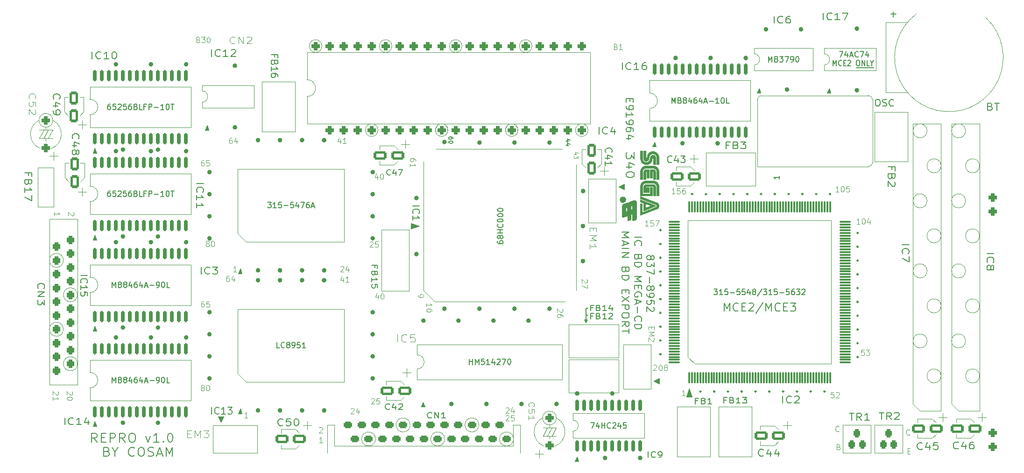
<source format=gto>
G04 #@! TF.GenerationSoftware,KiCad,Pcbnew,7.0.2-0*
G04 #@! TF.CreationDate,2023-08-02T17:47:19+02:00*
G04 #@! TF.ProjectId,MegaCD,4d656761-4344-42e6-9b69-6361645f7063,rev?*
G04 #@! TF.SameCoordinates,Original*
G04 #@! TF.FileFunction,Legend,Top*
G04 #@! TF.FilePolarity,Positive*
%FSLAX46Y46*%
G04 Gerber Fmt 4.6, Leading zero omitted, Abs format (unit mm)*
G04 Created by KiCad (PCBNEW 7.0.2-0) date 2023-08-02 17:47:19*
%MOMM*%
%LPD*%
G01*
G04 APERTURE LIST*
G04 Aperture macros list*
%AMRoundRect*
0 Rectangle with rounded corners*
0 $1 Rounding radius*
0 $2 $3 $4 $5 $6 $7 $8 $9 X,Y pos of 4 corners*
0 Add a 4 corners polygon primitive as box body*
4,1,4,$2,$3,$4,$5,$6,$7,$8,$9,$2,$3,0*
0 Add four circle primitives for the rounded corners*
1,1,$1+$1,$2,$3*
1,1,$1+$1,$4,$5*
1,1,$1+$1,$6,$7*
1,1,$1+$1,$8,$9*
0 Add four rect primitives between the rounded corners*
20,1,$1+$1,$2,$3,$4,$5,0*
20,1,$1+$1,$4,$5,$6,$7,0*
20,1,$1+$1,$6,$7,$8,$9,0*
20,1,$1+$1,$8,$9,$2,$3,0*%
G04 Aperture macros list end*
%ADD10C,0.150000*%
%ADD11C,0.100000*%
%ADD12C,0.409210*%
%ADD13C,0.583635*%
%ADD14C,0.009260*%
%ADD15C,0.187500*%
%ADD16C,0.250000*%
%ADD17C,0.120000*%
%ADD18C,2.769316*%
%ADD19C,2.615000*%
%ADD20C,0.750000*%
%ADD21RoundRect,0.075000X0.075000X-0.912500X0.075000X0.912500X-0.075000X0.912500X-0.075000X-0.912500X0*%
%ADD22RoundRect,0.075000X0.912500X-0.075000X0.912500X0.075000X-0.912500X0.075000X-0.912500X-0.075000X0*%
%ADD23R,1.600000X1.600000*%
%ADD24C,1.600000*%
%ADD25R,1.400000X1.400000*%
%ADD26O,1.400000X1.400000*%
%ADD27R,1.300000X1.300000*%
%ADD28C,1.800000*%
%ADD29RoundRect,0.250000X0.947000X0.550000X-0.947000X0.550000X-0.947000X-0.550000X0.947000X-0.550000X0*%
%ADD30RoundRect,0.250000X0.550000X-0.947000X0.550000X0.947000X-0.550000X0.947000X-0.550000X-0.947000X0*%
%ADD31R,0.600000X1.500000*%
%ADD32R,1.600000X1.200000*%
%ADD33RoundRect,0.300000X0.500000X-0.300000X0.500000X0.300000X-0.500000X0.300000X-0.500000X-0.300000X0*%
%ADD34RoundRect,0.150000X0.150000X-0.850000X0.150000X0.850000X-0.150000X0.850000X-0.150000X-0.850000X0*%
%ADD35R,0.700000X2.667000*%
%ADD36RoundRect,0.375000X-0.375000X0.375000X-0.375000X-0.375000X0.375000X-0.375000X0.375000X0.375000X0*%
%ADD37RoundRect,0.150000X0.150000X-0.875000X0.150000X0.875000X-0.150000X0.875000X-0.150000X-0.875000X0*%
%ADD38R,0.500000X3.160000*%
%ADD39R,3.160000X0.500000*%
%ADD40R,1.400000X1.600000*%
%ADD41RoundRect,0.350000X-0.350000X-0.450000X0.350000X-0.450000X0.350000X0.450000X-0.350000X0.450000X0*%
%ADD42RoundRect,0.300000X0.300000X-0.450000X0.300000X0.450000X-0.300000X0.450000X-0.300000X-0.450000X0*%
%ADD43O,2.000000X2.000000*%
%ADD44R,1.778000X8.000000*%
%ADD45R,2.425000X0.700000*%
%ADD46R,0.700000X2.425000*%
%ADD47RoundRect,0.375000X0.375000X-0.375000X0.375000X0.375000X-0.375000X0.375000X-0.375000X-0.375000X0*%
G04 APERTURE END LIST*
D10*
X208450619Y-51618633D02*
X209403000Y-51618633D01*
X208926809Y-52094823D02*
X208926809Y-51142442D01*
D11*
X140843282Y-72644000D02*
G75*
G03*
X140843282Y-72644000I-1143282J0D01*
G01*
X128143000Y-72644000D02*
G75*
G03*
X128143000Y-72644000I-1143000J0D01*
G01*
D12*
X158141805Y-120396000D02*
G75*
G03*
X158141805Y-120396000I-204605J0D01*
G01*
D10*
X129060985Y-74236200D02*
X129060985Y-74093342D01*
X129060985Y-74093342D02*
X129025271Y-74021914D01*
X129025271Y-74021914D02*
X128989557Y-73986200D01*
X128989557Y-73986200D02*
X128882414Y-73914771D01*
X128882414Y-73914771D02*
X128739557Y-73879057D01*
X128739557Y-73879057D02*
X128453842Y-73879057D01*
X128453842Y-73879057D02*
X128382414Y-73914771D01*
X128382414Y-73914771D02*
X128346700Y-73950485D01*
X128346700Y-73950485D02*
X128310985Y-74021914D01*
X128310985Y-74021914D02*
X128310985Y-74164771D01*
X128310985Y-74164771D02*
X128346700Y-74236200D01*
X128346700Y-74236200D02*
X128382414Y-74271914D01*
X128382414Y-74271914D02*
X128453842Y-74307628D01*
X128453842Y-74307628D02*
X128632414Y-74307628D01*
X128632414Y-74307628D02*
X128703842Y-74271914D01*
X128703842Y-74271914D02*
X128739557Y-74236200D01*
X128739557Y-74236200D02*
X128775271Y-74164771D01*
X128775271Y-74164771D02*
X128775271Y-74021914D01*
X128775271Y-74021914D02*
X128739557Y-73950485D01*
X128739557Y-73950485D02*
X128703842Y-73914771D01*
X128703842Y-73914771D02*
X128632414Y-73879057D01*
X129060985Y-74771914D02*
X129060985Y-74843343D01*
X129060985Y-74843343D02*
X129025271Y-74914771D01*
X129025271Y-74914771D02*
X128989557Y-74950486D01*
X128989557Y-74950486D02*
X128918128Y-74986200D01*
X128918128Y-74986200D02*
X128775271Y-75021914D01*
X128775271Y-75021914D02*
X128596700Y-75021914D01*
X128596700Y-75021914D02*
X128453842Y-74986200D01*
X128453842Y-74986200D02*
X128382414Y-74950486D01*
X128382414Y-74950486D02*
X128346700Y-74914771D01*
X128346700Y-74914771D02*
X128310985Y-74843343D01*
X128310985Y-74843343D02*
X128310985Y-74771914D01*
X128310985Y-74771914D02*
X128346700Y-74700486D01*
X128346700Y-74700486D02*
X128382414Y-74664771D01*
X128382414Y-74664771D02*
X128453842Y-74629057D01*
X128453842Y-74629057D02*
X128596700Y-74593343D01*
X128596700Y-74593343D02*
X128775271Y-74593343D01*
X128775271Y-74593343D02*
X128918128Y-74629057D01*
X128918128Y-74629057D02*
X128989557Y-74664771D01*
X128989557Y-74664771D02*
X129025271Y-74700486D01*
X129025271Y-74700486D02*
X129060985Y-74771914D01*
X150045385Y-74642600D02*
X149545385Y-74642600D01*
X150331100Y-74464028D02*
X149795385Y-74285457D01*
X149795385Y-74285457D02*
X149795385Y-74749742D01*
X150045385Y-75356886D02*
X149545385Y-75356886D01*
X150331100Y-75178314D02*
X149795385Y-74999743D01*
X149795385Y-74999743D02*
X149795385Y-75464028D01*
X153543000Y-104902000D02*
X153162000Y-104902000D01*
D13*
X160159417Y-85267800D02*
G75*
G03*
X160159417Y-85267800I-291817J0D01*
G01*
D10*
X153162000Y-107569000D02*
X152908000Y-107061000D01*
X153416000Y-107061000D01*
X153162000Y-107569000D01*
G36*
X153162000Y-107569000D02*
G01*
X152908000Y-107061000D01*
X153416000Y-107061000D01*
X153162000Y-107569000D01*
G37*
D14*
X161995921Y-85382593D02*
X162014497Y-85384703D01*
X162032775Y-85387855D01*
X162050715Y-85392018D01*
X162068280Y-85397163D01*
X162085429Y-85403261D01*
X162102124Y-85410281D01*
X162118325Y-85418194D01*
X162133992Y-85426970D01*
X162149088Y-85436580D01*
X162163572Y-85446994D01*
X162177406Y-85458181D01*
X162190550Y-85470114D01*
X162202966Y-85482761D01*
X162214613Y-85496093D01*
X162225453Y-85510081D01*
X162235447Y-85524694D01*
X162244555Y-85539903D01*
X162252738Y-85555679D01*
X162259957Y-85571992D01*
X162266173Y-85588811D01*
X162271347Y-85606108D01*
X162275439Y-85623853D01*
X162278411Y-85642015D01*
X162280222Y-85660566D01*
X162280835Y-85679475D01*
X162280835Y-88740947D01*
X162280600Y-88747600D01*
X162279908Y-88754225D01*
X162278779Y-88760815D01*
X162277230Y-88767362D01*
X162275282Y-88773856D01*
X162272952Y-88780290D01*
X162270261Y-88786656D01*
X162267226Y-88792945D01*
X162263868Y-88799150D01*
X162260204Y-88805261D01*
X162256255Y-88811271D01*
X162252038Y-88817171D01*
X162242879Y-88828609D01*
X162232880Y-88839510D01*
X162222191Y-88849808D01*
X162210966Y-88859436D01*
X162199356Y-88868330D01*
X162187513Y-88876422D01*
X162175588Y-88883647D01*
X162163733Y-88889938D01*
X162152101Y-88895231D01*
X162140843Y-88899459D01*
X161720833Y-89039469D01*
X161712169Y-89042061D01*
X161703785Y-89043987D01*
X161695680Y-89045272D01*
X161687855Y-89045940D01*
X161680309Y-89046018D01*
X161673041Y-89045530D01*
X161666052Y-89044503D01*
X161659341Y-89042962D01*
X161652907Y-89040933D01*
X161646751Y-89038440D01*
X161640872Y-89035509D01*
X161635270Y-89032166D01*
X161629944Y-89028437D01*
X161624894Y-89024346D01*
X161620120Y-89019919D01*
X161615621Y-89015182D01*
X161611397Y-89010161D01*
X161607449Y-89004880D01*
X161603774Y-88999365D01*
X161600374Y-88993641D01*
X161597248Y-88987735D01*
X161594395Y-88981671D01*
X161589509Y-88969173D01*
X161585713Y-88956352D01*
X161583005Y-88943410D01*
X161581382Y-88930551D01*
X161580841Y-88917980D01*
X161580841Y-87826137D01*
X161300840Y-87919465D01*
X161300840Y-88726369D01*
X161300637Y-88735857D01*
X161300037Y-88744996D01*
X161299052Y-88753794D01*
X161297695Y-88762260D01*
X161295980Y-88770402D01*
X161293918Y-88778229D01*
X161291523Y-88785750D01*
X161288808Y-88792974D01*
X161285785Y-88799908D01*
X161282467Y-88806562D01*
X161278867Y-88812943D01*
X161274998Y-88819062D01*
X161270872Y-88824926D01*
X161266503Y-88830545D01*
X161261903Y-88835926D01*
X161257086Y-88841078D01*
X161252063Y-88846010D01*
X161246848Y-88850731D01*
X161235893Y-88859573D01*
X161224322Y-88867673D01*
X161212239Y-88875100D01*
X161199745Y-88881923D01*
X161186945Y-88888211D01*
X161173939Y-88894034D01*
X161160831Y-88899459D01*
X160810834Y-89039469D01*
X160797726Y-89044211D01*
X160784721Y-89047854D01*
X160771921Y-89050274D01*
X160765631Y-89050986D01*
X160759429Y-89051346D01*
X160753331Y-89051337D01*
X160747347Y-89050945D01*
X160741492Y-89050153D01*
X160735778Y-89048945D01*
X160730218Y-89047308D01*
X160724825Y-89045224D01*
X160719610Y-89042678D01*
X160714589Y-89039654D01*
X160709772Y-89036138D01*
X160705173Y-89032113D01*
X160700805Y-89027564D01*
X160696680Y-89022474D01*
X160692812Y-89016830D01*
X160689212Y-89010614D01*
X160685895Y-89003812D01*
X160682873Y-88996408D01*
X160680158Y-88988386D01*
X160677763Y-88979730D01*
X160675702Y-88970425D01*
X160673987Y-88960456D01*
X160672631Y-88949807D01*
X160671646Y-88938461D01*
X160671046Y-88926405D01*
X160670843Y-88913621D01*
X160670843Y-88149727D01*
X159965152Y-88384963D01*
X159916233Y-88401521D01*
X159893032Y-88409106D01*
X159870825Y-88415766D01*
X159849728Y-88421152D01*
X159839632Y-88423259D01*
X159829857Y-88424917D01*
X159820418Y-88426084D01*
X159811328Y-88426715D01*
X159802603Y-88426768D01*
X159794257Y-88426198D01*
X159786304Y-88424963D01*
X159778759Y-88423018D01*
X159771637Y-88420321D01*
X159764952Y-88416828D01*
X159758718Y-88412496D01*
X159752950Y-88407281D01*
X159747663Y-88401139D01*
X159742870Y-88394029D01*
X159738588Y-88385905D01*
X159734829Y-88376724D01*
X159731608Y-88366444D01*
X159728941Y-88355021D01*
X159726841Y-88342411D01*
X159725323Y-88328570D01*
X159724402Y-88313456D01*
X159724092Y-88297025D01*
X159724092Y-87441142D01*
X160385144Y-87441142D01*
X160665145Y-87351595D01*
X160665145Y-87089247D01*
X161300840Y-87089247D01*
X161580841Y-86999699D01*
X161580841Y-86299688D01*
X161300840Y-86389235D01*
X161300840Y-87089247D01*
X160665145Y-87089247D01*
X160665145Y-86651584D01*
X160385144Y-86741131D01*
X160385144Y-87441142D01*
X159724092Y-87441142D01*
X159724092Y-86346804D01*
X159724372Y-86335115D01*
X159725202Y-86323489D01*
X159726569Y-86311938D01*
X159728458Y-86300475D01*
X159730853Y-86289113D01*
X159733741Y-86277864D01*
X159737106Y-86266741D01*
X159740935Y-86255757D01*
X159745213Y-86244924D01*
X159749926Y-86234256D01*
X159755058Y-86223764D01*
X159760595Y-86213462D01*
X159766523Y-86203362D01*
X159772828Y-86193478D01*
X159779494Y-86183821D01*
X159786507Y-86174404D01*
X159801517Y-86156343D01*
X159817742Y-86139396D01*
X159835064Y-86123664D01*
X159853368Y-86109250D01*
X159872538Y-86096256D01*
X159882411Y-86090322D01*
X159892457Y-86084782D01*
X159902661Y-86079647D01*
X159913010Y-86074930D01*
X159923487Y-86070645D01*
X159934079Y-86066803D01*
X160608271Y-85828696D01*
X160620928Y-85824420D01*
X160633521Y-85820559D01*
X160646037Y-85817123D01*
X160658466Y-85814121D01*
X160665145Y-85812735D01*
X160670795Y-85811562D01*
X160683012Y-85809458D01*
X160695107Y-85807817D01*
X160707066Y-85806648D01*
X160718878Y-85805962D01*
X160730532Y-85805769D01*
X160742015Y-85806077D01*
X160753316Y-85806896D01*
X160764422Y-85808237D01*
X160775324Y-85810109D01*
X160786007Y-85812521D01*
X160796461Y-85815483D01*
X160806674Y-85819005D01*
X160816633Y-85823096D01*
X160826328Y-85827766D01*
X160835747Y-85833025D01*
X160844877Y-85838883D01*
X160853707Y-85845348D01*
X160862224Y-85852431D01*
X160870418Y-85860141D01*
X160878277Y-85868489D01*
X160885788Y-85877483D01*
X160892940Y-85887133D01*
X160899721Y-85897450D01*
X160906119Y-85908441D01*
X160912123Y-85920118D01*
X160917721Y-85932491D01*
X160922900Y-85945567D01*
X160923726Y-85929861D01*
X160924917Y-85914657D01*
X160926468Y-85899947D01*
X160928373Y-85885725D01*
X160930627Y-85871983D01*
X160933225Y-85858715D01*
X160936160Y-85845913D01*
X160939427Y-85833570D01*
X160943021Y-85821680D01*
X160946936Y-85810236D01*
X160951166Y-85799229D01*
X160955706Y-85788654D01*
X160960551Y-85778503D01*
X160965695Y-85768769D01*
X160971132Y-85759445D01*
X160976857Y-85750525D01*
X160982864Y-85742000D01*
X160989148Y-85733864D01*
X160995704Y-85726110D01*
X161002524Y-85718732D01*
X161009605Y-85711721D01*
X161016941Y-85705071D01*
X161024526Y-85698774D01*
X161032354Y-85692825D01*
X161040420Y-85687215D01*
X161048718Y-85681938D01*
X161057244Y-85676986D01*
X161065990Y-85672353D01*
X161074953Y-85668032D01*
X161084126Y-85664015D01*
X161103080Y-85656866D01*
X161580841Y-85494583D01*
X161860842Y-85399474D01*
X161880406Y-85393463D01*
X161899946Y-85388702D01*
X161919423Y-85385160D01*
X161938799Y-85382808D01*
X161958033Y-85381616D01*
X161977087Y-85381554D01*
X161995921Y-85382593D01*
G36*
X161995921Y-85382593D02*
G01*
X162014497Y-85384703D01*
X162032775Y-85387855D01*
X162050715Y-85392018D01*
X162068280Y-85397163D01*
X162085429Y-85403261D01*
X162102124Y-85410281D01*
X162118325Y-85418194D01*
X162133992Y-85426970D01*
X162149088Y-85436580D01*
X162163572Y-85446994D01*
X162177406Y-85458181D01*
X162190550Y-85470114D01*
X162202966Y-85482761D01*
X162214613Y-85496093D01*
X162225453Y-85510081D01*
X162235447Y-85524694D01*
X162244555Y-85539903D01*
X162252738Y-85555679D01*
X162259957Y-85571992D01*
X162266173Y-85588811D01*
X162271347Y-85606108D01*
X162275439Y-85623853D01*
X162278411Y-85642015D01*
X162280222Y-85660566D01*
X162280835Y-85679475D01*
X162280835Y-88740947D01*
X162280600Y-88747600D01*
X162279908Y-88754225D01*
X162278779Y-88760815D01*
X162277230Y-88767362D01*
X162275282Y-88773856D01*
X162272952Y-88780290D01*
X162270261Y-88786656D01*
X162267226Y-88792945D01*
X162263868Y-88799150D01*
X162260204Y-88805261D01*
X162256255Y-88811271D01*
X162252038Y-88817171D01*
X162242879Y-88828609D01*
X162232880Y-88839510D01*
X162222191Y-88849808D01*
X162210966Y-88859436D01*
X162199356Y-88868330D01*
X162187513Y-88876422D01*
X162175588Y-88883647D01*
X162163733Y-88889938D01*
X162152101Y-88895231D01*
X162140843Y-88899459D01*
X161720833Y-89039469D01*
X161712169Y-89042061D01*
X161703785Y-89043987D01*
X161695680Y-89045272D01*
X161687855Y-89045940D01*
X161680309Y-89046018D01*
X161673041Y-89045530D01*
X161666052Y-89044503D01*
X161659341Y-89042962D01*
X161652907Y-89040933D01*
X161646751Y-89038440D01*
X161640872Y-89035509D01*
X161635270Y-89032166D01*
X161629944Y-89028437D01*
X161624894Y-89024346D01*
X161620120Y-89019919D01*
X161615621Y-89015182D01*
X161611397Y-89010161D01*
X161607449Y-89004880D01*
X161603774Y-88999365D01*
X161600374Y-88993641D01*
X161597248Y-88987735D01*
X161594395Y-88981671D01*
X161589509Y-88969173D01*
X161585713Y-88956352D01*
X161583005Y-88943410D01*
X161581382Y-88930551D01*
X161580841Y-88917980D01*
X161580841Y-87826137D01*
X161300840Y-87919465D01*
X161300840Y-88726369D01*
X161300637Y-88735857D01*
X161300037Y-88744996D01*
X161299052Y-88753794D01*
X161297695Y-88762260D01*
X161295980Y-88770402D01*
X161293918Y-88778229D01*
X161291523Y-88785750D01*
X161288808Y-88792974D01*
X161285785Y-88799908D01*
X161282467Y-88806562D01*
X161278867Y-88812943D01*
X161274998Y-88819062D01*
X161270872Y-88824926D01*
X161266503Y-88830545D01*
X161261903Y-88835926D01*
X161257086Y-88841078D01*
X161252063Y-88846010D01*
X161246848Y-88850731D01*
X161235893Y-88859573D01*
X161224322Y-88867673D01*
X161212239Y-88875100D01*
X161199745Y-88881923D01*
X161186945Y-88888211D01*
X161173939Y-88894034D01*
X161160831Y-88899459D01*
X160810834Y-89039469D01*
X160797726Y-89044211D01*
X160784721Y-89047854D01*
X160771921Y-89050274D01*
X160765631Y-89050986D01*
X160759429Y-89051346D01*
X160753331Y-89051337D01*
X160747347Y-89050945D01*
X160741492Y-89050153D01*
X160735778Y-89048945D01*
X160730218Y-89047308D01*
X160724825Y-89045224D01*
X160719610Y-89042678D01*
X160714589Y-89039654D01*
X160709772Y-89036138D01*
X160705173Y-89032113D01*
X160700805Y-89027564D01*
X160696680Y-89022474D01*
X160692812Y-89016830D01*
X160689212Y-89010614D01*
X160685895Y-89003812D01*
X160682873Y-88996408D01*
X160680158Y-88988386D01*
X160677763Y-88979730D01*
X160675702Y-88970425D01*
X160673987Y-88960456D01*
X160672631Y-88949807D01*
X160671646Y-88938461D01*
X160671046Y-88926405D01*
X160670843Y-88913621D01*
X160670843Y-88149727D01*
X159965152Y-88384963D01*
X159916233Y-88401521D01*
X159893032Y-88409106D01*
X159870825Y-88415766D01*
X159849728Y-88421152D01*
X159839632Y-88423259D01*
X159829857Y-88424917D01*
X159820418Y-88426084D01*
X159811328Y-88426715D01*
X159802603Y-88426768D01*
X159794257Y-88426198D01*
X159786304Y-88424963D01*
X159778759Y-88423018D01*
X159771637Y-88420321D01*
X159764952Y-88416828D01*
X159758718Y-88412496D01*
X159752950Y-88407281D01*
X159747663Y-88401139D01*
X159742870Y-88394029D01*
X159738588Y-88385905D01*
X159734829Y-88376724D01*
X159731608Y-88366444D01*
X159728941Y-88355021D01*
X159726841Y-88342411D01*
X159725323Y-88328570D01*
X159724402Y-88313456D01*
X159724092Y-88297025D01*
X159724092Y-87441142D01*
X160385144Y-87441142D01*
X160665145Y-87351595D01*
X160665145Y-87089247D01*
X161300840Y-87089247D01*
X161580841Y-86999699D01*
X161580841Y-86299688D01*
X161300840Y-86389235D01*
X161300840Y-87089247D01*
X160665145Y-87089247D01*
X160665145Y-86651584D01*
X160385144Y-86741131D01*
X160385144Y-87441142D01*
X159724092Y-87441142D01*
X159724092Y-86346804D01*
X159724372Y-86335115D01*
X159725202Y-86323489D01*
X159726569Y-86311938D01*
X159728458Y-86300475D01*
X159730853Y-86289113D01*
X159733741Y-86277864D01*
X159737106Y-86266741D01*
X159740935Y-86255757D01*
X159745213Y-86244924D01*
X159749926Y-86234256D01*
X159755058Y-86223764D01*
X159760595Y-86213462D01*
X159766523Y-86203362D01*
X159772828Y-86193478D01*
X159779494Y-86183821D01*
X159786507Y-86174404D01*
X159801517Y-86156343D01*
X159817742Y-86139396D01*
X159835064Y-86123664D01*
X159853368Y-86109250D01*
X159872538Y-86096256D01*
X159882411Y-86090322D01*
X159892457Y-86084782D01*
X159902661Y-86079647D01*
X159913010Y-86074930D01*
X159923487Y-86070645D01*
X159934079Y-86066803D01*
X160608271Y-85828696D01*
X160620928Y-85824420D01*
X160633521Y-85820559D01*
X160646037Y-85817123D01*
X160658466Y-85814121D01*
X160665145Y-85812735D01*
X160670795Y-85811562D01*
X160683012Y-85809458D01*
X160695107Y-85807817D01*
X160707066Y-85806648D01*
X160718878Y-85805962D01*
X160730532Y-85805769D01*
X160742015Y-85806077D01*
X160753316Y-85806896D01*
X160764422Y-85808237D01*
X160775324Y-85810109D01*
X160786007Y-85812521D01*
X160796461Y-85815483D01*
X160806674Y-85819005D01*
X160816633Y-85823096D01*
X160826328Y-85827766D01*
X160835747Y-85833025D01*
X160844877Y-85838883D01*
X160853707Y-85845348D01*
X160862224Y-85852431D01*
X160870418Y-85860141D01*
X160878277Y-85868489D01*
X160885788Y-85877483D01*
X160892940Y-85887133D01*
X160899721Y-85897450D01*
X160906119Y-85908441D01*
X160912123Y-85920118D01*
X160917721Y-85932491D01*
X160922900Y-85945567D01*
X160923726Y-85929861D01*
X160924917Y-85914657D01*
X160926468Y-85899947D01*
X160928373Y-85885725D01*
X160930627Y-85871983D01*
X160933225Y-85858715D01*
X160936160Y-85845913D01*
X160939427Y-85833570D01*
X160943021Y-85821680D01*
X160946936Y-85810236D01*
X160951166Y-85799229D01*
X160955706Y-85788654D01*
X160960551Y-85778503D01*
X160965695Y-85768769D01*
X160971132Y-85759445D01*
X160976857Y-85750525D01*
X160982864Y-85742000D01*
X160989148Y-85733864D01*
X160995704Y-85726110D01*
X161002524Y-85718732D01*
X161009605Y-85711721D01*
X161016941Y-85705071D01*
X161024526Y-85698774D01*
X161032354Y-85692825D01*
X161040420Y-85687215D01*
X161048718Y-85681938D01*
X161057244Y-85676986D01*
X161065990Y-85672353D01*
X161074953Y-85668032D01*
X161084126Y-85664015D01*
X161103080Y-85656866D01*
X161580841Y-85494583D01*
X161860842Y-85399474D01*
X161880406Y-85393463D01*
X161899946Y-85388702D01*
X161919423Y-85385160D01*
X161938799Y-85382808D01*
X161958033Y-85381616D01*
X161977087Y-85381554D01*
X161995921Y-85382593D01*
G37*
D10*
X202184000Y-61341000D02*
X205359000Y-61341000D01*
X153162000Y-104902000D02*
X153162000Y-107569000D01*
X153162000Y-106172000D02*
X153543000Y-106172000D01*
G36*
X165394210Y-77716858D02*
G01*
X165389783Y-77689320D01*
X165376502Y-77668498D01*
X165354456Y-77654378D01*
X165334370Y-77651035D01*
X165310147Y-77655060D01*
X165294070Y-77662453D01*
X165275847Y-77681764D01*
X165270867Y-77697380D01*
X165264608Y-77726262D01*
X165259075Y-77753296D01*
X165252918Y-77783839D01*
X165251938Y-77788727D01*
X165245792Y-77819180D01*
X165240374Y-77845676D01*
X165234689Y-77873189D01*
X165228735Y-77901719D01*
X165222512Y-77931265D01*
X165216022Y-77961828D01*
X165214691Y-77968062D01*
X165208054Y-77999596D01*
X165201119Y-78031228D01*
X165193886Y-78062958D01*
X165186355Y-78094787D01*
X165178526Y-78126714D01*
X165170398Y-78158740D01*
X165167064Y-78171578D01*
X165158904Y-78202495D01*
X165150833Y-78231017D01*
X165142851Y-78257146D01*
X165133392Y-78285341D01*
X165122518Y-78313877D01*
X165116383Y-78328076D01*
X165101042Y-78357063D01*
X165084937Y-78385924D01*
X165068069Y-78414658D01*
X165050438Y-78443267D01*
X165032043Y-78471750D01*
X165012886Y-78500107D01*
X164992964Y-78528338D01*
X164977523Y-78549429D01*
X164972280Y-78556443D01*
X164956186Y-78577268D01*
X164939501Y-78597680D01*
X164922225Y-78617678D01*
X164904360Y-78637264D01*
X164885904Y-78656436D01*
X164866857Y-78675195D01*
X164847221Y-78693540D01*
X164826994Y-78711473D01*
X164806177Y-78728992D01*
X164784769Y-78746098D01*
X164770169Y-78757272D01*
X164747735Y-78773709D01*
X164724624Y-78789520D01*
X164700837Y-78804705D01*
X164676374Y-78819265D01*
X164651235Y-78833199D01*
X164625420Y-78846507D01*
X164598928Y-78859189D01*
X164571760Y-78871246D01*
X164543916Y-78882676D01*
X164515396Y-78893481D01*
X164496007Y-78900337D01*
X164466306Y-78910060D01*
X164435821Y-78918826D01*
X164404553Y-78926636D01*
X164372502Y-78933490D01*
X164339667Y-78939388D01*
X164306048Y-78944329D01*
X164271646Y-78948313D01*
X164236460Y-78951342D01*
X164200491Y-78953414D01*
X164176077Y-78954264D01*
X164151314Y-78954689D01*
X164138801Y-78954742D01*
X164109087Y-78954372D01*
X164079630Y-78953262D01*
X164050430Y-78951413D01*
X164021489Y-78948823D01*
X163992804Y-78945494D01*
X163964378Y-78941424D01*
X163936209Y-78936615D01*
X163908297Y-78931066D01*
X163880643Y-78924777D01*
X163853247Y-78917748D01*
X163826109Y-78909979D01*
X163799228Y-78901471D01*
X163772604Y-78892222D01*
X163746238Y-78882234D01*
X163720130Y-78871505D01*
X163694279Y-78860037D01*
X163668770Y-78847934D01*
X163643685Y-78835301D01*
X163619025Y-78822138D01*
X163594789Y-78808445D01*
X163570977Y-78794221D01*
X163547591Y-78779468D01*
X163524628Y-78764185D01*
X163502091Y-78748372D01*
X163479978Y-78732029D01*
X163458289Y-78715156D01*
X163437025Y-78697753D01*
X163416186Y-78679820D01*
X163395771Y-78661357D01*
X163375781Y-78642364D01*
X163356215Y-78622841D01*
X163337074Y-78602788D01*
X163318467Y-78582237D01*
X163300352Y-78561218D01*
X163282728Y-78539733D01*
X163265595Y-78517780D01*
X163248954Y-78495361D01*
X163232804Y-78472474D01*
X163217145Y-78449121D01*
X163201977Y-78425300D01*
X163187301Y-78401012D01*
X163173117Y-78376258D01*
X163159423Y-78351036D01*
X163146221Y-78325347D01*
X163133511Y-78299192D01*
X163121291Y-78272569D01*
X163109564Y-78245479D01*
X163098327Y-78217923D01*
X163087679Y-78190004D01*
X163077719Y-78161828D01*
X163068445Y-78133395D01*
X163059859Y-78104705D01*
X163051959Y-78075757D01*
X163044746Y-78046553D01*
X163038220Y-78017091D01*
X163032381Y-77987373D01*
X163027229Y-77957397D01*
X163022764Y-77927164D01*
X163018986Y-77896674D01*
X163015895Y-77865927D01*
X163013491Y-77834922D01*
X163011773Y-77803661D01*
X163010743Y-77772142D01*
X163010400Y-77740367D01*
X163010400Y-76428600D01*
X163479346Y-76428600D01*
X163479346Y-77740367D01*
X163479775Y-77770584D01*
X163481063Y-77800282D01*
X163483210Y-77829460D01*
X163486215Y-77858119D01*
X163490079Y-77886258D01*
X163494802Y-77913877D01*
X163500383Y-77940978D01*
X163506823Y-77967558D01*
X163514122Y-77993620D01*
X163522279Y-78019161D01*
X163528194Y-78035901D01*
X163537801Y-78060638D01*
X163551644Y-78092610D01*
X163566671Y-78123428D01*
X163582881Y-78153092D01*
X163600273Y-78181601D01*
X163618849Y-78208955D01*
X163638608Y-78235156D01*
X163659550Y-78260202D01*
X163664970Y-78266283D01*
X163687467Y-78289770D01*
X163710995Y-78311872D01*
X163735553Y-78332589D01*
X163761141Y-78351920D01*
X163787760Y-78369866D01*
X163815409Y-78386427D01*
X163844088Y-78401603D01*
X163873798Y-78415393D01*
X163896780Y-78424756D01*
X163920159Y-78433197D01*
X163943935Y-78440718D01*
X163968108Y-78447318D01*
X163992679Y-78452997D01*
X164017646Y-78457755D01*
X164043011Y-78461592D01*
X164068772Y-78464509D01*
X164094931Y-78466504D01*
X164121487Y-78467578D01*
X164139412Y-78467783D01*
X164173054Y-78467134D01*
X164205515Y-78465186D01*
X164236796Y-78461939D01*
X164266895Y-78457393D01*
X164295815Y-78451549D01*
X164323553Y-78444406D01*
X164350111Y-78435964D01*
X164375488Y-78426224D01*
X164399685Y-78415184D01*
X164422700Y-78402846D01*
X164437388Y-78393900D01*
X164458723Y-78379859D01*
X164479220Y-78365194D01*
X164505247Y-78344666D01*
X164529786Y-78323025D01*
X164552836Y-78300273D01*
X164574398Y-78276408D01*
X164594472Y-78251430D01*
X164613057Y-78225340D01*
X164621792Y-78211878D01*
X164638478Y-78184570D01*
X164654039Y-78156717D01*
X164668475Y-78128318D01*
X164681784Y-78099373D01*
X164693967Y-78069883D01*
X164705025Y-78039847D01*
X164714957Y-78009265D01*
X164723763Y-77978137D01*
X164731959Y-77947062D01*
X164739753Y-77916638D01*
X164747147Y-77886864D01*
X164754141Y-77857741D01*
X164760733Y-77829268D01*
X164766925Y-77801447D01*
X164772717Y-77774276D01*
X164778107Y-77747755D01*
X164783688Y-77718800D01*
X164789747Y-77690034D01*
X164796282Y-77661456D01*
X164803295Y-77633068D01*
X164810784Y-77604868D01*
X164818751Y-77576858D01*
X164827194Y-77549036D01*
X164836115Y-77521403D01*
X164845827Y-77494253D01*
X164856341Y-77467880D01*
X164867656Y-77442283D01*
X164879773Y-77417462D01*
X164892691Y-77393419D01*
X164906411Y-77370152D01*
X164920932Y-77347661D01*
X164936254Y-77325948D01*
X164952617Y-77305294D01*
X164969952Y-77285648D01*
X164988261Y-77267009D01*
X165007543Y-77249378D01*
X165027798Y-77232754D01*
X165049026Y-77217138D01*
X165071227Y-77202529D01*
X165094402Y-77188927D01*
X165118778Y-77176649D01*
X165144586Y-77166007D01*
X165171825Y-77157002D01*
X165200495Y-77149635D01*
X165230596Y-77143905D01*
X165262128Y-77139812D01*
X165286716Y-77137816D01*
X165312109Y-77136742D01*
X165329485Y-77136537D01*
X165354258Y-77136909D01*
X165386353Y-77138562D01*
X165417379Y-77141538D01*
X165447337Y-77145835D01*
X165476227Y-77151455D01*
X165504047Y-77158397D01*
X165530800Y-77166662D01*
X165556483Y-77176249D01*
X165562737Y-77178852D01*
X165587247Y-77190103D01*
X165610708Y-77202361D01*
X165633119Y-77215626D01*
X165654481Y-77229899D01*
X165674793Y-77245180D01*
X165698708Y-77265697D01*
X165720982Y-77287789D01*
X165729433Y-77297066D01*
X165749588Y-77321247D01*
X165768073Y-77346772D01*
X165784889Y-77373642D01*
X165800034Y-77401857D01*
X165813511Y-77431416D01*
X165825317Y-77462320D01*
X165829573Y-77475058D01*
X165837444Y-77501012D01*
X165844265Y-77527490D01*
X165850037Y-77554493D01*
X165854760Y-77582021D01*
X165858433Y-77610074D01*
X165861057Y-77638651D01*
X165862631Y-77667753D01*
X165863156Y-77697380D01*
X165863156Y-78978251D01*
X165397873Y-78978251D01*
X165394210Y-77716858D01*
G37*
G36*
X165980393Y-77698052D02*
G01*
X165979958Y-77668464D01*
X165978654Y-77639396D01*
X165976480Y-77610848D01*
X165973437Y-77582819D01*
X165969525Y-77555309D01*
X165964743Y-77528319D01*
X165959092Y-77501849D01*
X165952572Y-77475898D01*
X165942525Y-77442104D01*
X165930933Y-77409235D01*
X165918111Y-77377435D01*
X165904067Y-77346853D01*
X165888801Y-77317489D01*
X165872315Y-77289342D01*
X165854607Y-77262412D01*
X165835679Y-77236700D01*
X165815529Y-77212205D01*
X165794157Y-77188927D01*
X165771794Y-77166888D01*
X165748362Y-77146109D01*
X165723861Y-77126588D01*
X165698292Y-77108327D01*
X165671654Y-77091326D01*
X165643948Y-77075584D01*
X165615173Y-77061101D01*
X165585330Y-77047877D01*
X165554742Y-77036071D01*
X165531326Y-77028249D01*
X165507501Y-77021312D01*
X165483269Y-77015261D01*
X165458629Y-77010096D01*
X165433581Y-77005816D01*
X165408125Y-77002422D01*
X165382261Y-76999913D01*
X165355989Y-76998289D01*
X165329310Y-76997551D01*
X165320326Y-76997502D01*
X165292386Y-76998010D01*
X165265121Y-76999533D01*
X165238533Y-77002071D01*
X165212621Y-77005625D01*
X165187385Y-77010194D01*
X165162825Y-77015779D01*
X165138942Y-77022379D01*
X165108149Y-77032758D01*
X165078559Y-77044943D01*
X165057155Y-77055266D01*
X165029553Y-77070378D01*
X165002925Y-77086498D01*
X164977270Y-77103626D01*
X164952588Y-77121761D01*
X164928879Y-77140903D01*
X164906144Y-77161053D01*
X164884381Y-77182211D01*
X164863592Y-77204376D01*
X164843957Y-77227380D01*
X164825353Y-77251057D01*
X164807779Y-77275405D01*
X164791235Y-77300424D01*
X164775722Y-77326116D01*
X164761239Y-77352479D01*
X164747787Y-77379513D01*
X164735365Y-77407220D01*
X164724068Y-77435209D01*
X164713688Y-77463094D01*
X164704224Y-77490874D01*
X164695675Y-77518548D01*
X164688043Y-77546118D01*
X164681326Y-77573583D01*
X164675525Y-77600943D01*
X164670640Y-77628198D01*
X164664984Y-77661208D01*
X164660009Y-77688300D01*
X164654633Y-77716001D01*
X164648856Y-77744311D01*
X164642678Y-77773229D01*
X164636100Y-77802756D01*
X164629121Y-77832892D01*
X164623624Y-77855894D01*
X164615705Y-77886643D01*
X164606908Y-77916764D01*
X164597234Y-77946254D01*
X164586682Y-77975115D01*
X164575252Y-78003346D01*
X164562944Y-78030947D01*
X164549759Y-78057919D01*
X164535696Y-78084261D01*
X164520564Y-78109900D01*
X164504173Y-78134426D01*
X164486523Y-78157840D01*
X164467613Y-78180141D01*
X164447444Y-78201330D01*
X164426016Y-78221407D01*
X164403328Y-78240371D01*
X164379381Y-78258223D01*
X164353983Y-78274595D01*
X164326945Y-78288784D01*
X164298265Y-78300790D01*
X164267945Y-78310613D01*
X164235983Y-78318253D01*
X164210935Y-78322551D01*
X164184964Y-78325620D01*
X164158070Y-78327462D01*
X164130253Y-78328076D01*
X164105475Y-78327669D01*
X164073356Y-78325858D01*
X164042287Y-78322600D01*
X164012267Y-78317893D01*
X163983296Y-78311738D01*
X163955375Y-78304134D01*
X163928504Y-78295082D01*
X163902682Y-78284582D01*
X163896390Y-78281731D01*
X163872014Y-78269599D01*
X163848649Y-78256376D01*
X163826295Y-78242061D01*
X163804952Y-78226654D01*
X163784621Y-78210156D01*
X163765301Y-78192567D01*
X163746992Y-78173886D01*
X163729695Y-78154114D01*
X163713571Y-78133397D01*
X163698477Y-78111883D01*
X163684414Y-78089571D01*
X163671382Y-78066462D01*
X163659379Y-78042554D01*
X163648408Y-78017850D01*
X163638466Y-77992347D01*
X163629555Y-77966047D01*
X163621827Y-77939306D01*
X163615130Y-77912146D01*
X163609462Y-77884565D01*
X163604826Y-77856565D01*
X163601219Y-77828145D01*
X163598643Y-77799306D01*
X163597098Y-77770046D01*
X163596582Y-77740367D01*
X163596582Y-76428600D01*
X164065529Y-76428600D01*
X164065529Y-77694022D01*
X164070261Y-77721392D01*
X164084457Y-77741710D01*
X164105735Y-77755336D01*
X164125368Y-77759173D01*
X164150382Y-77755508D01*
X164172397Y-77742835D01*
X164188330Y-77721111D01*
X164191924Y-77712828D01*
X164198183Y-77683947D01*
X164203259Y-77656408D01*
X164207917Y-77630024D01*
X164209632Y-77620138D01*
X164215134Y-77588906D01*
X164220081Y-77561724D01*
X164225355Y-77533493D01*
X164230957Y-77504213D01*
X164236887Y-77473883D01*
X164243146Y-77442503D01*
X164244436Y-77436101D01*
X164251234Y-77404230D01*
X164258271Y-77372424D01*
X164265545Y-77340684D01*
X164273059Y-77309009D01*
X164280811Y-77277400D01*
X164288801Y-77245857D01*
X164292064Y-77233258D01*
X164300314Y-77202921D01*
X164308653Y-77174880D01*
X164317081Y-77149135D01*
X164327314Y-77121271D01*
X164337675Y-77096714D01*
X164346408Y-77078774D01*
X164360891Y-77050784D01*
X164376251Y-77022900D01*
X164392490Y-76995120D01*
X164409606Y-76967445D01*
X164427600Y-76939875D01*
X164446471Y-76912410D01*
X164466220Y-76885050D01*
X164486848Y-76857795D01*
X164508429Y-76831149D01*
X164525291Y-76811674D01*
X164542732Y-76792636D01*
X164560754Y-76774034D01*
X164579354Y-76755870D01*
X164598535Y-76738142D01*
X164618295Y-76720851D01*
X164638635Y-76703997D01*
X164659554Y-76687580D01*
X164681053Y-76671600D01*
X164688348Y-76666370D01*
X164710782Y-76651163D01*
X164733893Y-76636523D01*
X164757680Y-76622449D01*
X164782143Y-76608942D01*
X164807282Y-76596002D01*
X164833098Y-76583629D01*
X164859589Y-76571822D01*
X164886757Y-76560582D01*
X164914601Y-76549909D01*
X164943121Y-76539803D01*
X164962510Y-76533380D01*
X164992233Y-76524377D01*
X165022782Y-76516260D01*
X165054157Y-76509028D01*
X165086359Y-76502682D01*
X165119387Y-76497222D01*
X165153242Y-76492647D01*
X165187923Y-76488957D01*
X165223431Y-76486153D01*
X165259765Y-76484234D01*
X165284446Y-76483447D01*
X165309496Y-76483054D01*
X165322158Y-76483005D01*
X165351508Y-76483375D01*
X165380633Y-76484484D01*
X165409534Y-76486334D01*
X165438212Y-76488924D01*
X165466664Y-76492253D01*
X165494893Y-76496323D01*
X165522898Y-76501132D01*
X165550678Y-76506681D01*
X165578234Y-76512970D01*
X165605566Y-76519999D01*
X165632673Y-76527768D01*
X165659557Y-76536276D01*
X165686216Y-76545525D01*
X165712651Y-76555513D01*
X165738862Y-76566242D01*
X165764848Y-76577710D01*
X165790503Y-76589813D01*
X165815719Y-76602446D01*
X165840497Y-76615609D01*
X165864835Y-76629302D01*
X165888735Y-76643525D01*
X165912195Y-76658278D01*
X165935217Y-76673561D01*
X165957800Y-76689375D01*
X165979944Y-76705718D01*
X166001649Y-76722591D01*
X166022916Y-76739994D01*
X166043743Y-76757927D01*
X166064132Y-76776390D01*
X166084081Y-76795383D01*
X166103592Y-76814906D01*
X166122664Y-76834959D01*
X166141342Y-76855510D01*
X166159520Y-76876528D01*
X166177196Y-76898014D01*
X166194372Y-76919966D01*
X166211047Y-76942386D01*
X166227221Y-76965273D01*
X166242894Y-76988626D01*
X166258066Y-77012447D01*
X166272737Y-77036734D01*
X166286908Y-77061489D01*
X166300577Y-77086711D01*
X166313746Y-77112399D01*
X166326414Y-77138555D01*
X166338580Y-77165178D01*
X166350246Y-77192267D01*
X166361411Y-77219824D01*
X166372059Y-77247746D01*
X166382019Y-77275929D01*
X166391293Y-77304376D01*
X166399880Y-77333084D01*
X166407779Y-77362055D01*
X166414992Y-77391288D01*
X166421518Y-77420784D01*
X166427357Y-77450542D01*
X166432509Y-77480563D01*
X166436974Y-77510845D01*
X166440752Y-77541390D01*
X166443843Y-77572198D01*
X166446248Y-77603268D01*
X166447965Y-77634600D01*
X166448995Y-77666195D01*
X166449339Y-77698052D01*
X166449339Y-78978251D01*
X165980393Y-78978251D01*
X165980393Y-77698052D01*
G37*
G36*
X165390546Y-79107211D02*
G01*
X165418071Y-79107557D01*
X165445386Y-79108596D01*
X165472491Y-79110328D01*
X165499387Y-79112752D01*
X165526072Y-79115869D01*
X165552548Y-79119679D01*
X165578813Y-79124181D01*
X165604869Y-79129376D01*
X165630715Y-79135263D01*
X165656351Y-79141844D01*
X165681777Y-79149117D01*
X165706993Y-79157082D01*
X165731999Y-79165740D01*
X165756796Y-79175091D01*
X165781382Y-79185135D01*
X165805759Y-79195871D01*
X165829899Y-79207268D01*
X165853625Y-79219127D01*
X165876935Y-79231448D01*
X165899831Y-79244231D01*
X165922311Y-79257475D01*
X165944376Y-79271182D01*
X165966027Y-79285350D01*
X165987262Y-79299979D01*
X166008082Y-79315071D01*
X166028487Y-79330624D01*
X166048478Y-79346639D01*
X166068053Y-79363116D01*
X166087213Y-79380055D01*
X166105958Y-79397455D01*
X166124288Y-79415317D01*
X166142203Y-79433641D01*
X166159754Y-79452461D01*
X166185202Y-79481370D01*
X166209599Y-79511093D01*
X166232944Y-79541631D01*
X166255237Y-79572984D01*
X166276479Y-79605151D01*
X166296668Y-79638133D01*
X166315805Y-79671929D01*
X166333891Y-79706541D01*
X166350925Y-79741966D01*
X166366907Y-79778207D01*
X166381638Y-79814973D01*
X166394921Y-79851975D01*
X166406754Y-79889213D01*
X166417139Y-79926688D01*
X166426074Y-79964398D01*
X166433561Y-80002345D01*
X166439598Y-80040527D01*
X166444187Y-80078946D01*
X166447326Y-80117601D01*
X166449017Y-80156492D01*
X166449339Y-80182551D01*
X166449339Y-81648802D01*
X165980393Y-81648802D01*
X165980393Y-80244344D01*
X165979931Y-80217036D01*
X165977880Y-80181469D01*
X165974187Y-80146867D01*
X165968854Y-80113231D01*
X165961880Y-80080561D01*
X165953265Y-80048856D01*
X165943008Y-80018117D01*
X165931111Y-79988343D01*
X165927880Y-79981051D01*
X165914256Y-79952736D01*
X165899640Y-79925554D01*
X165884031Y-79899506D01*
X165867430Y-79874591D01*
X165849837Y-79850810D01*
X165831252Y-79828162D01*
X165811674Y-79806648D01*
X165791104Y-79786267D01*
X165769828Y-79767019D01*
X165747828Y-79748905D01*
X165725102Y-79731925D01*
X165701650Y-79716078D01*
X165677474Y-79701364D01*
X165652573Y-79687784D01*
X165626946Y-79675337D01*
X165600595Y-79664023D01*
X165574053Y-79654106D01*
X165547548Y-79645511D01*
X165521082Y-79638238D01*
X165494655Y-79632287D01*
X165468265Y-79627659D01*
X165441913Y-79624353D01*
X165415600Y-79622370D01*
X165389325Y-79621708D01*
X164070413Y-79621708D01*
X164044129Y-79622370D01*
X164017787Y-79624353D01*
X163991388Y-79627659D01*
X163964931Y-79632287D01*
X163938417Y-79638238D01*
X163911846Y-79645511D01*
X163885218Y-79654106D01*
X163858533Y-79664023D01*
X163832315Y-79675337D01*
X163806784Y-79687784D01*
X163781940Y-79701364D01*
X163757783Y-79716078D01*
X163734312Y-79731925D01*
X163711529Y-79748905D01*
X163689433Y-79767019D01*
X163668023Y-79786267D01*
X163647597Y-79806648D01*
X163628143Y-79828162D01*
X163609663Y-79850810D01*
X163592155Y-79874591D01*
X163575621Y-79899506D01*
X163560060Y-79925554D01*
X163545473Y-79952736D01*
X163531858Y-79981051D01*
X163519550Y-80010583D01*
X163508884Y-80041081D01*
X163499858Y-80072544D01*
X163492474Y-80104973D01*
X163486730Y-80138368D01*
X163482628Y-80172728D01*
X163480166Y-80208053D01*
X163479397Y-80235181D01*
X163479346Y-80244344D01*
X163479346Y-81648802D01*
X163010400Y-81648802D01*
X163010400Y-80182551D01*
X163011124Y-80143502D01*
X163013297Y-80104690D01*
X163016920Y-80066114D01*
X163021991Y-80027774D01*
X163028512Y-79989670D01*
X163036481Y-79951802D01*
X163045900Y-79914170D01*
X163056767Y-79876774D01*
X163069084Y-79839615D01*
X163082849Y-79802691D01*
X163092831Y-79778207D01*
X163103367Y-79753956D01*
X163120037Y-79718259D01*
X163137749Y-79683376D01*
X163156502Y-79649308D01*
X163176296Y-79616054D01*
X163197131Y-79583615D01*
X163219008Y-79551991D01*
X163241925Y-79521182D01*
X163265884Y-79491187D01*
X163290883Y-79462007D01*
X163316924Y-79433641D01*
X163334911Y-79415317D01*
X163353303Y-79397455D01*
X163372101Y-79380055D01*
X163391304Y-79363116D01*
X163410912Y-79346639D01*
X163430927Y-79330624D01*
X163451346Y-79315071D01*
X163472171Y-79299979D01*
X163493402Y-79285350D01*
X163515038Y-79271182D01*
X163537079Y-79257475D01*
X163559526Y-79244231D01*
X163582379Y-79231448D01*
X163605636Y-79219127D01*
X163629300Y-79207268D01*
X163653369Y-79195871D01*
X163677819Y-79185135D01*
X163702475Y-79175091D01*
X163727336Y-79165740D01*
X163752402Y-79157082D01*
X163777673Y-79149117D01*
X163803149Y-79141844D01*
X163828830Y-79135263D01*
X163854716Y-79129376D01*
X163880808Y-79124181D01*
X163907105Y-79119679D01*
X163933606Y-79115869D01*
X163960313Y-79112752D01*
X163987225Y-79110328D01*
X164014343Y-79108596D01*
X164041665Y-79107557D01*
X164069192Y-79107211D01*
X165390546Y-79107211D01*
G37*
G36*
X164808027Y-79760744D02*
G01*
X165333760Y-79760744D01*
X165361944Y-79761547D01*
X165390396Y-79763958D01*
X165419116Y-79767975D01*
X165448105Y-79773600D01*
X165477363Y-79780831D01*
X165500962Y-79787774D01*
X165518774Y-79793655D01*
X165542282Y-79802398D01*
X165565180Y-79812168D01*
X165592943Y-79825828D01*
X165619753Y-79841094D01*
X165645608Y-79857968D01*
X165670509Y-79876449D01*
X165689744Y-79892390D01*
X165712910Y-79913813D01*
X165734704Y-79936941D01*
X165755127Y-79961774D01*
X165770478Y-79982869D01*
X165784952Y-80005055D01*
X165798547Y-80028332D01*
X165811265Y-80052701D01*
X165814307Y-80058964D01*
X165825756Y-80084687D01*
X165835679Y-80111480D01*
X165844074Y-80139344D01*
X165850944Y-80168278D01*
X165856287Y-80198283D01*
X165860103Y-80229358D01*
X165862393Y-80261503D01*
X165863156Y-80294720D01*
X165863156Y-81648802D01*
X165394210Y-81648802D01*
X165394210Y-80306810D01*
X165387641Y-80279725D01*
X165373449Y-80257778D01*
X165352896Y-80240789D01*
X165328578Y-80233533D01*
X165317884Y-80232926D01*
X165276973Y-80232926D01*
X165276973Y-81355283D01*
X164808027Y-81355283D01*
X164808027Y-79760744D01*
G37*
G36*
X164690790Y-79760744D02*
G01*
X164690790Y-81355283D01*
X164221844Y-81355283D01*
X164221844Y-80232926D01*
X164169942Y-80232926D01*
X164144402Y-80234892D01*
X164119764Y-80241687D01*
X164097206Y-80254768D01*
X164093617Y-80257778D01*
X164075431Y-80278183D01*
X164065638Y-80303863D01*
X164065529Y-80306810D01*
X164065529Y-81648802D01*
X163596582Y-81648802D01*
X163596582Y-80294720D01*
X163597365Y-80261503D01*
X163599712Y-80229358D01*
X163603623Y-80198283D01*
X163609100Y-80168278D01*
X163616141Y-80139344D01*
X163624747Y-80111480D01*
X163634917Y-80084687D01*
X163646652Y-80058964D01*
X163659761Y-80034322D01*
X163673748Y-80010772D01*
X163688612Y-79988313D01*
X163704354Y-79966946D01*
X163720974Y-79946670D01*
X163738472Y-79927485D01*
X163756848Y-79909392D01*
X163776101Y-79892390D01*
X163796098Y-79876449D01*
X163816706Y-79861536D01*
X163837925Y-79847651D01*
X163859754Y-79834795D01*
X163882194Y-79822967D01*
X163905244Y-79812168D01*
X163928905Y-79802398D01*
X163953177Y-79793655D01*
X163977821Y-79785942D01*
X164002293Y-79779256D01*
X164026593Y-79773600D01*
X164050721Y-79768972D01*
X164080641Y-79764633D01*
X164110291Y-79761901D01*
X164139674Y-79760776D01*
X164145518Y-79760744D01*
X164690790Y-79760744D01*
G37*
G36*
X163010400Y-84618245D02*
G01*
X163010400Y-82877282D01*
X163011124Y-82838234D01*
X163013297Y-82799421D01*
X163016920Y-82760845D01*
X163021991Y-82722505D01*
X163028512Y-82684401D01*
X163036481Y-82646533D01*
X163045900Y-82608901D01*
X163056767Y-82571506D01*
X163069084Y-82534346D01*
X163082849Y-82497423D01*
X163092831Y-82472938D01*
X163103367Y-82448687D01*
X163120037Y-82412990D01*
X163137749Y-82378107D01*
X163156502Y-82344039D01*
X163176296Y-82310786D01*
X163197131Y-82278347D01*
X163219008Y-82246723D01*
X163241925Y-82215913D01*
X163265884Y-82185918D01*
X163290883Y-82156738D01*
X163316924Y-82128373D01*
X163334911Y-82110049D01*
X163353303Y-82092187D01*
X163372101Y-82074786D01*
X163391304Y-82057848D01*
X163410912Y-82041371D01*
X163430927Y-82025356D01*
X163451346Y-82009802D01*
X163472171Y-81994711D01*
X163493402Y-81980081D01*
X163515038Y-81965913D01*
X163537079Y-81952207D01*
X163559526Y-81938962D01*
X163582379Y-81926180D01*
X163605636Y-81913859D01*
X163629300Y-81902000D01*
X163653369Y-81890602D01*
X163677819Y-81879866D01*
X163702475Y-81869823D01*
X163727336Y-81860472D01*
X163752402Y-81851813D01*
X163777673Y-81843848D01*
X163803149Y-81836575D01*
X163828830Y-81829995D01*
X163854716Y-81824107D01*
X163880808Y-81818912D01*
X163907105Y-81814410D01*
X163933606Y-81810600D01*
X163960313Y-81807483D01*
X163987225Y-81805059D01*
X164014343Y-81803327D01*
X164041665Y-81802288D01*
X164069192Y-81801942D01*
X165390546Y-81801942D01*
X165418071Y-81802288D01*
X165445386Y-81803327D01*
X165472491Y-81805059D01*
X165499387Y-81807483D01*
X165526072Y-81810600D01*
X165552548Y-81814410D01*
X165578813Y-81818912D01*
X165604869Y-81824107D01*
X165630715Y-81829995D01*
X165656351Y-81836575D01*
X165681777Y-81843848D01*
X165706993Y-81851813D01*
X165731999Y-81860472D01*
X165756796Y-81869823D01*
X165781382Y-81879866D01*
X165805759Y-81890602D01*
X165829899Y-81902000D01*
X165853625Y-81913859D01*
X165876935Y-81926180D01*
X165899831Y-81938962D01*
X165922311Y-81952207D01*
X165944376Y-81965913D01*
X165966027Y-81980081D01*
X165987262Y-81994711D01*
X166008082Y-82009802D01*
X166028487Y-82025356D01*
X166048478Y-82041371D01*
X166068053Y-82057848D01*
X166087213Y-82074786D01*
X166105958Y-82092187D01*
X166124288Y-82110049D01*
X166142203Y-82128373D01*
X166159754Y-82147193D01*
X166185202Y-82176101D01*
X166209599Y-82205824D01*
X166232944Y-82236362D01*
X166255237Y-82267715D01*
X166276479Y-82299882D01*
X166296668Y-82332864D01*
X166315805Y-82366661D01*
X166333891Y-82401272D01*
X166350925Y-82436698D01*
X166366907Y-82472938D01*
X166381638Y-82509704D01*
X166394921Y-82546706D01*
X166406754Y-82583945D01*
X166417139Y-82621419D01*
X166426074Y-82659129D01*
X166433561Y-82697076D01*
X166439598Y-82735259D01*
X166444187Y-82773678D01*
X166447326Y-82812333D01*
X166449017Y-82851224D01*
X166449339Y-82877282D01*
X166449339Y-84618245D01*
X165980393Y-84618245D01*
X165980393Y-82939076D01*
X165979931Y-82911767D01*
X165977880Y-82876200D01*
X165974187Y-82841599D01*
X165968854Y-82807963D01*
X165961880Y-82775292D01*
X165953265Y-82743588D01*
X165943008Y-82712848D01*
X165931111Y-82683075D01*
X165927880Y-82675782D01*
X165914256Y-82647467D01*
X165899640Y-82620285D01*
X165884031Y-82594237D01*
X165867430Y-82569323D01*
X165849837Y-82545541D01*
X165831252Y-82522894D01*
X165811674Y-82501379D01*
X165791104Y-82480998D01*
X165769828Y-82461751D01*
X165747828Y-82443637D01*
X165725102Y-82426656D01*
X165701650Y-82410809D01*
X165677474Y-82396095D01*
X165652573Y-82382515D01*
X165626946Y-82370068D01*
X165600595Y-82358755D01*
X165574053Y-82348837D01*
X165547548Y-82340242D01*
X165521082Y-82332969D01*
X165494655Y-82327018D01*
X165468265Y-82322390D01*
X165441913Y-82319084D01*
X165415600Y-82317101D01*
X165389325Y-82316440D01*
X164070413Y-82316440D01*
X164044129Y-82317101D01*
X164017787Y-82319084D01*
X163991388Y-82322390D01*
X163964931Y-82327018D01*
X163938417Y-82332969D01*
X163911846Y-82340242D01*
X163885218Y-82348837D01*
X163858533Y-82358755D01*
X163832315Y-82370068D01*
X163806784Y-82382515D01*
X163781940Y-82396095D01*
X163757783Y-82410809D01*
X163734312Y-82426656D01*
X163711529Y-82443637D01*
X163689433Y-82461751D01*
X163668023Y-82480998D01*
X163647597Y-82501379D01*
X163628143Y-82522894D01*
X163609663Y-82545541D01*
X163592155Y-82569323D01*
X163575621Y-82594237D01*
X163560060Y-82620285D01*
X163545473Y-82647467D01*
X163531858Y-82675782D01*
X163519550Y-82705314D01*
X163508884Y-82735812D01*
X163499858Y-82767276D01*
X163492474Y-82799705D01*
X163486730Y-82833099D01*
X163482628Y-82867459D01*
X163480166Y-82902785D01*
X163479397Y-82929912D01*
X163479346Y-82939076D01*
X163479346Y-84185020D01*
X164808027Y-84185020D01*
X164808027Y-83032438D01*
X165276973Y-83032438D01*
X165276973Y-84618245D01*
X163010400Y-84618245D01*
G37*
G36*
X164065529Y-83001541D02*
G01*
X164065529Y-83426707D01*
X164073063Y-83453224D01*
X164089342Y-83467678D01*
X164113045Y-83477320D01*
X164138358Y-83481059D01*
X164141854Y-83481112D01*
X164166343Y-83478895D01*
X164191342Y-83470827D01*
X164197420Y-83467678D01*
X164216477Y-83449425D01*
X164221844Y-83426707D01*
X164221844Y-83032438D01*
X164690790Y-83032438D01*
X164690790Y-84050014D01*
X163596582Y-84050014D01*
X163596582Y-82989451D01*
X163597355Y-82956235D01*
X163599674Y-82924089D01*
X163603538Y-82893014D01*
X163608947Y-82863009D01*
X163615902Y-82834075D01*
X163624403Y-82806211D01*
X163634450Y-82779418D01*
X163646042Y-82753695D01*
X163658845Y-82729054D01*
X163672527Y-82705503D01*
X163687086Y-82683044D01*
X163702523Y-82661677D01*
X163718837Y-82641401D01*
X163736030Y-82622216D01*
X163754100Y-82604123D01*
X163773048Y-82587122D01*
X163792730Y-82571180D01*
X163818165Y-82552700D01*
X163844525Y-82535826D01*
X163866277Y-82523484D01*
X163888622Y-82512171D01*
X163911558Y-82501886D01*
X163935085Y-82492629D01*
X163947071Y-82488387D01*
X163971257Y-82480673D01*
X163995271Y-82473988D01*
X164025047Y-82467078D01*
X164054554Y-82461774D01*
X164083794Y-82458078D01*
X164112765Y-82455989D01*
X164135748Y-82455475D01*
X165323990Y-82455475D01*
X165352731Y-82456278D01*
X165381711Y-82458689D01*
X165410930Y-82462707D01*
X165440387Y-82468331D01*
X165470082Y-82475563D01*
X165494011Y-82482505D01*
X165512057Y-82488387D01*
X165536023Y-82497129D01*
X165559379Y-82506900D01*
X165582124Y-82517699D01*
X165604259Y-82529526D01*
X165625782Y-82542382D01*
X165646696Y-82556267D01*
X165671979Y-82575069D01*
X165686690Y-82587122D01*
X165705638Y-82604113D01*
X165728089Y-82626857D01*
X165745062Y-82646257D01*
X165761157Y-82666727D01*
X165776375Y-82688268D01*
X165790714Y-82710879D01*
X165804176Y-82734560D01*
X165813697Y-82753024D01*
X165825289Y-82778757D01*
X165835335Y-82805582D01*
X165843836Y-82833498D01*
X165850791Y-82862506D01*
X165856201Y-82892605D01*
X165860065Y-82923795D01*
X165862383Y-82956077D01*
X165863156Y-82989451D01*
X165863156Y-84618245D01*
X165394210Y-84618245D01*
X165394210Y-83000869D01*
X165386288Y-82974328D01*
X165369175Y-82952509D01*
X165348366Y-82937365D01*
X165324917Y-82929623D01*
X165302619Y-82927657D01*
X164157120Y-82927657D01*
X164132457Y-82930084D01*
X164109185Y-82938360D01*
X164089953Y-82952509D01*
X164073257Y-82974456D01*
X164065552Y-83000070D01*
X164065529Y-83001541D01*
G37*
G36*
X166067099Y-85775529D02*
G01*
X166094612Y-85786431D01*
X166117244Y-85796778D01*
X166139608Y-85808273D01*
X166161704Y-85820916D01*
X166183531Y-85834707D01*
X166205091Y-85849645D01*
X166209370Y-85852771D01*
X166230399Y-85869120D01*
X166250741Y-85886682D01*
X166270398Y-85905458D01*
X166289369Y-85925447D01*
X166307655Y-85946650D01*
X166325254Y-85969066D01*
X166332102Y-85978373D01*
X166348518Y-86002731D01*
X166363801Y-86028367D01*
X166377951Y-86055283D01*
X166390969Y-86083478D01*
X166402853Y-86112952D01*
X166413604Y-86143705D01*
X166417587Y-86156365D01*
X166425029Y-86182507D01*
X166431479Y-86209552D01*
X166436936Y-86237500D01*
X166441401Y-86266350D01*
X166444874Y-86296103D01*
X166447354Y-86326758D01*
X166448843Y-86358316D01*
X166449339Y-86390777D01*
X166448843Y-86423195D01*
X166447354Y-86454627D01*
X166444874Y-86485073D01*
X166441401Y-86514532D01*
X166436936Y-86543004D01*
X166431479Y-86570490D01*
X166425029Y-86596989D01*
X166417587Y-86622502D01*
X166407289Y-86653363D01*
X166395858Y-86682978D01*
X166383294Y-86711347D01*
X166369597Y-86738470D01*
X166354767Y-86764346D01*
X166338805Y-86788976D01*
X166332102Y-86798479D01*
X166314777Y-86821558D01*
X166296766Y-86843358D01*
X166278069Y-86863878D01*
X166258686Y-86883120D01*
X166238618Y-86901082D01*
X166217864Y-86917766D01*
X166209370Y-86924081D01*
X166187865Y-86939364D01*
X166166091Y-86953729D01*
X166144049Y-86967175D01*
X166121739Y-86979703D01*
X166099160Y-86991313D01*
X166076313Y-87002005D01*
X166067099Y-87006024D01*
X163010400Y-88200922D01*
X163010400Y-85949491D01*
X163440267Y-85949491D01*
X163440267Y-87554777D01*
X165890023Y-86572127D01*
X165913085Y-86558721D01*
X165930666Y-86539488D01*
X165945321Y-86516148D01*
X165952305Y-86502274D01*
X165963249Y-86477195D01*
X165972465Y-86449006D01*
X165978171Y-86421321D01*
X165980365Y-86394139D01*
X165980393Y-86390777D01*
X165978637Y-86360468D01*
X165973371Y-86331334D01*
X165964593Y-86303376D01*
X165952305Y-86276593D01*
X165937841Y-86252959D01*
X165920566Y-86232492D01*
X165900125Y-86217353D01*
X165889412Y-86212785D01*
X163010400Y-85094458D01*
X163010400Y-84579960D01*
X166067099Y-85775529D01*
G37*
G36*
X165822856Y-86297415D02*
G01*
X165843535Y-86311855D01*
X165859492Y-86334357D01*
X165870345Y-86359371D01*
X165875306Y-86387329D01*
X165875368Y-86390777D01*
X165871399Y-86418651D01*
X165861415Y-86444694D01*
X165859492Y-86448540D01*
X165844666Y-86471204D01*
X165824149Y-86486971D01*
X165822856Y-86487497D01*
X163557503Y-87369397D01*
X163557503Y-86081138D01*
X163987371Y-86081138D01*
X163987371Y-86711834D01*
X164873362Y-86390777D01*
X163987371Y-86081138D01*
X163557503Y-86081138D01*
X163557503Y-85949491D01*
X163691226Y-85949491D01*
X163010400Y-85701646D01*
X163010400Y-85233493D01*
X165822856Y-86297415D01*
G37*
X197953285Y-60964619D02*
X197953285Y-59964619D01*
X197953285Y-59964619D02*
X198253285Y-60678904D01*
X198253285Y-60678904D02*
X198553285Y-59964619D01*
X198553285Y-59964619D02*
X198553285Y-60964619D01*
X199496142Y-60869380D02*
X199453285Y-60917000D01*
X199453285Y-60917000D02*
X199324713Y-60964619D01*
X199324713Y-60964619D02*
X199238999Y-60964619D01*
X199238999Y-60964619D02*
X199110428Y-60917000D01*
X199110428Y-60917000D02*
X199024713Y-60821761D01*
X199024713Y-60821761D02*
X198981856Y-60726523D01*
X198981856Y-60726523D02*
X198938999Y-60536047D01*
X198938999Y-60536047D02*
X198938999Y-60393190D01*
X198938999Y-60393190D02*
X198981856Y-60202714D01*
X198981856Y-60202714D02*
X199024713Y-60107476D01*
X199024713Y-60107476D02*
X199110428Y-60012238D01*
X199110428Y-60012238D02*
X199238999Y-59964619D01*
X199238999Y-59964619D02*
X199324713Y-59964619D01*
X199324713Y-59964619D02*
X199453285Y-60012238D01*
X199453285Y-60012238D02*
X199496142Y-60059857D01*
X199881856Y-60440809D02*
X200181856Y-60440809D01*
X200310428Y-60964619D02*
X199881856Y-60964619D01*
X199881856Y-60964619D02*
X199881856Y-59964619D01*
X199881856Y-59964619D02*
X200310428Y-59964619D01*
X200653285Y-60059857D02*
X200696142Y-60012238D01*
X200696142Y-60012238D02*
X200781857Y-59964619D01*
X200781857Y-59964619D02*
X200996142Y-59964619D01*
X200996142Y-59964619D02*
X201081857Y-60012238D01*
X201081857Y-60012238D02*
X201124714Y-60059857D01*
X201124714Y-60059857D02*
X201167571Y-60155095D01*
X201167571Y-60155095D02*
X201167571Y-60250333D01*
X201167571Y-60250333D02*
X201124714Y-60393190D01*
X201124714Y-60393190D02*
X200610428Y-60964619D01*
X200610428Y-60964619D02*
X201167571Y-60964619D01*
X202410428Y-59964619D02*
X202581856Y-59964619D01*
X202581856Y-59964619D02*
X202667571Y-60012238D01*
X202667571Y-60012238D02*
X202753285Y-60107476D01*
X202753285Y-60107476D02*
X202796142Y-60297952D01*
X202796142Y-60297952D02*
X202796142Y-60631285D01*
X202796142Y-60631285D02*
X202753285Y-60821761D01*
X202753285Y-60821761D02*
X202667571Y-60917000D01*
X202667571Y-60917000D02*
X202581856Y-60964619D01*
X202581856Y-60964619D02*
X202410428Y-60964619D01*
X202410428Y-60964619D02*
X202324714Y-60917000D01*
X202324714Y-60917000D02*
X202238999Y-60821761D01*
X202238999Y-60821761D02*
X202196142Y-60631285D01*
X202196142Y-60631285D02*
X202196142Y-60297952D01*
X202196142Y-60297952D02*
X202238999Y-60107476D01*
X202238999Y-60107476D02*
X202324714Y-60012238D01*
X202324714Y-60012238D02*
X202410428Y-59964619D01*
X203181856Y-60964619D02*
X203181856Y-59964619D01*
X203181856Y-59964619D02*
X203696142Y-60964619D01*
X203696142Y-60964619D02*
X203696142Y-59964619D01*
X204553285Y-60964619D02*
X204124713Y-60964619D01*
X204124713Y-60964619D02*
X204124713Y-59964619D01*
X205024713Y-60488428D02*
X205024713Y-60964619D01*
X204724713Y-59964619D02*
X205024713Y-60488428D01*
X205024713Y-60488428D02*
X205324713Y-59964619D01*
X205945514Y-67050023D02*
X206183609Y-67050023D01*
X206183609Y-67050023D02*
X206302657Y-67109547D01*
X206302657Y-67109547D02*
X206421704Y-67228595D01*
X206421704Y-67228595D02*
X206481228Y-67466690D01*
X206481228Y-67466690D02*
X206481228Y-67883357D01*
X206481228Y-67883357D02*
X206421704Y-68121452D01*
X206421704Y-68121452D02*
X206302657Y-68240500D01*
X206302657Y-68240500D02*
X206183609Y-68300023D01*
X206183609Y-68300023D02*
X205945514Y-68300023D01*
X205945514Y-68300023D02*
X205826466Y-68240500D01*
X205826466Y-68240500D02*
X205707419Y-68121452D01*
X205707419Y-68121452D02*
X205647895Y-67883357D01*
X205647895Y-67883357D02*
X205647895Y-67466690D01*
X205647895Y-67466690D02*
X205707419Y-67228595D01*
X205707419Y-67228595D02*
X205826466Y-67109547D01*
X205826466Y-67109547D02*
X205945514Y-67050023D01*
X206957419Y-68240500D02*
X207135990Y-68300023D01*
X207135990Y-68300023D02*
X207433609Y-68300023D01*
X207433609Y-68300023D02*
X207552657Y-68240500D01*
X207552657Y-68240500D02*
X207612181Y-68180976D01*
X207612181Y-68180976D02*
X207671704Y-68061928D01*
X207671704Y-68061928D02*
X207671704Y-67942880D01*
X207671704Y-67942880D02*
X207612181Y-67823833D01*
X207612181Y-67823833D02*
X207552657Y-67764309D01*
X207552657Y-67764309D02*
X207433609Y-67704785D01*
X207433609Y-67704785D02*
X207195514Y-67645261D01*
X207195514Y-67645261D02*
X207076466Y-67585738D01*
X207076466Y-67585738D02*
X207016943Y-67526214D01*
X207016943Y-67526214D02*
X206957419Y-67407166D01*
X206957419Y-67407166D02*
X206957419Y-67288119D01*
X206957419Y-67288119D02*
X207016943Y-67169071D01*
X207016943Y-67169071D02*
X207076466Y-67109547D01*
X207076466Y-67109547D02*
X207195514Y-67050023D01*
X207195514Y-67050023D02*
X207493133Y-67050023D01*
X207493133Y-67050023D02*
X207671704Y-67109547D01*
X208921704Y-68180976D02*
X208862180Y-68240500D01*
X208862180Y-68240500D02*
X208683609Y-68300023D01*
X208683609Y-68300023D02*
X208564561Y-68300023D01*
X208564561Y-68300023D02*
X208385990Y-68240500D01*
X208385990Y-68240500D02*
X208266942Y-68121452D01*
X208266942Y-68121452D02*
X208207419Y-68002404D01*
X208207419Y-68002404D02*
X208147895Y-67764309D01*
X208147895Y-67764309D02*
X208147895Y-67585738D01*
X208147895Y-67585738D02*
X208207419Y-67347642D01*
X208207419Y-67347642D02*
X208266942Y-67228595D01*
X208266942Y-67228595D02*
X208385990Y-67109547D01*
X208385990Y-67109547D02*
X208564561Y-67050023D01*
X208564561Y-67050023D02*
X208683609Y-67050023D01*
X208683609Y-67050023D02*
X208862180Y-67109547D01*
X208862180Y-67109547D02*
X208921704Y-67169071D01*
X161932171Y-76685742D02*
X161932171Y-77800028D01*
X161932171Y-77800028D02*
X161360742Y-77200028D01*
X161360742Y-77200028D02*
X161360742Y-77457171D01*
X161360742Y-77457171D02*
X161289314Y-77628600D01*
X161289314Y-77628600D02*
X161217885Y-77714314D01*
X161217885Y-77714314D02*
X161075028Y-77800028D01*
X161075028Y-77800028D02*
X160717885Y-77800028D01*
X160717885Y-77800028D02*
X160575028Y-77714314D01*
X160575028Y-77714314D02*
X160503600Y-77628600D01*
X160503600Y-77628600D02*
X160432171Y-77457171D01*
X160432171Y-77457171D02*
X160432171Y-76942885D01*
X160432171Y-76942885D02*
X160503600Y-76771457D01*
X160503600Y-76771457D02*
X160575028Y-76685742D01*
X161432171Y-79342886D02*
X160432171Y-79342886D01*
X162003600Y-78914314D02*
X160932171Y-78485743D01*
X160932171Y-78485743D02*
X160932171Y-79600028D01*
X161932171Y-80628600D02*
X161932171Y-80800029D01*
X161932171Y-80800029D02*
X161860742Y-80971457D01*
X161860742Y-80971457D02*
X161789314Y-81057172D01*
X161789314Y-81057172D02*
X161646457Y-81142886D01*
X161646457Y-81142886D02*
X161360742Y-81228600D01*
X161360742Y-81228600D02*
X161003600Y-81228600D01*
X161003600Y-81228600D02*
X160717885Y-81142886D01*
X160717885Y-81142886D02*
X160575028Y-81057172D01*
X160575028Y-81057172D02*
X160503600Y-80971457D01*
X160503600Y-80971457D02*
X160432171Y-80800029D01*
X160432171Y-80800029D02*
X160432171Y-80628600D01*
X160432171Y-80628600D02*
X160503600Y-80457172D01*
X160503600Y-80457172D02*
X160575028Y-80371457D01*
X160575028Y-80371457D02*
X160717885Y-80285743D01*
X160717885Y-80285743D02*
X161003600Y-80200029D01*
X161003600Y-80200029D02*
X161360742Y-80200029D01*
X161360742Y-80200029D02*
X161646457Y-80285743D01*
X161646457Y-80285743D02*
X161789314Y-80371457D01*
X161789314Y-80371457D02*
X161860742Y-80457172D01*
X161860742Y-80457172D02*
X161932171Y-80628600D01*
X64529667Y-129190590D02*
X63946334Y-128428685D01*
X63529667Y-129190590D02*
X63529667Y-127590590D01*
X63529667Y-127590590D02*
X64196334Y-127590590D01*
X64196334Y-127590590D02*
X64363001Y-127666780D01*
X64363001Y-127666780D02*
X64446334Y-127742971D01*
X64446334Y-127742971D02*
X64529667Y-127895352D01*
X64529667Y-127895352D02*
X64529667Y-128123923D01*
X64529667Y-128123923D02*
X64446334Y-128276304D01*
X64446334Y-128276304D02*
X64363001Y-128352495D01*
X64363001Y-128352495D02*
X64196334Y-128428685D01*
X64196334Y-128428685D02*
X63529667Y-128428685D01*
X65279667Y-128352495D02*
X65863001Y-128352495D01*
X66113001Y-129190590D02*
X65279667Y-129190590D01*
X65279667Y-129190590D02*
X65279667Y-127590590D01*
X65279667Y-127590590D02*
X66113001Y-127590590D01*
X66863000Y-129190590D02*
X66863000Y-127590590D01*
X66863000Y-127590590D02*
X67529667Y-127590590D01*
X67529667Y-127590590D02*
X67696334Y-127666780D01*
X67696334Y-127666780D02*
X67779667Y-127742971D01*
X67779667Y-127742971D02*
X67863000Y-127895352D01*
X67863000Y-127895352D02*
X67863000Y-128123923D01*
X67863000Y-128123923D02*
X67779667Y-128276304D01*
X67779667Y-128276304D02*
X67696334Y-128352495D01*
X67696334Y-128352495D02*
X67529667Y-128428685D01*
X67529667Y-128428685D02*
X66863000Y-128428685D01*
X69613000Y-129190590D02*
X69029667Y-128428685D01*
X68613000Y-129190590D02*
X68613000Y-127590590D01*
X68613000Y-127590590D02*
X69279667Y-127590590D01*
X69279667Y-127590590D02*
X69446334Y-127666780D01*
X69446334Y-127666780D02*
X69529667Y-127742971D01*
X69529667Y-127742971D02*
X69613000Y-127895352D01*
X69613000Y-127895352D02*
X69613000Y-128123923D01*
X69613000Y-128123923D02*
X69529667Y-128276304D01*
X69529667Y-128276304D02*
X69446334Y-128352495D01*
X69446334Y-128352495D02*
X69279667Y-128428685D01*
X69279667Y-128428685D02*
X68613000Y-128428685D01*
X70696334Y-127590590D02*
X71029667Y-127590590D01*
X71029667Y-127590590D02*
X71196334Y-127666780D01*
X71196334Y-127666780D02*
X71363000Y-127819161D01*
X71363000Y-127819161D02*
X71446334Y-128123923D01*
X71446334Y-128123923D02*
X71446334Y-128657257D01*
X71446334Y-128657257D02*
X71363000Y-128962019D01*
X71363000Y-128962019D02*
X71196334Y-129114400D01*
X71196334Y-129114400D02*
X71029667Y-129190590D01*
X71029667Y-129190590D02*
X70696334Y-129190590D01*
X70696334Y-129190590D02*
X70529667Y-129114400D01*
X70529667Y-129114400D02*
X70363000Y-128962019D01*
X70363000Y-128962019D02*
X70279667Y-128657257D01*
X70279667Y-128657257D02*
X70279667Y-128123923D01*
X70279667Y-128123923D02*
X70363000Y-127819161D01*
X70363000Y-127819161D02*
X70529667Y-127666780D01*
X70529667Y-127666780D02*
X70696334Y-127590590D01*
X73363000Y-128123923D02*
X73779666Y-129190590D01*
X73779666Y-129190590D02*
X74196333Y-128123923D01*
X75779666Y-129190590D02*
X74779666Y-129190590D01*
X75279666Y-129190590D02*
X75279666Y-127590590D01*
X75279666Y-127590590D02*
X75112999Y-127819161D01*
X75112999Y-127819161D02*
X74946333Y-127971542D01*
X74946333Y-127971542D02*
X74779666Y-128047733D01*
X76529666Y-129038209D02*
X76613000Y-129114400D01*
X76613000Y-129114400D02*
X76529666Y-129190590D01*
X76529666Y-129190590D02*
X76446333Y-129114400D01*
X76446333Y-129114400D02*
X76529666Y-129038209D01*
X76529666Y-129038209D02*
X76529666Y-129190590D01*
X77696333Y-127590590D02*
X77862999Y-127590590D01*
X77862999Y-127590590D02*
X78029666Y-127666780D01*
X78029666Y-127666780D02*
X78112999Y-127742971D01*
X78112999Y-127742971D02*
X78196333Y-127895352D01*
X78196333Y-127895352D02*
X78279666Y-128200114D01*
X78279666Y-128200114D02*
X78279666Y-128581066D01*
X78279666Y-128581066D02*
X78196333Y-128885828D01*
X78196333Y-128885828D02*
X78112999Y-129038209D01*
X78112999Y-129038209D02*
X78029666Y-129114400D01*
X78029666Y-129114400D02*
X77862999Y-129190590D01*
X77862999Y-129190590D02*
X77696333Y-129190590D01*
X77696333Y-129190590D02*
X77529666Y-129114400D01*
X77529666Y-129114400D02*
X77446333Y-129038209D01*
X77446333Y-129038209D02*
X77362999Y-128885828D01*
X77362999Y-128885828D02*
X77279666Y-128581066D01*
X77279666Y-128581066D02*
X77279666Y-128200114D01*
X77279666Y-128200114D02*
X77362999Y-127895352D01*
X77362999Y-127895352D02*
X77446333Y-127742971D01*
X77446333Y-127742971D02*
X77529666Y-127666780D01*
X77529666Y-127666780D02*
X77696333Y-127590590D01*
X66279667Y-130944495D02*
X66529667Y-131020685D01*
X66529667Y-131020685D02*
X66613000Y-131096876D01*
X66613000Y-131096876D02*
X66696333Y-131249257D01*
X66696333Y-131249257D02*
X66696333Y-131477828D01*
X66696333Y-131477828D02*
X66613000Y-131630209D01*
X66613000Y-131630209D02*
X66529667Y-131706400D01*
X66529667Y-131706400D02*
X66363000Y-131782590D01*
X66363000Y-131782590D02*
X65696333Y-131782590D01*
X65696333Y-131782590D02*
X65696333Y-130182590D01*
X65696333Y-130182590D02*
X66279667Y-130182590D01*
X66279667Y-130182590D02*
X66446333Y-130258780D01*
X66446333Y-130258780D02*
X66529667Y-130334971D01*
X66529667Y-130334971D02*
X66613000Y-130487352D01*
X66613000Y-130487352D02*
X66613000Y-130639733D01*
X66613000Y-130639733D02*
X66529667Y-130792114D01*
X66529667Y-130792114D02*
X66446333Y-130868304D01*
X66446333Y-130868304D02*
X66279667Y-130944495D01*
X66279667Y-130944495D02*
X65696333Y-130944495D01*
X67779667Y-131020685D02*
X67779667Y-131782590D01*
X67196333Y-130182590D02*
X67779667Y-131020685D01*
X67779667Y-131020685D02*
X68363000Y-130182590D01*
X71279666Y-131630209D02*
X71196333Y-131706400D01*
X71196333Y-131706400D02*
X70946333Y-131782590D01*
X70946333Y-131782590D02*
X70779666Y-131782590D01*
X70779666Y-131782590D02*
X70529666Y-131706400D01*
X70529666Y-131706400D02*
X70363000Y-131554019D01*
X70363000Y-131554019D02*
X70279666Y-131401638D01*
X70279666Y-131401638D02*
X70196333Y-131096876D01*
X70196333Y-131096876D02*
X70196333Y-130868304D01*
X70196333Y-130868304D02*
X70279666Y-130563542D01*
X70279666Y-130563542D02*
X70363000Y-130411161D01*
X70363000Y-130411161D02*
X70529666Y-130258780D01*
X70529666Y-130258780D02*
X70779666Y-130182590D01*
X70779666Y-130182590D02*
X70946333Y-130182590D01*
X70946333Y-130182590D02*
X71196333Y-130258780D01*
X71196333Y-130258780D02*
X71279666Y-130334971D01*
X72363000Y-130182590D02*
X72696333Y-130182590D01*
X72696333Y-130182590D02*
X72863000Y-130258780D01*
X72863000Y-130258780D02*
X73029666Y-130411161D01*
X73029666Y-130411161D02*
X73113000Y-130715923D01*
X73113000Y-130715923D02*
X73113000Y-131249257D01*
X73113000Y-131249257D02*
X73029666Y-131554019D01*
X73029666Y-131554019D02*
X72863000Y-131706400D01*
X72863000Y-131706400D02*
X72696333Y-131782590D01*
X72696333Y-131782590D02*
X72363000Y-131782590D01*
X72363000Y-131782590D02*
X72196333Y-131706400D01*
X72196333Y-131706400D02*
X72029666Y-131554019D01*
X72029666Y-131554019D02*
X71946333Y-131249257D01*
X71946333Y-131249257D02*
X71946333Y-130715923D01*
X71946333Y-130715923D02*
X72029666Y-130411161D01*
X72029666Y-130411161D02*
X72196333Y-130258780D01*
X72196333Y-130258780D02*
X72363000Y-130182590D01*
X73779666Y-131706400D02*
X74029666Y-131782590D01*
X74029666Y-131782590D02*
X74446333Y-131782590D01*
X74446333Y-131782590D02*
X74612999Y-131706400D01*
X74612999Y-131706400D02*
X74696333Y-131630209D01*
X74696333Y-131630209D02*
X74779666Y-131477828D01*
X74779666Y-131477828D02*
X74779666Y-131325447D01*
X74779666Y-131325447D02*
X74696333Y-131173066D01*
X74696333Y-131173066D02*
X74612999Y-131096876D01*
X74612999Y-131096876D02*
X74446333Y-131020685D01*
X74446333Y-131020685D02*
X74112999Y-130944495D01*
X74112999Y-130944495D02*
X73946333Y-130868304D01*
X73946333Y-130868304D02*
X73862999Y-130792114D01*
X73862999Y-130792114D02*
X73779666Y-130639733D01*
X73779666Y-130639733D02*
X73779666Y-130487352D01*
X73779666Y-130487352D02*
X73862999Y-130334971D01*
X73862999Y-130334971D02*
X73946333Y-130258780D01*
X73946333Y-130258780D02*
X74112999Y-130182590D01*
X74112999Y-130182590D02*
X74529666Y-130182590D01*
X74529666Y-130182590D02*
X74779666Y-130258780D01*
X75446333Y-131325447D02*
X76279666Y-131325447D01*
X75279666Y-131782590D02*
X75863000Y-130182590D01*
X75863000Y-130182590D02*
X76446333Y-131782590D01*
X77029666Y-131782590D02*
X77029666Y-130182590D01*
X77029666Y-130182590D02*
X77613000Y-131325447D01*
X77613000Y-131325447D02*
X78196333Y-130182590D01*
X78196333Y-130182590D02*
X78196333Y-131782590D01*
X164960552Y-95637285D02*
X165022457Y-95508714D01*
X165022457Y-95508714D02*
X165084361Y-95444428D01*
X165084361Y-95444428D02*
X165208171Y-95380142D01*
X165208171Y-95380142D02*
X165270076Y-95380142D01*
X165270076Y-95380142D02*
X165393885Y-95444428D01*
X165393885Y-95444428D02*
X165455790Y-95508714D01*
X165455790Y-95508714D02*
X165517695Y-95637285D01*
X165517695Y-95637285D02*
X165517695Y-95894428D01*
X165517695Y-95894428D02*
X165455790Y-96023000D01*
X165455790Y-96023000D02*
X165393885Y-96087285D01*
X165393885Y-96087285D02*
X165270076Y-96151571D01*
X165270076Y-96151571D02*
X165208171Y-96151571D01*
X165208171Y-96151571D02*
X165084361Y-96087285D01*
X165084361Y-96087285D02*
X165022457Y-96023000D01*
X165022457Y-96023000D02*
X164960552Y-95894428D01*
X164960552Y-95894428D02*
X164960552Y-95637285D01*
X164960552Y-95637285D02*
X164898647Y-95508714D01*
X164898647Y-95508714D02*
X164836742Y-95444428D01*
X164836742Y-95444428D02*
X164712933Y-95380142D01*
X164712933Y-95380142D02*
X164465314Y-95380142D01*
X164465314Y-95380142D02*
X164341504Y-95444428D01*
X164341504Y-95444428D02*
X164279600Y-95508714D01*
X164279600Y-95508714D02*
X164217695Y-95637285D01*
X164217695Y-95637285D02*
X164217695Y-95894428D01*
X164217695Y-95894428D02*
X164279600Y-96023000D01*
X164279600Y-96023000D02*
X164341504Y-96087285D01*
X164341504Y-96087285D02*
X164465314Y-96151571D01*
X164465314Y-96151571D02*
X164712933Y-96151571D01*
X164712933Y-96151571D02*
X164836742Y-96087285D01*
X164836742Y-96087285D02*
X164898647Y-96023000D01*
X164898647Y-96023000D02*
X164960552Y-95894428D01*
X165517695Y-96601571D02*
X165517695Y-97437285D01*
X165517695Y-97437285D02*
X165022457Y-96987285D01*
X165022457Y-96987285D02*
X165022457Y-97180142D01*
X165022457Y-97180142D02*
X164960552Y-97308714D01*
X164960552Y-97308714D02*
X164898647Y-97372999D01*
X164898647Y-97372999D02*
X164774838Y-97437285D01*
X164774838Y-97437285D02*
X164465314Y-97437285D01*
X164465314Y-97437285D02*
X164341504Y-97372999D01*
X164341504Y-97372999D02*
X164279600Y-97308714D01*
X164279600Y-97308714D02*
X164217695Y-97180142D01*
X164217695Y-97180142D02*
X164217695Y-96794428D01*
X164217695Y-96794428D02*
X164279600Y-96665856D01*
X164279600Y-96665856D02*
X164341504Y-96601571D01*
X165517695Y-97887285D02*
X165517695Y-98787285D01*
X165517695Y-98787285D02*
X164217695Y-98208713D01*
X164712933Y-99301570D02*
X164712933Y-100330142D01*
X164960552Y-101165856D02*
X165022457Y-101037285D01*
X165022457Y-101037285D02*
X165084361Y-100972999D01*
X165084361Y-100972999D02*
X165208171Y-100908713D01*
X165208171Y-100908713D02*
X165270076Y-100908713D01*
X165270076Y-100908713D02*
X165393885Y-100972999D01*
X165393885Y-100972999D02*
X165455790Y-101037285D01*
X165455790Y-101037285D02*
X165517695Y-101165856D01*
X165517695Y-101165856D02*
X165517695Y-101422999D01*
X165517695Y-101422999D02*
X165455790Y-101551571D01*
X165455790Y-101551571D02*
X165393885Y-101615856D01*
X165393885Y-101615856D02*
X165270076Y-101680142D01*
X165270076Y-101680142D02*
X165208171Y-101680142D01*
X165208171Y-101680142D02*
X165084361Y-101615856D01*
X165084361Y-101615856D02*
X165022457Y-101551571D01*
X165022457Y-101551571D02*
X164960552Y-101422999D01*
X164960552Y-101422999D02*
X164960552Y-101165856D01*
X164960552Y-101165856D02*
X164898647Y-101037285D01*
X164898647Y-101037285D02*
X164836742Y-100972999D01*
X164836742Y-100972999D02*
X164712933Y-100908713D01*
X164712933Y-100908713D02*
X164465314Y-100908713D01*
X164465314Y-100908713D02*
X164341504Y-100972999D01*
X164341504Y-100972999D02*
X164279600Y-101037285D01*
X164279600Y-101037285D02*
X164217695Y-101165856D01*
X164217695Y-101165856D02*
X164217695Y-101422999D01*
X164217695Y-101422999D02*
X164279600Y-101551571D01*
X164279600Y-101551571D02*
X164341504Y-101615856D01*
X164341504Y-101615856D02*
X164465314Y-101680142D01*
X164465314Y-101680142D02*
X164712933Y-101680142D01*
X164712933Y-101680142D02*
X164836742Y-101615856D01*
X164836742Y-101615856D02*
X164898647Y-101551571D01*
X164898647Y-101551571D02*
X164960552Y-101422999D01*
X164217695Y-102322999D02*
X164217695Y-102580142D01*
X164217695Y-102580142D02*
X164279600Y-102708713D01*
X164279600Y-102708713D02*
X164341504Y-102772999D01*
X164341504Y-102772999D02*
X164527219Y-102901570D01*
X164527219Y-102901570D02*
X164774838Y-102965856D01*
X164774838Y-102965856D02*
X165270076Y-102965856D01*
X165270076Y-102965856D02*
X165393885Y-102901570D01*
X165393885Y-102901570D02*
X165455790Y-102837285D01*
X165455790Y-102837285D02*
X165517695Y-102708713D01*
X165517695Y-102708713D02*
X165517695Y-102451570D01*
X165517695Y-102451570D02*
X165455790Y-102322999D01*
X165455790Y-102322999D02*
X165393885Y-102258713D01*
X165393885Y-102258713D02*
X165270076Y-102194427D01*
X165270076Y-102194427D02*
X164960552Y-102194427D01*
X164960552Y-102194427D02*
X164836742Y-102258713D01*
X164836742Y-102258713D02*
X164774838Y-102322999D01*
X164774838Y-102322999D02*
X164712933Y-102451570D01*
X164712933Y-102451570D02*
X164712933Y-102708713D01*
X164712933Y-102708713D02*
X164774838Y-102837285D01*
X164774838Y-102837285D02*
X164836742Y-102901570D01*
X164836742Y-102901570D02*
X164960552Y-102965856D01*
X165517695Y-104187284D02*
X165517695Y-103544427D01*
X165517695Y-103544427D02*
X164898647Y-103480141D01*
X164898647Y-103480141D02*
X164960552Y-103544427D01*
X164960552Y-103544427D02*
X165022457Y-103672999D01*
X165022457Y-103672999D02*
X165022457Y-103994427D01*
X165022457Y-103994427D02*
X164960552Y-104122999D01*
X164960552Y-104122999D02*
X164898647Y-104187284D01*
X164898647Y-104187284D02*
X164774838Y-104251570D01*
X164774838Y-104251570D02*
X164465314Y-104251570D01*
X164465314Y-104251570D02*
X164341504Y-104187284D01*
X164341504Y-104187284D02*
X164279600Y-104122999D01*
X164279600Y-104122999D02*
X164217695Y-103994427D01*
X164217695Y-103994427D02*
X164217695Y-103672999D01*
X164217695Y-103672999D02*
X164279600Y-103544427D01*
X164279600Y-103544427D02*
X164341504Y-103480141D01*
X165393885Y-104765855D02*
X165455790Y-104830141D01*
X165455790Y-104830141D02*
X165517695Y-104958713D01*
X165517695Y-104958713D02*
X165517695Y-105280141D01*
X165517695Y-105280141D02*
X165455790Y-105408713D01*
X165455790Y-105408713D02*
X165393885Y-105472998D01*
X165393885Y-105472998D02*
X165270076Y-105537284D01*
X165270076Y-105537284D02*
X165146266Y-105537284D01*
X165146266Y-105537284D02*
X164960552Y-105472998D01*
X164960552Y-105472998D02*
X164217695Y-104701570D01*
X164217695Y-104701570D02*
X164217695Y-105537284D01*
X159696495Y-91157380D02*
X160996495Y-91157380D01*
X160996495Y-91157380D02*
X160067923Y-91650714D01*
X160067923Y-91650714D02*
X160996495Y-92144047D01*
X160996495Y-92144047D02*
X159696495Y-92144047D01*
X160067923Y-92778333D02*
X160067923Y-93483095D01*
X159696495Y-92637381D02*
X160996495Y-93130714D01*
X160996495Y-93130714D02*
X159696495Y-93624048D01*
X159696495Y-94117380D02*
X160996495Y-94117380D01*
X159696495Y-94822142D02*
X160996495Y-94822142D01*
X160996495Y-94822142D02*
X159696495Y-95667857D01*
X159696495Y-95667857D02*
X160996495Y-95667857D01*
X160377447Y-97993571D02*
X160315542Y-98204999D01*
X160315542Y-98204999D02*
X160253638Y-98275476D01*
X160253638Y-98275476D02*
X160129828Y-98345952D01*
X160129828Y-98345952D02*
X159944114Y-98345952D01*
X159944114Y-98345952D02*
X159820304Y-98275476D01*
X159820304Y-98275476D02*
X159758400Y-98204999D01*
X159758400Y-98204999D02*
X159696495Y-98064047D01*
X159696495Y-98064047D02*
X159696495Y-97500237D01*
X159696495Y-97500237D02*
X160996495Y-97500237D01*
X160996495Y-97500237D02*
X160996495Y-97993571D01*
X160996495Y-97993571D02*
X160934590Y-98134523D01*
X160934590Y-98134523D02*
X160872685Y-98204999D01*
X160872685Y-98204999D02*
X160748876Y-98275476D01*
X160748876Y-98275476D02*
X160625066Y-98275476D01*
X160625066Y-98275476D02*
X160501257Y-98204999D01*
X160501257Y-98204999D02*
X160439352Y-98134523D01*
X160439352Y-98134523D02*
X160377447Y-97993571D01*
X160377447Y-97993571D02*
X160377447Y-97500237D01*
X159696495Y-98980237D02*
X160996495Y-98980237D01*
X160996495Y-98980237D02*
X160996495Y-99332618D01*
X160996495Y-99332618D02*
X160934590Y-99544047D01*
X160934590Y-99544047D02*
X160810780Y-99684999D01*
X160810780Y-99684999D02*
X160686971Y-99755476D01*
X160686971Y-99755476D02*
X160439352Y-99825952D01*
X160439352Y-99825952D02*
X160253638Y-99825952D01*
X160253638Y-99825952D02*
X160006019Y-99755476D01*
X160006019Y-99755476D02*
X159882209Y-99684999D01*
X159882209Y-99684999D02*
X159758400Y-99544047D01*
X159758400Y-99544047D02*
X159696495Y-99332618D01*
X159696495Y-99332618D02*
X159696495Y-98980237D01*
X160377447Y-101587856D02*
X160377447Y-102081190D01*
X159696495Y-102292618D02*
X159696495Y-101587856D01*
X159696495Y-101587856D02*
X160996495Y-101587856D01*
X160996495Y-101587856D02*
X160996495Y-102292618D01*
X160996495Y-102785952D02*
X159696495Y-103772619D01*
X160996495Y-103772619D02*
X159696495Y-102785952D01*
X159696495Y-104336428D02*
X160996495Y-104336428D01*
X160996495Y-104336428D02*
X160996495Y-104900238D01*
X160996495Y-104900238D02*
X160934590Y-105041190D01*
X160934590Y-105041190D02*
X160872685Y-105111667D01*
X160872685Y-105111667D02*
X160748876Y-105182143D01*
X160748876Y-105182143D02*
X160563161Y-105182143D01*
X160563161Y-105182143D02*
X160439352Y-105111667D01*
X160439352Y-105111667D02*
X160377447Y-105041190D01*
X160377447Y-105041190D02*
X160315542Y-104900238D01*
X160315542Y-104900238D02*
X160315542Y-104336428D01*
X160996495Y-106098333D02*
X160996495Y-106380238D01*
X160996495Y-106380238D02*
X160934590Y-106521190D01*
X160934590Y-106521190D02*
X160810780Y-106662143D01*
X160810780Y-106662143D02*
X160563161Y-106732619D01*
X160563161Y-106732619D02*
X160129828Y-106732619D01*
X160129828Y-106732619D02*
X159882209Y-106662143D01*
X159882209Y-106662143D02*
X159758400Y-106521190D01*
X159758400Y-106521190D02*
X159696495Y-106380238D01*
X159696495Y-106380238D02*
X159696495Y-106098333D01*
X159696495Y-106098333D02*
X159758400Y-105957381D01*
X159758400Y-105957381D02*
X159882209Y-105816428D01*
X159882209Y-105816428D02*
X160129828Y-105745952D01*
X160129828Y-105745952D02*
X160563161Y-105745952D01*
X160563161Y-105745952D02*
X160810780Y-105816428D01*
X160810780Y-105816428D02*
X160934590Y-105957381D01*
X160934590Y-105957381D02*
X160996495Y-106098333D01*
X159696495Y-108212619D02*
X160315542Y-107719285D01*
X159696495Y-107366904D02*
X160996495Y-107366904D01*
X160996495Y-107366904D02*
X160996495Y-107930714D01*
X160996495Y-107930714D02*
X160934590Y-108071666D01*
X160934590Y-108071666D02*
X160872685Y-108142143D01*
X160872685Y-108142143D02*
X160748876Y-108212619D01*
X160748876Y-108212619D02*
X160563161Y-108212619D01*
X160563161Y-108212619D02*
X160439352Y-108142143D01*
X160439352Y-108142143D02*
X160377447Y-108071666D01*
X160377447Y-108071666D02*
X160315542Y-107930714D01*
X160315542Y-107930714D02*
X160315542Y-107366904D01*
X160996495Y-108635476D02*
X160996495Y-109481190D01*
X159696495Y-109058333D02*
X160996495Y-109058333D01*
X226485342Y-68356461D02*
X226699628Y-68415985D01*
X226699628Y-68415985D02*
X226771057Y-68475509D01*
X226771057Y-68475509D02*
X226842485Y-68594557D01*
X226842485Y-68594557D02*
X226842485Y-68773128D01*
X226842485Y-68773128D02*
X226771057Y-68892176D01*
X226771057Y-68892176D02*
X226699628Y-68951700D01*
X226699628Y-68951700D02*
X226556771Y-69011223D01*
X226556771Y-69011223D02*
X225985342Y-69011223D01*
X225985342Y-69011223D02*
X225985342Y-67761223D01*
X225985342Y-67761223D02*
X226485342Y-67761223D01*
X226485342Y-67761223D02*
X226628200Y-67820747D01*
X226628200Y-67820747D02*
X226699628Y-67880271D01*
X226699628Y-67880271D02*
X226771057Y-67999319D01*
X226771057Y-67999319D02*
X226771057Y-68118366D01*
X226771057Y-68118366D02*
X226699628Y-68237414D01*
X226699628Y-68237414D02*
X226628200Y-68296938D01*
X226628200Y-68296938D02*
X226485342Y-68356461D01*
X226485342Y-68356461D02*
X225985342Y-68356461D01*
X227271057Y-67761223D02*
X228128200Y-67761223D01*
X227699628Y-69011223D02*
X227699628Y-67761223D01*
X161139447Y-66957533D02*
X161139447Y-67424200D01*
X160458495Y-67624200D02*
X160458495Y-66957533D01*
X160458495Y-66957533D02*
X161758495Y-66957533D01*
X161758495Y-66957533D02*
X161758495Y-67624200D01*
X160458495Y-68290867D02*
X160458495Y-68557533D01*
X160458495Y-68557533D02*
X160520400Y-68690867D01*
X160520400Y-68690867D02*
X160582304Y-68757533D01*
X160582304Y-68757533D02*
X160768019Y-68890867D01*
X160768019Y-68890867D02*
X161015638Y-68957533D01*
X161015638Y-68957533D02*
X161510876Y-68957533D01*
X161510876Y-68957533D02*
X161634685Y-68890867D01*
X161634685Y-68890867D02*
X161696590Y-68824200D01*
X161696590Y-68824200D02*
X161758495Y-68690867D01*
X161758495Y-68690867D02*
X161758495Y-68424200D01*
X161758495Y-68424200D02*
X161696590Y-68290867D01*
X161696590Y-68290867D02*
X161634685Y-68224200D01*
X161634685Y-68224200D02*
X161510876Y-68157533D01*
X161510876Y-68157533D02*
X161201352Y-68157533D01*
X161201352Y-68157533D02*
X161077542Y-68224200D01*
X161077542Y-68224200D02*
X161015638Y-68290867D01*
X161015638Y-68290867D02*
X160953733Y-68424200D01*
X160953733Y-68424200D02*
X160953733Y-68690867D01*
X160953733Y-68690867D02*
X161015638Y-68824200D01*
X161015638Y-68824200D02*
X161077542Y-68890867D01*
X161077542Y-68890867D02*
X161201352Y-68957533D01*
X160458495Y-70290866D02*
X160458495Y-69490866D01*
X160458495Y-69890866D02*
X161758495Y-69890866D01*
X161758495Y-69890866D02*
X161572780Y-69757533D01*
X161572780Y-69757533D02*
X161448971Y-69624200D01*
X161448971Y-69624200D02*
X161387066Y-69490866D01*
X160458495Y-70957533D02*
X160458495Y-71224199D01*
X160458495Y-71224199D02*
X160520400Y-71357533D01*
X160520400Y-71357533D02*
X160582304Y-71424199D01*
X160582304Y-71424199D02*
X160768019Y-71557533D01*
X160768019Y-71557533D02*
X161015638Y-71624199D01*
X161015638Y-71624199D02*
X161510876Y-71624199D01*
X161510876Y-71624199D02*
X161634685Y-71557533D01*
X161634685Y-71557533D02*
X161696590Y-71490866D01*
X161696590Y-71490866D02*
X161758495Y-71357533D01*
X161758495Y-71357533D02*
X161758495Y-71090866D01*
X161758495Y-71090866D02*
X161696590Y-70957533D01*
X161696590Y-70957533D02*
X161634685Y-70890866D01*
X161634685Y-70890866D02*
X161510876Y-70824199D01*
X161510876Y-70824199D02*
X161201352Y-70824199D01*
X161201352Y-70824199D02*
X161077542Y-70890866D01*
X161077542Y-70890866D02*
X161015638Y-70957533D01*
X161015638Y-70957533D02*
X160953733Y-71090866D01*
X160953733Y-71090866D02*
X160953733Y-71357533D01*
X160953733Y-71357533D02*
X161015638Y-71490866D01*
X161015638Y-71490866D02*
X161077542Y-71557533D01*
X161077542Y-71557533D02*
X161201352Y-71624199D01*
X161758495Y-72824199D02*
X161758495Y-72557532D01*
X161758495Y-72557532D02*
X161696590Y-72424199D01*
X161696590Y-72424199D02*
X161634685Y-72357532D01*
X161634685Y-72357532D02*
X161448971Y-72224199D01*
X161448971Y-72224199D02*
X161201352Y-72157532D01*
X161201352Y-72157532D02*
X160706114Y-72157532D01*
X160706114Y-72157532D02*
X160582304Y-72224199D01*
X160582304Y-72224199D02*
X160520400Y-72290866D01*
X160520400Y-72290866D02*
X160458495Y-72424199D01*
X160458495Y-72424199D02*
X160458495Y-72690866D01*
X160458495Y-72690866D02*
X160520400Y-72824199D01*
X160520400Y-72824199D02*
X160582304Y-72890866D01*
X160582304Y-72890866D02*
X160706114Y-72957532D01*
X160706114Y-72957532D02*
X161015638Y-72957532D01*
X161015638Y-72957532D02*
X161139447Y-72890866D01*
X161139447Y-72890866D02*
X161201352Y-72824199D01*
X161201352Y-72824199D02*
X161263257Y-72690866D01*
X161263257Y-72690866D02*
X161263257Y-72424199D01*
X161263257Y-72424199D02*
X161201352Y-72290866D01*
X161201352Y-72290866D02*
X161139447Y-72224199D01*
X161139447Y-72224199D02*
X161015638Y-72157532D01*
X161325161Y-74157532D02*
X160458495Y-74157532D01*
X161820400Y-73824199D02*
X160891828Y-73490865D01*
X160891828Y-73490865D02*
X160891828Y-74357532D01*
X188218619Y-80949895D02*
X188218619Y-81521323D01*
X188218619Y-81235609D02*
X187218619Y-81235609D01*
X187218619Y-81235609D02*
X187361476Y-81330847D01*
X187361476Y-81330847D02*
X187456714Y-81426085D01*
X187456714Y-81426085D02*
X187504333Y-81521323D01*
D15*
X178229428Y-105480428D02*
X178229428Y-103980428D01*
X178229428Y-103980428D02*
X178729428Y-105051857D01*
X178729428Y-105051857D02*
X179229428Y-103980428D01*
X179229428Y-103980428D02*
X179229428Y-105480428D01*
X180800857Y-105337571D02*
X180729429Y-105409000D01*
X180729429Y-105409000D02*
X180515143Y-105480428D01*
X180515143Y-105480428D02*
X180372286Y-105480428D01*
X180372286Y-105480428D02*
X180158000Y-105409000D01*
X180158000Y-105409000D02*
X180015143Y-105266142D01*
X180015143Y-105266142D02*
X179943714Y-105123285D01*
X179943714Y-105123285D02*
X179872286Y-104837571D01*
X179872286Y-104837571D02*
X179872286Y-104623285D01*
X179872286Y-104623285D02*
X179943714Y-104337571D01*
X179943714Y-104337571D02*
X180015143Y-104194714D01*
X180015143Y-104194714D02*
X180158000Y-104051857D01*
X180158000Y-104051857D02*
X180372286Y-103980428D01*
X180372286Y-103980428D02*
X180515143Y-103980428D01*
X180515143Y-103980428D02*
X180729429Y-104051857D01*
X180729429Y-104051857D02*
X180800857Y-104123285D01*
X181443714Y-104694714D02*
X181943714Y-104694714D01*
X182158000Y-105480428D02*
X181443714Y-105480428D01*
X181443714Y-105480428D02*
X181443714Y-103980428D01*
X181443714Y-103980428D02*
X182158000Y-103980428D01*
X182729429Y-104123285D02*
X182800857Y-104051857D01*
X182800857Y-104051857D02*
X182943715Y-103980428D01*
X182943715Y-103980428D02*
X183300857Y-103980428D01*
X183300857Y-103980428D02*
X183443715Y-104051857D01*
X183443715Y-104051857D02*
X183515143Y-104123285D01*
X183515143Y-104123285D02*
X183586572Y-104266142D01*
X183586572Y-104266142D02*
X183586572Y-104409000D01*
X183586572Y-104409000D02*
X183515143Y-104623285D01*
X183515143Y-104623285D02*
X182658000Y-105480428D01*
X182658000Y-105480428D02*
X183586572Y-105480428D01*
X185300857Y-103909000D02*
X184015143Y-105837571D01*
X185800857Y-105480428D02*
X185800857Y-103980428D01*
X185800857Y-103980428D02*
X186300857Y-105051857D01*
X186300857Y-105051857D02*
X186800857Y-103980428D01*
X186800857Y-103980428D02*
X186800857Y-105480428D01*
X188372286Y-105337571D02*
X188300858Y-105409000D01*
X188300858Y-105409000D02*
X188086572Y-105480428D01*
X188086572Y-105480428D02*
X187943715Y-105480428D01*
X187943715Y-105480428D02*
X187729429Y-105409000D01*
X187729429Y-105409000D02*
X187586572Y-105266142D01*
X187586572Y-105266142D02*
X187515143Y-105123285D01*
X187515143Y-105123285D02*
X187443715Y-104837571D01*
X187443715Y-104837571D02*
X187443715Y-104623285D01*
X187443715Y-104623285D02*
X187515143Y-104337571D01*
X187515143Y-104337571D02*
X187586572Y-104194714D01*
X187586572Y-104194714D02*
X187729429Y-104051857D01*
X187729429Y-104051857D02*
X187943715Y-103980428D01*
X187943715Y-103980428D02*
X188086572Y-103980428D01*
X188086572Y-103980428D02*
X188300858Y-104051857D01*
X188300858Y-104051857D02*
X188372286Y-104123285D01*
X189015143Y-104694714D02*
X189515143Y-104694714D01*
X189729429Y-105480428D02*
X189015143Y-105480428D01*
X189015143Y-105480428D02*
X189015143Y-103980428D01*
X189015143Y-103980428D02*
X189729429Y-103980428D01*
X190229429Y-103980428D02*
X191158001Y-103980428D01*
X191158001Y-103980428D02*
X190658001Y-104551857D01*
X190658001Y-104551857D02*
X190872286Y-104551857D01*
X190872286Y-104551857D02*
X191015144Y-104623285D01*
X191015144Y-104623285D02*
X191086572Y-104694714D01*
X191086572Y-104694714D02*
X191158001Y-104837571D01*
X191158001Y-104837571D02*
X191158001Y-105194714D01*
X191158001Y-105194714D02*
X191086572Y-105337571D01*
X191086572Y-105337571D02*
X191015144Y-105409000D01*
X191015144Y-105409000D02*
X190872286Y-105480428D01*
X190872286Y-105480428D02*
X190443715Y-105480428D01*
X190443715Y-105480428D02*
X190300858Y-105409000D01*
X190300858Y-105409000D02*
X190229429Y-105337571D01*
D10*
X161982495Y-92057495D02*
X163282495Y-92057495D01*
X162106304Y-93545113D02*
X162044400Y-93477494D01*
X162044400Y-93477494D02*
X161982495Y-93274637D01*
X161982495Y-93274637D02*
X161982495Y-93139399D01*
X161982495Y-93139399D02*
X162044400Y-92936542D01*
X162044400Y-92936542D02*
X162168209Y-92801304D01*
X162168209Y-92801304D02*
X162292019Y-92733685D01*
X162292019Y-92733685D02*
X162539638Y-92666066D01*
X162539638Y-92666066D02*
X162725352Y-92666066D01*
X162725352Y-92666066D02*
X162972971Y-92733685D01*
X162972971Y-92733685D02*
X163096780Y-92801304D01*
X163096780Y-92801304D02*
X163220590Y-92936542D01*
X163220590Y-92936542D02*
X163282495Y-93139399D01*
X163282495Y-93139399D02*
X163282495Y-93274637D01*
X163282495Y-93274637D02*
X163220590Y-93477494D01*
X163220590Y-93477494D02*
X163158685Y-93545113D01*
X162663447Y-95708923D02*
X162601542Y-95911780D01*
X162601542Y-95911780D02*
X162539638Y-95979399D01*
X162539638Y-95979399D02*
X162415828Y-96047018D01*
X162415828Y-96047018D02*
X162230114Y-96047018D01*
X162230114Y-96047018D02*
X162106304Y-95979399D01*
X162106304Y-95979399D02*
X162044400Y-95911780D01*
X162044400Y-95911780D02*
X161982495Y-95776542D01*
X161982495Y-95776542D02*
X161982495Y-95235590D01*
X161982495Y-95235590D02*
X163282495Y-95235590D01*
X163282495Y-95235590D02*
X163282495Y-95708923D01*
X163282495Y-95708923D02*
X163220590Y-95844161D01*
X163220590Y-95844161D02*
X163158685Y-95911780D01*
X163158685Y-95911780D02*
X163034876Y-95979399D01*
X163034876Y-95979399D02*
X162911066Y-95979399D01*
X162911066Y-95979399D02*
X162787257Y-95911780D01*
X162787257Y-95911780D02*
X162725352Y-95844161D01*
X162725352Y-95844161D02*
X162663447Y-95708923D01*
X162663447Y-95708923D02*
X162663447Y-95235590D01*
X161982495Y-96655590D02*
X163282495Y-96655590D01*
X163282495Y-96655590D02*
X163282495Y-96993685D01*
X163282495Y-96993685D02*
X163220590Y-97196542D01*
X163220590Y-97196542D02*
X163096780Y-97331780D01*
X163096780Y-97331780D02*
X162972971Y-97399399D01*
X162972971Y-97399399D02*
X162725352Y-97467018D01*
X162725352Y-97467018D02*
X162539638Y-97467018D01*
X162539638Y-97467018D02*
X162292019Y-97399399D01*
X162292019Y-97399399D02*
X162168209Y-97331780D01*
X162168209Y-97331780D02*
X162044400Y-97196542D01*
X162044400Y-97196542D02*
X161982495Y-96993685D01*
X161982495Y-96993685D02*
X161982495Y-96655590D01*
X161982495Y-99157495D02*
X163282495Y-99157495D01*
X163282495Y-99157495D02*
X162353923Y-99630828D01*
X162353923Y-99630828D02*
X163282495Y-100104161D01*
X163282495Y-100104161D02*
X161982495Y-100104161D01*
X162663447Y-100780352D02*
X162663447Y-101253685D01*
X161982495Y-101456542D02*
X161982495Y-100780352D01*
X161982495Y-100780352D02*
X163282495Y-100780352D01*
X163282495Y-100780352D02*
X163282495Y-101456542D01*
X163220590Y-102808923D02*
X163282495Y-102673685D01*
X163282495Y-102673685D02*
X163282495Y-102470828D01*
X163282495Y-102470828D02*
X163220590Y-102267971D01*
X163220590Y-102267971D02*
X163096780Y-102132733D01*
X163096780Y-102132733D02*
X162972971Y-102065114D01*
X162972971Y-102065114D02*
X162725352Y-101997495D01*
X162725352Y-101997495D02*
X162539638Y-101997495D01*
X162539638Y-101997495D02*
X162292019Y-102065114D01*
X162292019Y-102065114D02*
X162168209Y-102132733D01*
X162168209Y-102132733D02*
X162044400Y-102267971D01*
X162044400Y-102267971D02*
X161982495Y-102470828D01*
X161982495Y-102470828D02*
X161982495Y-102606066D01*
X161982495Y-102606066D02*
X162044400Y-102808923D01*
X162044400Y-102808923D02*
X162106304Y-102876542D01*
X162106304Y-102876542D02*
X162539638Y-102876542D01*
X162539638Y-102876542D02*
X162539638Y-102606066D01*
X162353923Y-103417495D02*
X162353923Y-104093685D01*
X161982495Y-103282257D02*
X163282495Y-103755590D01*
X163282495Y-103755590D02*
X161982495Y-104228923D01*
X162477733Y-104702257D02*
X162477733Y-105784162D01*
X162106304Y-107271780D02*
X162044400Y-107204161D01*
X162044400Y-107204161D02*
X161982495Y-107001304D01*
X161982495Y-107001304D02*
X161982495Y-106866066D01*
X161982495Y-106866066D02*
X162044400Y-106663209D01*
X162044400Y-106663209D02*
X162168209Y-106527971D01*
X162168209Y-106527971D02*
X162292019Y-106460352D01*
X162292019Y-106460352D02*
X162539638Y-106392733D01*
X162539638Y-106392733D02*
X162725352Y-106392733D01*
X162725352Y-106392733D02*
X162972971Y-106460352D01*
X162972971Y-106460352D02*
X163096780Y-106527971D01*
X163096780Y-106527971D02*
X163220590Y-106663209D01*
X163220590Y-106663209D02*
X163282495Y-106866066D01*
X163282495Y-106866066D02*
X163282495Y-107001304D01*
X163282495Y-107001304D02*
X163220590Y-107204161D01*
X163220590Y-107204161D02*
X163158685Y-107271780D01*
X161982495Y-107880352D02*
X163282495Y-107880352D01*
X163282495Y-107880352D02*
X163282495Y-108218447D01*
X163282495Y-108218447D02*
X163220590Y-108421304D01*
X163220590Y-108421304D02*
X163096780Y-108556542D01*
X163096780Y-108556542D02*
X162972971Y-108624161D01*
X162972971Y-108624161D02*
X162725352Y-108691780D01*
X162725352Y-108691780D02*
X162539638Y-108691780D01*
X162539638Y-108691780D02*
X162292019Y-108624161D01*
X162292019Y-108624161D02*
X162168209Y-108556542D01*
X162168209Y-108556542D02*
X162044400Y-108421304D01*
X162044400Y-108421304D02*
X161982495Y-108218447D01*
X161982495Y-108218447D02*
X161982495Y-107880352D01*
X188857914Y-122117273D02*
X188857914Y-120867273D01*
X190429343Y-121998226D02*
X190357915Y-122057750D01*
X190357915Y-122057750D02*
X190143629Y-122117273D01*
X190143629Y-122117273D02*
X190000772Y-122117273D01*
X190000772Y-122117273D02*
X189786486Y-122057750D01*
X189786486Y-122057750D02*
X189643629Y-121938702D01*
X189643629Y-121938702D02*
X189572200Y-121819654D01*
X189572200Y-121819654D02*
X189500772Y-121581559D01*
X189500772Y-121581559D02*
X189500772Y-121402988D01*
X189500772Y-121402988D02*
X189572200Y-121164892D01*
X189572200Y-121164892D02*
X189643629Y-121045845D01*
X189643629Y-121045845D02*
X189786486Y-120926797D01*
X189786486Y-120926797D02*
X190000772Y-120867273D01*
X190000772Y-120867273D02*
X190143629Y-120867273D01*
X190143629Y-120867273D02*
X190357915Y-120926797D01*
X190357915Y-120926797D02*
X190429343Y-120986321D01*
X191000772Y-120986321D02*
X191072200Y-120926797D01*
X191072200Y-120926797D02*
X191215058Y-120867273D01*
X191215058Y-120867273D02*
X191572200Y-120867273D01*
X191572200Y-120867273D02*
X191715058Y-120926797D01*
X191715058Y-120926797D02*
X191786486Y-120986321D01*
X191786486Y-120986321D02*
X191857915Y-121105369D01*
X191857915Y-121105369D02*
X191857915Y-121224416D01*
X191857915Y-121224416D02*
X191786486Y-121402988D01*
X191786486Y-121402988D02*
X190929343Y-122117273D01*
X190929343Y-122117273D02*
X191857915Y-122117273D01*
X176378286Y-101493619D02*
X176997333Y-101493619D01*
X176997333Y-101493619D02*
X176664000Y-101874571D01*
X176664000Y-101874571D02*
X176806857Y-101874571D01*
X176806857Y-101874571D02*
X176902095Y-101922190D01*
X176902095Y-101922190D02*
X176949714Y-101969809D01*
X176949714Y-101969809D02*
X176997333Y-102065047D01*
X176997333Y-102065047D02*
X176997333Y-102303142D01*
X176997333Y-102303142D02*
X176949714Y-102398380D01*
X176949714Y-102398380D02*
X176902095Y-102446000D01*
X176902095Y-102446000D02*
X176806857Y-102493619D01*
X176806857Y-102493619D02*
X176521143Y-102493619D01*
X176521143Y-102493619D02*
X176425905Y-102446000D01*
X176425905Y-102446000D02*
X176378286Y-102398380D01*
X177949714Y-102493619D02*
X177378286Y-102493619D01*
X177664000Y-102493619D02*
X177664000Y-101493619D01*
X177664000Y-101493619D02*
X177568762Y-101636476D01*
X177568762Y-101636476D02*
X177473524Y-101731714D01*
X177473524Y-101731714D02*
X177378286Y-101779333D01*
X178854476Y-101493619D02*
X178378286Y-101493619D01*
X178378286Y-101493619D02*
X178330667Y-101969809D01*
X178330667Y-101969809D02*
X178378286Y-101922190D01*
X178378286Y-101922190D02*
X178473524Y-101874571D01*
X178473524Y-101874571D02*
X178711619Y-101874571D01*
X178711619Y-101874571D02*
X178806857Y-101922190D01*
X178806857Y-101922190D02*
X178854476Y-101969809D01*
X178854476Y-101969809D02*
X178902095Y-102065047D01*
X178902095Y-102065047D02*
X178902095Y-102303142D01*
X178902095Y-102303142D02*
X178854476Y-102398380D01*
X178854476Y-102398380D02*
X178806857Y-102446000D01*
X178806857Y-102446000D02*
X178711619Y-102493619D01*
X178711619Y-102493619D02*
X178473524Y-102493619D01*
X178473524Y-102493619D02*
X178378286Y-102446000D01*
X178378286Y-102446000D02*
X178330667Y-102398380D01*
X179330667Y-102112666D02*
X180092572Y-102112666D01*
X181044952Y-101493619D02*
X180568762Y-101493619D01*
X180568762Y-101493619D02*
X180521143Y-101969809D01*
X180521143Y-101969809D02*
X180568762Y-101922190D01*
X180568762Y-101922190D02*
X180664000Y-101874571D01*
X180664000Y-101874571D02*
X180902095Y-101874571D01*
X180902095Y-101874571D02*
X180997333Y-101922190D01*
X180997333Y-101922190D02*
X181044952Y-101969809D01*
X181044952Y-101969809D02*
X181092571Y-102065047D01*
X181092571Y-102065047D02*
X181092571Y-102303142D01*
X181092571Y-102303142D02*
X181044952Y-102398380D01*
X181044952Y-102398380D02*
X180997333Y-102446000D01*
X180997333Y-102446000D02*
X180902095Y-102493619D01*
X180902095Y-102493619D02*
X180664000Y-102493619D01*
X180664000Y-102493619D02*
X180568762Y-102446000D01*
X180568762Y-102446000D02*
X180521143Y-102398380D01*
X181997333Y-101493619D02*
X181521143Y-101493619D01*
X181521143Y-101493619D02*
X181473524Y-101969809D01*
X181473524Y-101969809D02*
X181521143Y-101922190D01*
X181521143Y-101922190D02*
X181616381Y-101874571D01*
X181616381Y-101874571D02*
X181854476Y-101874571D01*
X181854476Y-101874571D02*
X181949714Y-101922190D01*
X181949714Y-101922190D02*
X181997333Y-101969809D01*
X181997333Y-101969809D02*
X182044952Y-102065047D01*
X182044952Y-102065047D02*
X182044952Y-102303142D01*
X182044952Y-102303142D02*
X181997333Y-102398380D01*
X181997333Y-102398380D02*
X181949714Y-102446000D01*
X181949714Y-102446000D02*
X181854476Y-102493619D01*
X181854476Y-102493619D02*
X181616381Y-102493619D01*
X181616381Y-102493619D02*
X181521143Y-102446000D01*
X181521143Y-102446000D02*
X181473524Y-102398380D01*
X182902095Y-101826952D02*
X182902095Y-102493619D01*
X182664000Y-101446000D02*
X182425905Y-102160285D01*
X182425905Y-102160285D02*
X183044952Y-102160285D01*
X183568762Y-101922190D02*
X183473524Y-101874571D01*
X183473524Y-101874571D02*
X183425905Y-101826952D01*
X183425905Y-101826952D02*
X183378286Y-101731714D01*
X183378286Y-101731714D02*
X183378286Y-101684095D01*
X183378286Y-101684095D02*
X183425905Y-101588857D01*
X183425905Y-101588857D02*
X183473524Y-101541238D01*
X183473524Y-101541238D02*
X183568762Y-101493619D01*
X183568762Y-101493619D02*
X183759238Y-101493619D01*
X183759238Y-101493619D02*
X183854476Y-101541238D01*
X183854476Y-101541238D02*
X183902095Y-101588857D01*
X183902095Y-101588857D02*
X183949714Y-101684095D01*
X183949714Y-101684095D02*
X183949714Y-101731714D01*
X183949714Y-101731714D02*
X183902095Y-101826952D01*
X183902095Y-101826952D02*
X183854476Y-101874571D01*
X183854476Y-101874571D02*
X183759238Y-101922190D01*
X183759238Y-101922190D02*
X183568762Y-101922190D01*
X183568762Y-101922190D02*
X183473524Y-101969809D01*
X183473524Y-101969809D02*
X183425905Y-102017428D01*
X183425905Y-102017428D02*
X183378286Y-102112666D01*
X183378286Y-102112666D02*
X183378286Y-102303142D01*
X183378286Y-102303142D02*
X183425905Y-102398380D01*
X183425905Y-102398380D02*
X183473524Y-102446000D01*
X183473524Y-102446000D02*
X183568762Y-102493619D01*
X183568762Y-102493619D02*
X183759238Y-102493619D01*
X183759238Y-102493619D02*
X183854476Y-102446000D01*
X183854476Y-102446000D02*
X183902095Y-102398380D01*
X183902095Y-102398380D02*
X183949714Y-102303142D01*
X183949714Y-102303142D02*
X183949714Y-102112666D01*
X183949714Y-102112666D02*
X183902095Y-102017428D01*
X183902095Y-102017428D02*
X183854476Y-101969809D01*
X183854476Y-101969809D02*
X183759238Y-101922190D01*
X185092571Y-101446000D02*
X184235429Y-102731714D01*
X185330667Y-101493619D02*
X185949714Y-101493619D01*
X185949714Y-101493619D02*
X185616381Y-101874571D01*
X185616381Y-101874571D02*
X185759238Y-101874571D01*
X185759238Y-101874571D02*
X185854476Y-101922190D01*
X185854476Y-101922190D02*
X185902095Y-101969809D01*
X185902095Y-101969809D02*
X185949714Y-102065047D01*
X185949714Y-102065047D02*
X185949714Y-102303142D01*
X185949714Y-102303142D02*
X185902095Y-102398380D01*
X185902095Y-102398380D02*
X185854476Y-102446000D01*
X185854476Y-102446000D02*
X185759238Y-102493619D01*
X185759238Y-102493619D02*
X185473524Y-102493619D01*
X185473524Y-102493619D02*
X185378286Y-102446000D01*
X185378286Y-102446000D02*
X185330667Y-102398380D01*
X186902095Y-102493619D02*
X186330667Y-102493619D01*
X186616381Y-102493619D02*
X186616381Y-101493619D01*
X186616381Y-101493619D02*
X186521143Y-101636476D01*
X186521143Y-101636476D02*
X186425905Y-101731714D01*
X186425905Y-101731714D02*
X186330667Y-101779333D01*
X187806857Y-101493619D02*
X187330667Y-101493619D01*
X187330667Y-101493619D02*
X187283048Y-101969809D01*
X187283048Y-101969809D02*
X187330667Y-101922190D01*
X187330667Y-101922190D02*
X187425905Y-101874571D01*
X187425905Y-101874571D02*
X187664000Y-101874571D01*
X187664000Y-101874571D02*
X187759238Y-101922190D01*
X187759238Y-101922190D02*
X187806857Y-101969809D01*
X187806857Y-101969809D02*
X187854476Y-102065047D01*
X187854476Y-102065047D02*
X187854476Y-102303142D01*
X187854476Y-102303142D02*
X187806857Y-102398380D01*
X187806857Y-102398380D02*
X187759238Y-102446000D01*
X187759238Y-102446000D02*
X187664000Y-102493619D01*
X187664000Y-102493619D02*
X187425905Y-102493619D01*
X187425905Y-102493619D02*
X187330667Y-102446000D01*
X187330667Y-102446000D02*
X187283048Y-102398380D01*
X188283048Y-102112666D02*
X189044953Y-102112666D01*
X189997333Y-101493619D02*
X189521143Y-101493619D01*
X189521143Y-101493619D02*
X189473524Y-101969809D01*
X189473524Y-101969809D02*
X189521143Y-101922190D01*
X189521143Y-101922190D02*
X189616381Y-101874571D01*
X189616381Y-101874571D02*
X189854476Y-101874571D01*
X189854476Y-101874571D02*
X189949714Y-101922190D01*
X189949714Y-101922190D02*
X189997333Y-101969809D01*
X189997333Y-101969809D02*
X190044952Y-102065047D01*
X190044952Y-102065047D02*
X190044952Y-102303142D01*
X190044952Y-102303142D02*
X189997333Y-102398380D01*
X189997333Y-102398380D02*
X189949714Y-102446000D01*
X189949714Y-102446000D02*
X189854476Y-102493619D01*
X189854476Y-102493619D02*
X189616381Y-102493619D01*
X189616381Y-102493619D02*
X189521143Y-102446000D01*
X189521143Y-102446000D02*
X189473524Y-102398380D01*
X190902095Y-101493619D02*
X190711619Y-101493619D01*
X190711619Y-101493619D02*
X190616381Y-101541238D01*
X190616381Y-101541238D02*
X190568762Y-101588857D01*
X190568762Y-101588857D02*
X190473524Y-101731714D01*
X190473524Y-101731714D02*
X190425905Y-101922190D01*
X190425905Y-101922190D02*
X190425905Y-102303142D01*
X190425905Y-102303142D02*
X190473524Y-102398380D01*
X190473524Y-102398380D02*
X190521143Y-102446000D01*
X190521143Y-102446000D02*
X190616381Y-102493619D01*
X190616381Y-102493619D02*
X190806857Y-102493619D01*
X190806857Y-102493619D02*
X190902095Y-102446000D01*
X190902095Y-102446000D02*
X190949714Y-102398380D01*
X190949714Y-102398380D02*
X190997333Y-102303142D01*
X190997333Y-102303142D02*
X190997333Y-102065047D01*
X190997333Y-102065047D02*
X190949714Y-101969809D01*
X190949714Y-101969809D02*
X190902095Y-101922190D01*
X190902095Y-101922190D02*
X190806857Y-101874571D01*
X190806857Y-101874571D02*
X190616381Y-101874571D01*
X190616381Y-101874571D02*
X190521143Y-101922190D01*
X190521143Y-101922190D02*
X190473524Y-101969809D01*
X190473524Y-101969809D02*
X190425905Y-102065047D01*
X191330667Y-101493619D02*
X191949714Y-101493619D01*
X191949714Y-101493619D02*
X191616381Y-101874571D01*
X191616381Y-101874571D02*
X191759238Y-101874571D01*
X191759238Y-101874571D02*
X191854476Y-101922190D01*
X191854476Y-101922190D02*
X191902095Y-101969809D01*
X191902095Y-101969809D02*
X191949714Y-102065047D01*
X191949714Y-102065047D02*
X191949714Y-102303142D01*
X191949714Y-102303142D02*
X191902095Y-102398380D01*
X191902095Y-102398380D02*
X191854476Y-102446000D01*
X191854476Y-102446000D02*
X191759238Y-102493619D01*
X191759238Y-102493619D02*
X191473524Y-102493619D01*
X191473524Y-102493619D02*
X191378286Y-102446000D01*
X191378286Y-102446000D02*
X191330667Y-102398380D01*
X192330667Y-101588857D02*
X192378286Y-101541238D01*
X192378286Y-101541238D02*
X192473524Y-101493619D01*
X192473524Y-101493619D02*
X192711619Y-101493619D01*
X192711619Y-101493619D02*
X192806857Y-101541238D01*
X192806857Y-101541238D02*
X192854476Y-101588857D01*
X192854476Y-101588857D02*
X192902095Y-101684095D01*
X192902095Y-101684095D02*
X192902095Y-101779333D01*
X192902095Y-101779333D02*
X192854476Y-101922190D01*
X192854476Y-101922190D02*
X192283048Y-102493619D01*
X192283048Y-102493619D02*
X192902095Y-102493619D01*
D11*
X164464904Y-90047619D02*
X163893476Y-90047619D01*
X164179190Y-90047619D02*
X164179190Y-89047619D01*
X164179190Y-89047619D02*
X164083952Y-89190476D01*
X164083952Y-89190476D02*
X163988714Y-89285714D01*
X163988714Y-89285714D02*
X163893476Y-89333333D01*
X165369666Y-89047619D02*
X164893476Y-89047619D01*
X164893476Y-89047619D02*
X164845857Y-89523809D01*
X164845857Y-89523809D02*
X164893476Y-89476190D01*
X164893476Y-89476190D02*
X164988714Y-89428571D01*
X164988714Y-89428571D02*
X165226809Y-89428571D01*
X165226809Y-89428571D02*
X165322047Y-89476190D01*
X165322047Y-89476190D02*
X165369666Y-89523809D01*
X165369666Y-89523809D02*
X165417285Y-89619047D01*
X165417285Y-89619047D02*
X165417285Y-89857142D01*
X165417285Y-89857142D02*
X165369666Y-89952380D01*
X165369666Y-89952380D02*
X165322047Y-90000000D01*
X165322047Y-90000000D02*
X165226809Y-90047619D01*
X165226809Y-90047619D02*
X164988714Y-90047619D01*
X164988714Y-90047619D02*
X164893476Y-90000000D01*
X164893476Y-90000000D02*
X164845857Y-89952380D01*
X165750619Y-89047619D02*
X166417285Y-89047619D01*
X166417285Y-89047619D02*
X165988714Y-90047619D01*
X171149704Y-120802819D02*
X170578276Y-120802819D01*
X170863990Y-120802819D02*
X170863990Y-119802819D01*
X170863990Y-119802819D02*
X170768752Y-119945676D01*
X170768752Y-119945676D02*
X170673514Y-120040914D01*
X170673514Y-120040914D02*
X170578276Y-120088533D01*
X198072285Y-120158419D02*
X197596095Y-120158419D01*
X197596095Y-120158419D02*
X197548476Y-120634609D01*
X197548476Y-120634609D02*
X197596095Y-120586990D01*
X197596095Y-120586990D02*
X197691333Y-120539371D01*
X197691333Y-120539371D02*
X197929428Y-120539371D01*
X197929428Y-120539371D02*
X198024666Y-120586990D01*
X198024666Y-120586990D02*
X198072285Y-120634609D01*
X198072285Y-120634609D02*
X198119904Y-120729847D01*
X198119904Y-120729847D02*
X198119904Y-120967942D01*
X198119904Y-120967942D02*
X198072285Y-121063180D01*
X198072285Y-121063180D02*
X198024666Y-121110800D01*
X198024666Y-121110800D02*
X197929428Y-121158419D01*
X197929428Y-121158419D02*
X197691333Y-121158419D01*
X197691333Y-121158419D02*
X197596095Y-121110800D01*
X197596095Y-121110800D02*
X197548476Y-121063180D01*
X198500857Y-120253657D02*
X198548476Y-120206038D01*
X198548476Y-120206038D02*
X198643714Y-120158419D01*
X198643714Y-120158419D02*
X198881809Y-120158419D01*
X198881809Y-120158419D02*
X198977047Y-120206038D01*
X198977047Y-120206038D02*
X199024666Y-120253657D01*
X199024666Y-120253657D02*
X199072285Y-120348895D01*
X199072285Y-120348895D02*
X199072285Y-120444133D01*
X199072285Y-120444133D02*
X199024666Y-120586990D01*
X199024666Y-120586990D02*
X198453238Y-121158419D01*
X198453238Y-121158419D02*
X199072285Y-121158419D01*
X202818904Y-89666619D02*
X202247476Y-89666619D01*
X202533190Y-89666619D02*
X202533190Y-88666619D01*
X202533190Y-88666619D02*
X202437952Y-88809476D01*
X202437952Y-88809476D02*
X202342714Y-88904714D01*
X202342714Y-88904714D02*
X202247476Y-88952333D01*
X203437952Y-88666619D02*
X203533190Y-88666619D01*
X203533190Y-88666619D02*
X203628428Y-88714238D01*
X203628428Y-88714238D02*
X203676047Y-88761857D01*
X203676047Y-88761857D02*
X203723666Y-88857095D01*
X203723666Y-88857095D02*
X203771285Y-89047571D01*
X203771285Y-89047571D02*
X203771285Y-89285666D01*
X203771285Y-89285666D02*
X203723666Y-89476142D01*
X203723666Y-89476142D02*
X203676047Y-89571380D01*
X203676047Y-89571380D02*
X203628428Y-89619000D01*
X203628428Y-89619000D02*
X203533190Y-89666619D01*
X203533190Y-89666619D02*
X203437952Y-89666619D01*
X203437952Y-89666619D02*
X203342714Y-89619000D01*
X203342714Y-89619000D02*
X203295095Y-89571380D01*
X203295095Y-89571380D02*
X203247476Y-89476142D01*
X203247476Y-89476142D02*
X203199857Y-89285666D01*
X203199857Y-89285666D02*
X203199857Y-89047571D01*
X203199857Y-89047571D02*
X203247476Y-88857095D01*
X203247476Y-88857095D02*
X203295095Y-88761857D01*
X203295095Y-88761857D02*
X203342714Y-88714238D01*
X203342714Y-88714238D02*
X203437952Y-88666619D01*
X204628428Y-88999952D02*
X204628428Y-89666619D01*
X204390333Y-88619000D02*
X204152238Y-89333285D01*
X204152238Y-89333285D02*
X204771285Y-89333285D01*
X165417476Y-115304857D02*
X165465095Y-115257238D01*
X165465095Y-115257238D02*
X165560333Y-115209619D01*
X165560333Y-115209619D02*
X165798428Y-115209619D01*
X165798428Y-115209619D02*
X165893666Y-115257238D01*
X165893666Y-115257238D02*
X165941285Y-115304857D01*
X165941285Y-115304857D02*
X165988904Y-115400095D01*
X165988904Y-115400095D02*
X165988904Y-115495333D01*
X165988904Y-115495333D02*
X165941285Y-115638190D01*
X165941285Y-115638190D02*
X165369857Y-116209619D01*
X165369857Y-116209619D02*
X165988904Y-116209619D01*
X166607952Y-115209619D02*
X166703190Y-115209619D01*
X166703190Y-115209619D02*
X166798428Y-115257238D01*
X166798428Y-115257238D02*
X166846047Y-115304857D01*
X166846047Y-115304857D02*
X166893666Y-115400095D01*
X166893666Y-115400095D02*
X166941285Y-115590571D01*
X166941285Y-115590571D02*
X166941285Y-115828666D01*
X166941285Y-115828666D02*
X166893666Y-116019142D01*
X166893666Y-116019142D02*
X166846047Y-116114380D01*
X166846047Y-116114380D02*
X166798428Y-116162000D01*
X166798428Y-116162000D02*
X166703190Y-116209619D01*
X166703190Y-116209619D02*
X166607952Y-116209619D01*
X166607952Y-116209619D02*
X166512714Y-116162000D01*
X166512714Y-116162000D02*
X166465095Y-116114380D01*
X166465095Y-116114380D02*
X166417476Y-116019142D01*
X166417476Y-116019142D02*
X166369857Y-115828666D01*
X166369857Y-115828666D02*
X166369857Y-115590571D01*
X166369857Y-115590571D02*
X166417476Y-115400095D01*
X166417476Y-115400095D02*
X166465095Y-115304857D01*
X166465095Y-115304857D02*
X166512714Y-115257238D01*
X166512714Y-115257238D02*
X166607952Y-115209619D01*
X167512714Y-115638190D02*
X167417476Y-115590571D01*
X167417476Y-115590571D02*
X167369857Y-115542952D01*
X167369857Y-115542952D02*
X167322238Y-115447714D01*
X167322238Y-115447714D02*
X167322238Y-115400095D01*
X167322238Y-115400095D02*
X167369857Y-115304857D01*
X167369857Y-115304857D02*
X167417476Y-115257238D01*
X167417476Y-115257238D02*
X167512714Y-115209619D01*
X167512714Y-115209619D02*
X167703190Y-115209619D01*
X167703190Y-115209619D02*
X167798428Y-115257238D01*
X167798428Y-115257238D02*
X167846047Y-115304857D01*
X167846047Y-115304857D02*
X167893666Y-115400095D01*
X167893666Y-115400095D02*
X167893666Y-115447714D01*
X167893666Y-115447714D02*
X167846047Y-115542952D01*
X167846047Y-115542952D02*
X167798428Y-115590571D01*
X167798428Y-115590571D02*
X167703190Y-115638190D01*
X167703190Y-115638190D02*
X167512714Y-115638190D01*
X167512714Y-115638190D02*
X167417476Y-115685809D01*
X167417476Y-115685809D02*
X167369857Y-115733428D01*
X167369857Y-115733428D02*
X167322238Y-115828666D01*
X167322238Y-115828666D02*
X167322238Y-116019142D01*
X167322238Y-116019142D02*
X167369857Y-116114380D01*
X167369857Y-116114380D02*
X167417476Y-116162000D01*
X167417476Y-116162000D02*
X167512714Y-116209619D01*
X167512714Y-116209619D02*
X167703190Y-116209619D01*
X167703190Y-116209619D02*
X167798428Y-116162000D01*
X167798428Y-116162000D02*
X167846047Y-116114380D01*
X167846047Y-116114380D02*
X167893666Y-116019142D01*
X167893666Y-116019142D02*
X167893666Y-115828666D01*
X167893666Y-115828666D02*
X167846047Y-115733428D01*
X167846047Y-115733428D02*
X167798428Y-115685809D01*
X167798428Y-115685809D02*
X167703190Y-115638190D01*
X169290904Y-84205619D02*
X168719476Y-84205619D01*
X169005190Y-84205619D02*
X169005190Y-83205619D01*
X169005190Y-83205619D02*
X168909952Y-83348476D01*
X168909952Y-83348476D02*
X168814714Y-83443714D01*
X168814714Y-83443714D02*
X168719476Y-83491333D01*
X170195666Y-83205619D02*
X169719476Y-83205619D01*
X169719476Y-83205619D02*
X169671857Y-83681809D01*
X169671857Y-83681809D02*
X169719476Y-83634190D01*
X169719476Y-83634190D02*
X169814714Y-83586571D01*
X169814714Y-83586571D02*
X170052809Y-83586571D01*
X170052809Y-83586571D02*
X170148047Y-83634190D01*
X170148047Y-83634190D02*
X170195666Y-83681809D01*
X170195666Y-83681809D02*
X170243285Y-83777047D01*
X170243285Y-83777047D02*
X170243285Y-84015142D01*
X170243285Y-84015142D02*
X170195666Y-84110380D01*
X170195666Y-84110380D02*
X170148047Y-84158000D01*
X170148047Y-84158000D02*
X170052809Y-84205619D01*
X170052809Y-84205619D02*
X169814714Y-84205619D01*
X169814714Y-84205619D02*
X169719476Y-84158000D01*
X169719476Y-84158000D02*
X169671857Y-84110380D01*
X171100428Y-83205619D02*
X170909952Y-83205619D01*
X170909952Y-83205619D02*
X170814714Y-83253238D01*
X170814714Y-83253238D02*
X170767095Y-83300857D01*
X170767095Y-83300857D02*
X170671857Y-83443714D01*
X170671857Y-83443714D02*
X170624238Y-83634190D01*
X170624238Y-83634190D02*
X170624238Y-84015142D01*
X170624238Y-84015142D02*
X170671857Y-84110380D01*
X170671857Y-84110380D02*
X170719476Y-84158000D01*
X170719476Y-84158000D02*
X170814714Y-84205619D01*
X170814714Y-84205619D02*
X171005190Y-84205619D01*
X171005190Y-84205619D02*
X171100428Y-84158000D01*
X171100428Y-84158000D02*
X171148047Y-84110380D01*
X171148047Y-84110380D02*
X171195666Y-84015142D01*
X171195666Y-84015142D02*
X171195666Y-83777047D01*
X171195666Y-83777047D02*
X171148047Y-83681809D01*
X171148047Y-83681809D02*
X171100428Y-83634190D01*
X171100428Y-83634190D02*
X171005190Y-83586571D01*
X171005190Y-83586571D02*
X170814714Y-83586571D01*
X170814714Y-83586571D02*
X170719476Y-83634190D01*
X170719476Y-83634190D02*
X170671857Y-83681809D01*
X170671857Y-83681809D02*
X170624238Y-83777047D01*
X203603285Y-112458619D02*
X203127095Y-112458619D01*
X203127095Y-112458619D02*
X203079476Y-112934809D01*
X203079476Y-112934809D02*
X203127095Y-112887190D01*
X203127095Y-112887190D02*
X203222333Y-112839571D01*
X203222333Y-112839571D02*
X203460428Y-112839571D01*
X203460428Y-112839571D02*
X203555666Y-112887190D01*
X203555666Y-112887190D02*
X203603285Y-112934809D01*
X203603285Y-112934809D02*
X203650904Y-113030047D01*
X203650904Y-113030047D02*
X203650904Y-113268142D01*
X203650904Y-113268142D02*
X203603285Y-113363380D01*
X203603285Y-113363380D02*
X203555666Y-113411000D01*
X203555666Y-113411000D02*
X203460428Y-113458619D01*
X203460428Y-113458619D02*
X203222333Y-113458619D01*
X203222333Y-113458619D02*
X203127095Y-113411000D01*
X203127095Y-113411000D02*
X203079476Y-113363380D01*
X203984238Y-112458619D02*
X204603285Y-112458619D01*
X204603285Y-112458619D02*
X204269952Y-112839571D01*
X204269952Y-112839571D02*
X204412809Y-112839571D01*
X204412809Y-112839571D02*
X204508047Y-112887190D01*
X204508047Y-112887190D02*
X204555666Y-112934809D01*
X204555666Y-112934809D02*
X204603285Y-113030047D01*
X204603285Y-113030047D02*
X204603285Y-113268142D01*
X204603285Y-113268142D02*
X204555666Y-113363380D01*
X204555666Y-113363380D02*
X204508047Y-113411000D01*
X204508047Y-113411000D02*
X204412809Y-113458619D01*
X204412809Y-113458619D02*
X204127095Y-113458619D01*
X204127095Y-113458619D02*
X204031857Y-113411000D01*
X204031857Y-113411000D02*
X203984238Y-113363380D01*
X199008904Y-83824619D02*
X198437476Y-83824619D01*
X198723190Y-83824619D02*
X198723190Y-82824619D01*
X198723190Y-82824619D02*
X198627952Y-82967476D01*
X198627952Y-82967476D02*
X198532714Y-83062714D01*
X198532714Y-83062714D02*
X198437476Y-83110333D01*
X199627952Y-82824619D02*
X199723190Y-82824619D01*
X199723190Y-82824619D02*
X199818428Y-82872238D01*
X199818428Y-82872238D02*
X199866047Y-82919857D01*
X199866047Y-82919857D02*
X199913666Y-83015095D01*
X199913666Y-83015095D02*
X199961285Y-83205571D01*
X199961285Y-83205571D02*
X199961285Y-83443666D01*
X199961285Y-83443666D02*
X199913666Y-83634142D01*
X199913666Y-83634142D02*
X199866047Y-83729380D01*
X199866047Y-83729380D02*
X199818428Y-83777000D01*
X199818428Y-83777000D02*
X199723190Y-83824619D01*
X199723190Y-83824619D02*
X199627952Y-83824619D01*
X199627952Y-83824619D02*
X199532714Y-83777000D01*
X199532714Y-83777000D02*
X199485095Y-83729380D01*
X199485095Y-83729380D02*
X199437476Y-83634142D01*
X199437476Y-83634142D02*
X199389857Y-83443666D01*
X199389857Y-83443666D02*
X199389857Y-83205571D01*
X199389857Y-83205571D02*
X199437476Y-83015095D01*
X199437476Y-83015095D02*
X199485095Y-82919857D01*
X199485095Y-82919857D02*
X199532714Y-82872238D01*
X199532714Y-82872238D02*
X199627952Y-82824619D01*
X200866047Y-82824619D02*
X200389857Y-82824619D01*
X200389857Y-82824619D02*
X200342238Y-83300809D01*
X200342238Y-83300809D02*
X200389857Y-83253190D01*
X200389857Y-83253190D02*
X200485095Y-83205571D01*
X200485095Y-83205571D02*
X200723190Y-83205571D01*
X200723190Y-83205571D02*
X200818428Y-83253190D01*
X200818428Y-83253190D02*
X200866047Y-83300809D01*
X200866047Y-83300809D02*
X200913666Y-83396047D01*
X200913666Y-83396047D02*
X200913666Y-83634142D01*
X200913666Y-83634142D02*
X200866047Y-83729380D01*
X200866047Y-83729380D02*
X200818428Y-83777000D01*
X200818428Y-83777000D02*
X200723190Y-83824619D01*
X200723190Y-83824619D02*
X200485095Y-83824619D01*
X200485095Y-83824619D02*
X200389857Y-83777000D01*
X200389857Y-83777000D02*
X200342238Y-83729380D01*
D10*
X210495726Y-93455514D02*
X211745726Y-93455514D01*
X210614773Y-95026943D02*
X210555250Y-94955515D01*
X210555250Y-94955515D02*
X210495726Y-94741229D01*
X210495726Y-94741229D02*
X210495726Y-94598372D01*
X210495726Y-94598372D02*
X210555250Y-94384086D01*
X210555250Y-94384086D02*
X210674297Y-94241229D01*
X210674297Y-94241229D02*
X210793345Y-94169800D01*
X210793345Y-94169800D02*
X211031440Y-94098372D01*
X211031440Y-94098372D02*
X211210011Y-94098372D01*
X211210011Y-94098372D02*
X211448107Y-94169800D01*
X211448107Y-94169800D02*
X211567154Y-94241229D01*
X211567154Y-94241229D02*
X211686202Y-94384086D01*
X211686202Y-94384086D02*
X211745726Y-94598372D01*
X211745726Y-94598372D02*
X211745726Y-94741229D01*
X211745726Y-94741229D02*
X211686202Y-94955515D01*
X211686202Y-94955515D02*
X211626678Y-95026943D01*
X211745726Y-95526943D02*
X211745726Y-96526943D01*
X211745726Y-96526943D02*
X210495726Y-95884086D01*
X179090000Y-75361511D02*
X178590000Y-75361511D01*
X178590000Y-76016273D02*
X178590000Y-74766273D01*
X178590000Y-74766273D02*
X179304286Y-74766273D01*
X180375714Y-75361511D02*
X180590000Y-75421035D01*
X180590000Y-75421035D02*
X180661429Y-75480559D01*
X180661429Y-75480559D02*
X180732857Y-75599607D01*
X180732857Y-75599607D02*
X180732857Y-75778178D01*
X180732857Y-75778178D02*
X180661429Y-75897226D01*
X180661429Y-75897226D02*
X180590000Y-75956750D01*
X180590000Y-75956750D02*
X180447143Y-76016273D01*
X180447143Y-76016273D02*
X179875714Y-76016273D01*
X179875714Y-76016273D02*
X179875714Y-74766273D01*
X179875714Y-74766273D02*
X180375714Y-74766273D01*
X180375714Y-74766273D02*
X180518572Y-74825797D01*
X180518572Y-74825797D02*
X180590000Y-74885321D01*
X180590000Y-74885321D02*
X180661429Y-75004369D01*
X180661429Y-75004369D02*
X180661429Y-75123416D01*
X180661429Y-75123416D02*
X180590000Y-75242464D01*
X180590000Y-75242464D02*
X180518572Y-75301988D01*
X180518572Y-75301988D02*
X180375714Y-75361511D01*
X180375714Y-75361511D02*
X179875714Y-75361511D01*
X181232857Y-74766273D02*
X182161429Y-74766273D01*
X182161429Y-74766273D02*
X181661429Y-75242464D01*
X181661429Y-75242464D02*
X181875714Y-75242464D01*
X181875714Y-75242464D02*
X182018572Y-75301988D01*
X182018572Y-75301988D02*
X182090000Y-75361511D01*
X182090000Y-75361511D02*
X182161429Y-75480559D01*
X182161429Y-75480559D02*
X182161429Y-75778178D01*
X182161429Y-75778178D02*
X182090000Y-75897226D01*
X182090000Y-75897226D02*
X182018572Y-75956750D01*
X182018572Y-75956750D02*
X181875714Y-76016273D01*
X181875714Y-76016273D02*
X181447143Y-76016273D01*
X181447143Y-76016273D02*
X181304286Y-75956750D01*
X181304286Y-75956750D02*
X181232857Y-75897226D01*
D11*
X165034190Y-108339095D02*
X165034190Y-108672428D01*
X164510380Y-108815285D02*
X164510380Y-108339095D01*
X164510380Y-108339095D02*
X165510380Y-108339095D01*
X165510380Y-108339095D02*
X165510380Y-108815285D01*
X164510380Y-109243857D02*
X165510380Y-109243857D01*
X165510380Y-109243857D02*
X164796095Y-109577190D01*
X164796095Y-109577190D02*
X165510380Y-109910523D01*
X165510380Y-109910523D02*
X164510380Y-109910523D01*
X165415142Y-110339095D02*
X165462761Y-110386714D01*
X165462761Y-110386714D02*
X165510380Y-110481952D01*
X165510380Y-110481952D02*
X165510380Y-110720047D01*
X165510380Y-110720047D02*
X165462761Y-110815285D01*
X165462761Y-110815285D02*
X165415142Y-110862904D01*
X165415142Y-110862904D02*
X165319904Y-110910523D01*
X165319904Y-110910523D02*
X165224666Y-110910523D01*
X165224666Y-110910523D02*
X165081809Y-110862904D01*
X165081809Y-110862904D02*
X164510380Y-110291476D01*
X164510380Y-110291476D02*
X164510380Y-110910523D01*
D10*
X154409972Y-104866209D02*
X154009972Y-104866209D01*
X154009972Y-105390019D02*
X154009972Y-104390019D01*
X154009972Y-104390019D02*
X154581400Y-104390019D01*
X155438543Y-104866209D02*
X155609971Y-104913828D01*
X155609971Y-104913828D02*
X155667114Y-104961447D01*
X155667114Y-104961447D02*
X155724257Y-105056685D01*
X155724257Y-105056685D02*
X155724257Y-105199542D01*
X155724257Y-105199542D02*
X155667114Y-105294780D01*
X155667114Y-105294780D02*
X155609971Y-105342400D01*
X155609971Y-105342400D02*
X155495686Y-105390019D01*
X155495686Y-105390019D02*
X155038543Y-105390019D01*
X155038543Y-105390019D02*
X155038543Y-104390019D01*
X155038543Y-104390019D02*
X155438543Y-104390019D01*
X155438543Y-104390019D02*
X155552829Y-104437638D01*
X155552829Y-104437638D02*
X155609971Y-104485257D01*
X155609971Y-104485257D02*
X155667114Y-104580495D01*
X155667114Y-104580495D02*
X155667114Y-104675733D01*
X155667114Y-104675733D02*
X155609971Y-104770971D01*
X155609971Y-104770971D02*
X155552829Y-104818590D01*
X155552829Y-104818590D02*
X155438543Y-104866209D01*
X155438543Y-104866209D02*
X155038543Y-104866209D01*
X156867114Y-105390019D02*
X156181400Y-105390019D01*
X156524257Y-105390019D02*
X156524257Y-104390019D01*
X156524257Y-104390019D02*
X156409971Y-104532876D01*
X156409971Y-104532876D02*
X156295686Y-104628114D01*
X156295686Y-104628114D02*
X156181400Y-104675733D01*
X157895686Y-104723352D02*
X157895686Y-105390019D01*
X157609971Y-104342400D02*
X157324257Y-105056685D01*
X157324257Y-105056685D02*
X158067114Y-105056685D01*
X117733057Y-80707580D02*
X117680676Y-80755200D01*
X117680676Y-80755200D02*
X117523533Y-80802819D01*
X117523533Y-80802819D02*
X117418771Y-80802819D01*
X117418771Y-80802819D02*
X117261628Y-80755200D01*
X117261628Y-80755200D02*
X117156866Y-80659961D01*
X117156866Y-80659961D02*
X117104485Y-80564723D01*
X117104485Y-80564723D02*
X117052104Y-80374247D01*
X117052104Y-80374247D02*
X117052104Y-80231390D01*
X117052104Y-80231390D02*
X117104485Y-80040914D01*
X117104485Y-80040914D02*
X117156866Y-79945676D01*
X117156866Y-79945676D02*
X117261628Y-79850438D01*
X117261628Y-79850438D02*
X117418771Y-79802819D01*
X117418771Y-79802819D02*
X117523533Y-79802819D01*
X117523533Y-79802819D02*
X117680676Y-79850438D01*
X117680676Y-79850438D02*
X117733057Y-79898057D01*
X118675914Y-80136152D02*
X118675914Y-80802819D01*
X118414009Y-79755200D02*
X118152104Y-80469485D01*
X118152104Y-80469485D02*
X118833057Y-80469485D01*
X119147342Y-79802819D02*
X119880676Y-79802819D01*
X119880676Y-79802819D02*
X119409247Y-80802819D01*
D11*
X121189809Y-75174666D02*
X119666000Y-75174666D01*
X120427904Y-74412761D02*
X120427904Y-75936571D01*
D10*
X156792173Y-76691828D02*
X156732650Y-76632304D01*
X156732650Y-76632304D02*
X156673126Y-76453733D01*
X156673126Y-76453733D02*
X156673126Y-76334685D01*
X156673126Y-76334685D02*
X156732650Y-76156114D01*
X156732650Y-76156114D02*
X156851697Y-76037066D01*
X156851697Y-76037066D02*
X156970745Y-75977543D01*
X156970745Y-75977543D02*
X157208840Y-75918019D01*
X157208840Y-75918019D02*
X157387411Y-75918019D01*
X157387411Y-75918019D02*
X157625507Y-75977543D01*
X157625507Y-75977543D02*
X157744554Y-76037066D01*
X157744554Y-76037066D02*
X157863602Y-76156114D01*
X157863602Y-76156114D02*
X157923126Y-76334685D01*
X157923126Y-76334685D02*
X157923126Y-76453733D01*
X157923126Y-76453733D02*
X157863602Y-76632304D01*
X157863602Y-76632304D02*
X157804078Y-76691828D01*
X157506459Y-77763257D02*
X156673126Y-77763257D01*
X157982650Y-77465638D02*
X157089792Y-77168019D01*
X157089792Y-77168019D02*
X157089792Y-77941828D01*
X156673126Y-79072780D02*
X156673126Y-78358495D01*
X156673126Y-78715638D02*
X157923126Y-78715638D01*
X157923126Y-78715638D02*
X157744554Y-78596590D01*
X157744554Y-78596590D02*
X157625507Y-78477542D01*
X157625507Y-78477542D02*
X157565983Y-78358495D01*
D11*
X156473333Y-80803809D02*
X156473333Y-79280000D01*
X157235238Y-80041904D02*
X155711428Y-80041904D01*
X154483088Y-90334542D02*
X154483088Y-90834542D01*
X153828326Y-91048828D02*
X153828326Y-90334542D01*
X153828326Y-90334542D02*
X155078326Y-90334542D01*
X155078326Y-90334542D02*
X155078326Y-91048828D01*
X153828326Y-91691685D02*
X155078326Y-91691685D01*
X155078326Y-91691685D02*
X154185469Y-92191685D01*
X154185469Y-92191685D02*
X155078326Y-92691685D01*
X155078326Y-92691685D02*
X153828326Y-92691685D01*
X153828326Y-94191686D02*
X153828326Y-93334543D01*
X153828326Y-93763114D02*
X155078326Y-93763114D01*
X155078326Y-93763114D02*
X154899754Y-93620257D01*
X154899754Y-93620257D02*
X154780707Y-93477400D01*
X154780707Y-93477400D02*
X154721183Y-93334543D01*
D10*
X196195428Y-52648273D02*
X196195428Y-51398273D01*
X197766857Y-52529226D02*
X197695429Y-52588750D01*
X197695429Y-52588750D02*
X197481143Y-52648273D01*
X197481143Y-52648273D02*
X197338286Y-52648273D01*
X197338286Y-52648273D02*
X197124000Y-52588750D01*
X197124000Y-52588750D02*
X196981143Y-52469702D01*
X196981143Y-52469702D02*
X196909714Y-52350654D01*
X196909714Y-52350654D02*
X196838286Y-52112559D01*
X196838286Y-52112559D02*
X196838286Y-51933988D01*
X196838286Y-51933988D02*
X196909714Y-51695892D01*
X196909714Y-51695892D02*
X196981143Y-51576845D01*
X196981143Y-51576845D02*
X197124000Y-51457797D01*
X197124000Y-51457797D02*
X197338286Y-51398273D01*
X197338286Y-51398273D02*
X197481143Y-51398273D01*
X197481143Y-51398273D02*
X197695429Y-51457797D01*
X197695429Y-51457797D02*
X197766857Y-51517321D01*
X199195429Y-52648273D02*
X198338286Y-52648273D01*
X198766857Y-52648273D02*
X198766857Y-51398273D01*
X198766857Y-51398273D02*
X198624000Y-51576845D01*
X198624000Y-51576845D02*
X198481143Y-51695892D01*
X198481143Y-51695892D02*
X198338286Y-51755416D01*
X199695428Y-51398273D02*
X200695428Y-51398273D01*
X200695428Y-51398273D02*
X200052571Y-52648273D01*
X199112524Y-58390619D02*
X199779190Y-58390619D01*
X199779190Y-58390619D02*
X199350619Y-59390619D01*
X200588714Y-58723952D02*
X200588714Y-59390619D01*
X200350619Y-58343000D02*
X200112524Y-59057285D01*
X200112524Y-59057285D02*
X200731571Y-59057285D01*
X201064905Y-59104904D02*
X201541095Y-59104904D01*
X200969667Y-59390619D02*
X201303000Y-58390619D01*
X201303000Y-58390619D02*
X201636333Y-59390619D01*
X202541095Y-59295380D02*
X202493476Y-59343000D01*
X202493476Y-59343000D02*
X202350619Y-59390619D01*
X202350619Y-59390619D02*
X202255381Y-59390619D01*
X202255381Y-59390619D02*
X202112524Y-59343000D01*
X202112524Y-59343000D02*
X202017286Y-59247761D01*
X202017286Y-59247761D02*
X201969667Y-59152523D01*
X201969667Y-59152523D02*
X201922048Y-58962047D01*
X201922048Y-58962047D02*
X201922048Y-58819190D01*
X201922048Y-58819190D02*
X201969667Y-58628714D01*
X201969667Y-58628714D02*
X202017286Y-58533476D01*
X202017286Y-58533476D02*
X202112524Y-58438238D01*
X202112524Y-58438238D02*
X202255381Y-58390619D01*
X202255381Y-58390619D02*
X202350619Y-58390619D01*
X202350619Y-58390619D02*
X202493476Y-58438238D01*
X202493476Y-58438238D02*
X202541095Y-58485857D01*
X202874429Y-58390619D02*
X203541095Y-58390619D01*
X203541095Y-58390619D02*
X203112524Y-59390619D01*
X204350619Y-58723952D02*
X204350619Y-59390619D01*
X204112524Y-58343000D02*
X203874429Y-59057285D01*
X203874429Y-59057285D02*
X204493476Y-59057285D01*
X114869190Y-97550095D02*
X114869190Y-97133429D01*
X114345380Y-97133429D02*
X115345380Y-97133429D01*
X115345380Y-97133429D02*
X115345380Y-97728667D01*
X114869190Y-98621524D02*
X114821571Y-98800096D01*
X114821571Y-98800096D02*
X114773952Y-98859619D01*
X114773952Y-98859619D02*
X114678714Y-98919143D01*
X114678714Y-98919143D02*
X114535857Y-98919143D01*
X114535857Y-98919143D02*
X114440619Y-98859619D01*
X114440619Y-98859619D02*
X114393000Y-98800096D01*
X114393000Y-98800096D02*
X114345380Y-98681048D01*
X114345380Y-98681048D02*
X114345380Y-98204858D01*
X114345380Y-98204858D02*
X115345380Y-98204858D01*
X115345380Y-98204858D02*
X115345380Y-98621524D01*
X115345380Y-98621524D02*
X115297761Y-98740572D01*
X115297761Y-98740572D02*
X115250142Y-98800096D01*
X115250142Y-98800096D02*
X115154904Y-98859619D01*
X115154904Y-98859619D02*
X115059666Y-98859619D01*
X115059666Y-98859619D02*
X114964428Y-98800096D01*
X114964428Y-98800096D02*
X114916809Y-98740572D01*
X114916809Y-98740572D02*
X114869190Y-98621524D01*
X114869190Y-98621524D02*
X114869190Y-98204858D01*
X114345380Y-100109619D02*
X114345380Y-99395334D01*
X114345380Y-99752477D02*
X115345380Y-99752477D01*
X115345380Y-99752477D02*
X115202523Y-99633429D01*
X115202523Y-99633429D02*
X115107285Y-99514381D01*
X115107285Y-99514381D02*
X115059666Y-99395334D01*
X115345380Y-101240572D02*
X115345380Y-100645334D01*
X115345380Y-100645334D02*
X114869190Y-100585810D01*
X114869190Y-100585810D02*
X114916809Y-100645334D01*
X114916809Y-100645334D02*
X114964428Y-100764381D01*
X114964428Y-100764381D02*
X114964428Y-101062000D01*
X114964428Y-101062000D02*
X114916809Y-101181048D01*
X114916809Y-101181048D02*
X114869190Y-101240572D01*
X114869190Y-101240572D02*
X114773952Y-101300095D01*
X114773952Y-101300095D02*
X114535857Y-101300095D01*
X114535857Y-101300095D02*
X114440619Y-101240572D01*
X114440619Y-101240572D02*
X114393000Y-101181048D01*
X114393000Y-101181048D02*
X114345380Y-101062000D01*
X114345380Y-101062000D02*
X114345380Y-100764381D01*
X114345380Y-100764381D02*
X114393000Y-100645334D01*
X114393000Y-100645334D02*
X114440619Y-100585810D01*
X85273628Y-59277673D02*
X85273628Y-58027673D01*
X86845057Y-59158626D02*
X86773629Y-59218150D01*
X86773629Y-59218150D02*
X86559343Y-59277673D01*
X86559343Y-59277673D02*
X86416486Y-59277673D01*
X86416486Y-59277673D02*
X86202200Y-59218150D01*
X86202200Y-59218150D02*
X86059343Y-59099102D01*
X86059343Y-59099102D02*
X85987914Y-58980054D01*
X85987914Y-58980054D02*
X85916486Y-58741959D01*
X85916486Y-58741959D02*
X85916486Y-58563388D01*
X85916486Y-58563388D02*
X85987914Y-58325292D01*
X85987914Y-58325292D02*
X86059343Y-58206245D01*
X86059343Y-58206245D02*
X86202200Y-58087197D01*
X86202200Y-58087197D02*
X86416486Y-58027673D01*
X86416486Y-58027673D02*
X86559343Y-58027673D01*
X86559343Y-58027673D02*
X86773629Y-58087197D01*
X86773629Y-58087197D02*
X86845057Y-58146721D01*
X88273629Y-59277673D02*
X87416486Y-59277673D01*
X87845057Y-59277673D02*
X87845057Y-58027673D01*
X87845057Y-58027673D02*
X87702200Y-58206245D01*
X87702200Y-58206245D02*
X87559343Y-58325292D01*
X87559343Y-58325292D02*
X87416486Y-58384816D01*
X88845057Y-58146721D02*
X88916485Y-58087197D01*
X88916485Y-58087197D02*
X89059343Y-58027673D01*
X89059343Y-58027673D02*
X89416485Y-58027673D01*
X89416485Y-58027673D02*
X89559343Y-58087197D01*
X89559343Y-58087197D02*
X89630771Y-58146721D01*
X89630771Y-58146721D02*
X89702200Y-58265769D01*
X89702200Y-58265769D02*
X89702200Y-58384816D01*
X89702200Y-58384816D02*
X89630771Y-58563388D01*
X89630771Y-58563388D02*
X88773628Y-59277673D01*
X88773628Y-59277673D02*
X89702200Y-59277673D01*
X125197104Y-124751180D02*
X125137580Y-124798800D01*
X125137580Y-124798800D02*
X124959009Y-124846419D01*
X124959009Y-124846419D02*
X124839961Y-124846419D01*
X124839961Y-124846419D02*
X124661390Y-124798800D01*
X124661390Y-124798800D02*
X124542342Y-124703561D01*
X124542342Y-124703561D02*
X124482819Y-124608323D01*
X124482819Y-124608323D02*
X124423295Y-124417847D01*
X124423295Y-124417847D02*
X124423295Y-124274990D01*
X124423295Y-124274990D02*
X124482819Y-124084514D01*
X124482819Y-124084514D02*
X124542342Y-123989276D01*
X124542342Y-123989276D02*
X124661390Y-123894038D01*
X124661390Y-123894038D02*
X124839961Y-123846419D01*
X124839961Y-123846419D02*
X124959009Y-123846419D01*
X124959009Y-123846419D02*
X125137580Y-123894038D01*
X125137580Y-123894038D02*
X125197104Y-123941657D01*
X125732819Y-124846419D02*
X125732819Y-123846419D01*
X125732819Y-123846419D02*
X126447104Y-124846419D01*
X126447104Y-124846419D02*
X126447104Y-123846419D01*
X127697104Y-124846419D02*
X126982819Y-124846419D01*
X127339962Y-124846419D02*
X127339962Y-123846419D01*
X127339962Y-123846419D02*
X127220914Y-123989276D01*
X127220914Y-123989276D02*
X127101866Y-124084514D01*
X127101866Y-124084514D02*
X126982819Y-124132133D01*
D11*
X138620476Y-123051857D02*
X138668095Y-123004238D01*
X138668095Y-123004238D02*
X138763333Y-122956619D01*
X138763333Y-122956619D02*
X139001428Y-122956619D01*
X139001428Y-122956619D02*
X139096666Y-123004238D01*
X139096666Y-123004238D02*
X139144285Y-123051857D01*
X139144285Y-123051857D02*
X139191904Y-123147095D01*
X139191904Y-123147095D02*
X139191904Y-123242333D01*
X139191904Y-123242333D02*
X139144285Y-123385190D01*
X139144285Y-123385190D02*
X138572857Y-123956619D01*
X138572857Y-123956619D02*
X139191904Y-123956619D01*
X140049047Y-123289952D02*
X140049047Y-123956619D01*
X139810952Y-122909000D02*
X139572857Y-123623285D01*
X139572857Y-123623285D02*
X140191904Y-123623285D01*
X138620476Y-124448857D02*
X138668095Y-124401238D01*
X138668095Y-124401238D02*
X138763333Y-124353619D01*
X138763333Y-124353619D02*
X139001428Y-124353619D01*
X139001428Y-124353619D02*
X139096666Y-124401238D01*
X139096666Y-124401238D02*
X139144285Y-124448857D01*
X139144285Y-124448857D02*
X139191904Y-124544095D01*
X139191904Y-124544095D02*
X139191904Y-124639333D01*
X139191904Y-124639333D02*
X139144285Y-124782190D01*
X139144285Y-124782190D02*
X138572857Y-125353619D01*
X138572857Y-125353619D02*
X139191904Y-125353619D01*
X140096666Y-124353619D02*
X139620476Y-124353619D01*
X139620476Y-124353619D02*
X139572857Y-124829809D01*
X139572857Y-124829809D02*
X139620476Y-124782190D01*
X139620476Y-124782190D02*
X139715714Y-124734571D01*
X139715714Y-124734571D02*
X139953809Y-124734571D01*
X139953809Y-124734571D02*
X140049047Y-124782190D01*
X140049047Y-124782190D02*
X140096666Y-124829809D01*
X140096666Y-124829809D02*
X140144285Y-124925047D01*
X140144285Y-124925047D02*
X140144285Y-125163142D01*
X140144285Y-125163142D02*
X140096666Y-125258380D01*
X140096666Y-125258380D02*
X140049047Y-125306000D01*
X140049047Y-125306000D02*
X139953809Y-125353619D01*
X139953809Y-125353619D02*
X139715714Y-125353619D01*
X139715714Y-125353619D02*
X139620476Y-125306000D01*
X139620476Y-125306000D02*
X139572857Y-125258380D01*
X105384504Y-129341419D02*
X104813076Y-129341419D01*
X105098790Y-129341419D02*
X105098790Y-128341419D01*
X105098790Y-128341419D02*
X105003552Y-128484276D01*
X105003552Y-128484276D02*
X104908314Y-128579514D01*
X104908314Y-128579514D02*
X104813076Y-128627133D01*
X104813076Y-126607857D02*
X104860695Y-126560238D01*
X104860695Y-126560238D02*
X104955933Y-126512619D01*
X104955933Y-126512619D02*
X105194028Y-126512619D01*
X105194028Y-126512619D02*
X105289266Y-126560238D01*
X105289266Y-126560238D02*
X105336885Y-126607857D01*
X105336885Y-126607857D02*
X105384504Y-126703095D01*
X105384504Y-126703095D02*
X105384504Y-126798333D01*
X105384504Y-126798333D02*
X105336885Y-126941190D01*
X105336885Y-126941190D02*
X104765457Y-127512619D01*
X104765457Y-127512619D02*
X105384504Y-127512619D01*
D10*
X173430933Y-121731809D02*
X173014267Y-121731809D01*
X173014267Y-122255619D02*
X173014267Y-121255619D01*
X173014267Y-121255619D02*
X173609505Y-121255619D01*
X174502362Y-121731809D02*
X174680934Y-121779428D01*
X174680934Y-121779428D02*
X174740457Y-121827047D01*
X174740457Y-121827047D02*
X174799981Y-121922285D01*
X174799981Y-121922285D02*
X174799981Y-122065142D01*
X174799981Y-122065142D02*
X174740457Y-122160380D01*
X174740457Y-122160380D02*
X174680934Y-122208000D01*
X174680934Y-122208000D02*
X174561886Y-122255619D01*
X174561886Y-122255619D02*
X174085696Y-122255619D01*
X174085696Y-122255619D02*
X174085696Y-121255619D01*
X174085696Y-121255619D02*
X174502362Y-121255619D01*
X174502362Y-121255619D02*
X174621410Y-121303238D01*
X174621410Y-121303238D02*
X174680934Y-121350857D01*
X174680934Y-121350857D02*
X174740457Y-121446095D01*
X174740457Y-121446095D02*
X174740457Y-121541333D01*
X174740457Y-121541333D02*
X174680934Y-121636571D01*
X174680934Y-121636571D02*
X174621410Y-121684190D01*
X174621410Y-121684190D02*
X174502362Y-121731809D01*
X174502362Y-121731809D02*
X174085696Y-121731809D01*
X175990457Y-122255619D02*
X175276172Y-122255619D01*
X175633315Y-122255619D02*
X175633315Y-121255619D01*
X175633315Y-121255619D02*
X175514267Y-121398476D01*
X175514267Y-121398476D02*
X175395219Y-121493714D01*
X175395219Y-121493714D02*
X175276172Y-121541333D01*
X159746428Y-61665273D02*
X159746428Y-60415273D01*
X161317857Y-61546226D02*
X161246429Y-61605750D01*
X161246429Y-61605750D02*
X161032143Y-61665273D01*
X161032143Y-61665273D02*
X160889286Y-61665273D01*
X160889286Y-61665273D02*
X160675000Y-61605750D01*
X160675000Y-61605750D02*
X160532143Y-61486702D01*
X160532143Y-61486702D02*
X160460714Y-61367654D01*
X160460714Y-61367654D02*
X160389286Y-61129559D01*
X160389286Y-61129559D02*
X160389286Y-60950988D01*
X160389286Y-60950988D02*
X160460714Y-60712892D01*
X160460714Y-60712892D02*
X160532143Y-60593845D01*
X160532143Y-60593845D02*
X160675000Y-60474797D01*
X160675000Y-60474797D02*
X160889286Y-60415273D01*
X160889286Y-60415273D02*
X161032143Y-60415273D01*
X161032143Y-60415273D02*
X161246429Y-60474797D01*
X161246429Y-60474797D02*
X161317857Y-60534321D01*
X162746429Y-61665273D02*
X161889286Y-61665273D01*
X162317857Y-61665273D02*
X162317857Y-60415273D01*
X162317857Y-60415273D02*
X162175000Y-60593845D01*
X162175000Y-60593845D02*
X162032143Y-60712892D01*
X162032143Y-60712892D02*
X161889286Y-60772416D01*
X164032143Y-60415273D02*
X163746428Y-60415273D01*
X163746428Y-60415273D02*
X163603571Y-60474797D01*
X163603571Y-60474797D02*
X163532143Y-60534321D01*
X163532143Y-60534321D02*
X163389285Y-60712892D01*
X163389285Y-60712892D02*
X163317857Y-60950988D01*
X163317857Y-60950988D02*
X163317857Y-61427178D01*
X163317857Y-61427178D02*
X163389285Y-61546226D01*
X163389285Y-61546226D02*
X163460714Y-61605750D01*
X163460714Y-61605750D02*
X163603571Y-61665273D01*
X163603571Y-61665273D02*
X163889285Y-61665273D01*
X163889285Y-61665273D02*
X164032143Y-61605750D01*
X164032143Y-61605750D02*
X164103571Y-61546226D01*
X164103571Y-61546226D02*
X164175000Y-61427178D01*
X164175000Y-61427178D02*
X164175000Y-61129559D01*
X164175000Y-61129559D02*
X164103571Y-61010511D01*
X164103571Y-61010511D02*
X164032143Y-60950988D01*
X164032143Y-60950988D02*
X163889285Y-60891464D01*
X163889285Y-60891464D02*
X163603571Y-60891464D01*
X163603571Y-60891464D02*
X163460714Y-60950988D01*
X163460714Y-60950988D02*
X163389285Y-61010511D01*
X163389285Y-61010511D02*
X163317857Y-61129559D01*
X168720143Y-67772619D02*
X168720143Y-66772619D01*
X168720143Y-66772619D02*
X169053476Y-67486904D01*
X169053476Y-67486904D02*
X169386809Y-66772619D01*
X169386809Y-66772619D02*
X169386809Y-67772619D01*
X170196333Y-67248809D02*
X170339190Y-67296428D01*
X170339190Y-67296428D02*
X170386809Y-67344047D01*
X170386809Y-67344047D02*
X170434428Y-67439285D01*
X170434428Y-67439285D02*
X170434428Y-67582142D01*
X170434428Y-67582142D02*
X170386809Y-67677380D01*
X170386809Y-67677380D02*
X170339190Y-67725000D01*
X170339190Y-67725000D02*
X170243952Y-67772619D01*
X170243952Y-67772619D02*
X169863000Y-67772619D01*
X169863000Y-67772619D02*
X169863000Y-66772619D01*
X169863000Y-66772619D02*
X170196333Y-66772619D01*
X170196333Y-66772619D02*
X170291571Y-66820238D01*
X170291571Y-66820238D02*
X170339190Y-66867857D01*
X170339190Y-66867857D02*
X170386809Y-66963095D01*
X170386809Y-66963095D02*
X170386809Y-67058333D01*
X170386809Y-67058333D02*
X170339190Y-67153571D01*
X170339190Y-67153571D02*
X170291571Y-67201190D01*
X170291571Y-67201190D02*
X170196333Y-67248809D01*
X170196333Y-67248809D02*
X169863000Y-67248809D01*
X171005857Y-67201190D02*
X170910619Y-67153571D01*
X170910619Y-67153571D02*
X170863000Y-67105952D01*
X170863000Y-67105952D02*
X170815381Y-67010714D01*
X170815381Y-67010714D02*
X170815381Y-66963095D01*
X170815381Y-66963095D02*
X170863000Y-66867857D01*
X170863000Y-66867857D02*
X170910619Y-66820238D01*
X170910619Y-66820238D02*
X171005857Y-66772619D01*
X171005857Y-66772619D02*
X171196333Y-66772619D01*
X171196333Y-66772619D02*
X171291571Y-66820238D01*
X171291571Y-66820238D02*
X171339190Y-66867857D01*
X171339190Y-66867857D02*
X171386809Y-66963095D01*
X171386809Y-66963095D02*
X171386809Y-67010714D01*
X171386809Y-67010714D02*
X171339190Y-67105952D01*
X171339190Y-67105952D02*
X171291571Y-67153571D01*
X171291571Y-67153571D02*
X171196333Y-67201190D01*
X171196333Y-67201190D02*
X171005857Y-67201190D01*
X171005857Y-67201190D02*
X170910619Y-67248809D01*
X170910619Y-67248809D02*
X170863000Y-67296428D01*
X170863000Y-67296428D02*
X170815381Y-67391666D01*
X170815381Y-67391666D02*
X170815381Y-67582142D01*
X170815381Y-67582142D02*
X170863000Y-67677380D01*
X170863000Y-67677380D02*
X170910619Y-67725000D01*
X170910619Y-67725000D02*
X171005857Y-67772619D01*
X171005857Y-67772619D02*
X171196333Y-67772619D01*
X171196333Y-67772619D02*
X171291571Y-67725000D01*
X171291571Y-67725000D02*
X171339190Y-67677380D01*
X171339190Y-67677380D02*
X171386809Y-67582142D01*
X171386809Y-67582142D02*
X171386809Y-67391666D01*
X171386809Y-67391666D02*
X171339190Y-67296428D01*
X171339190Y-67296428D02*
X171291571Y-67248809D01*
X171291571Y-67248809D02*
X171196333Y-67201190D01*
X172243952Y-67105952D02*
X172243952Y-67772619D01*
X172005857Y-66725000D02*
X171767762Y-67439285D01*
X171767762Y-67439285D02*
X172386809Y-67439285D01*
X173196333Y-66772619D02*
X173005857Y-66772619D01*
X173005857Y-66772619D02*
X172910619Y-66820238D01*
X172910619Y-66820238D02*
X172863000Y-66867857D01*
X172863000Y-66867857D02*
X172767762Y-67010714D01*
X172767762Y-67010714D02*
X172720143Y-67201190D01*
X172720143Y-67201190D02*
X172720143Y-67582142D01*
X172720143Y-67582142D02*
X172767762Y-67677380D01*
X172767762Y-67677380D02*
X172815381Y-67725000D01*
X172815381Y-67725000D02*
X172910619Y-67772619D01*
X172910619Y-67772619D02*
X173101095Y-67772619D01*
X173101095Y-67772619D02*
X173196333Y-67725000D01*
X173196333Y-67725000D02*
X173243952Y-67677380D01*
X173243952Y-67677380D02*
X173291571Y-67582142D01*
X173291571Y-67582142D02*
X173291571Y-67344047D01*
X173291571Y-67344047D02*
X173243952Y-67248809D01*
X173243952Y-67248809D02*
X173196333Y-67201190D01*
X173196333Y-67201190D02*
X173101095Y-67153571D01*
X173101095Y-67153571D02*
X172910619Y-67153571D01*
X172910619Y-67153571D02*
X172815381Y-67201190D01*
X172815381Y-67201190D02*
X172767762Y-67248809D01*
X172767762Y-67248809D02*
X172720143Y-67344047D01*
X174148714Y-67105952D02*
X174148714Y-67772619D01*
X173910619Y-66725000D02*
X173672524Y-67439285D01*
X173672524Y-67439285D02*
X174291571Y-67439285D01*
X174624905Y-67486904D02*
X175101095Y-67486904D01*
X174529667Y-67772619D02*
X174863000Y-66772619D01*
X174863000Y-66772619D02*
X175196333Y-67772619D01*
X175529667Y-67391666D02*
X176291572Y-67391666D01*
X177291571Y-67772619D02*
X176720143Y-67772619D01*
X177005857Y-67772619D02*
X177005857Y-66772619D01*
X177005857Y-66772619D02*
X176910619Y-66915476D01*
X176910619Y-66915476D02*
X176815381Y-67010714D01*
X176815381Y-67010714D02*
X176720143Y-67058333D01*
X177910619Y-66772619D02*
X178005857Y-66772619D01*
X178005857Y-66772619D02*
X178101095Y-66820238D01*
X178101095Y-66820238D02*
X178148714Y-66867857D01*
X178148714Y-66867857D02*
X178196333Y-66963095D01*
X178196333Y-66963095D02*
X178243952Y-67153571D01*
X178243952Y-67153571D02*
X178243952Y-67391666D01*
X178243952Y-67391666D02*
X178196333Y-67582142D01*
X178196333Y-67582142D02*
X178148714Y-67677380D01*
X178148714Y-67677380D02*
X178101095Y-67725000D01*
X178101095Y-67725000D02*
X178005857Y-67772619D01*
X178005857Y-67772619D02*
X177910619Y-67772619D01*
X177910619Y-67772619D02*
X177815381Y-67725000D01*
X177815381Y-67725000D02*
X177767762Y-67677380D01*
X177767762Y-67677380D02*
X177720143Y-67582142D01*
X177720143Y-67582142D02*
X177672524Y-67391666D01*
X177672524Y-67391666D02*
X177672524Y-67153571D01*
X177672524Y-67153571D02*
X177720143Y-66963095D01*
X177720143Y-66963095D02*
X177767762Y-66867857D01*
X177767762Y-66867857D02*
X177815381Y-66820238D01*
X177815381Y-66820238D02*
X177910619Y-66772619D01*
X179148714Y-67772619D02*
X178672524Y-67772619D01*
X178672524Y-67772619D02*
X178672524Y-66772619D01*
X154409972Y-106339409D02*
X154009972Y-106339409D01*
X154009972Y-106863219D02*
X154009972Y-105863219D01*
X154009972Y-105863219D02*
X154581400Y-105863219D01*
X155438543Y-106339409D02*
X155609971Y-106387028D01*
X155609971Y-106387028D02*
X155667114Y-106434647D01*
X155667114Y-106434647D02*
X155724257Y-106529885D01*
X155724257Y-106529885D02*
X155724257Y-106672742D01*
X155724257Y-106672742D02*
X155667114Y-106767980D01*
X155667114Y-106767980D02*
X155609971Y-106815600D01*
X155609971Y-106815600D02*
X155495686Y-106863219D01*
X155495686Y-106863219D02*
X155038543Y-106863219D01*
X155038543Y-106863219D02*
X155038543Y-105863219D01*
X155038543Y-105863219D02*
X155438543Y-105863219D01*
X155438543Y-105863219D02*
X155552829Y-105910838D01*
X155552829Y-105910838D02*
X155609971Y-105958457D01*
X155609971Y-105958457D02*
X155667114Y-106053695D01*
X155667114Y-106053695D02*
X155667114Y-106148933D01*
X155667114Y-106148933D02*
X155609971Y-106244171D01*
X155609971Y-106244171D02*
X155552829Y-106291790D01*
X155552829Y-106291790D02*
X155438543Y-106339409D01*
X155438543Y-106339409D02*
X155038543Y-106339409D01*
X156867114Y-106863219D02*
X156181400Y-106863219D01*
X156524257Y-106863219D02*
X156524257Y-105863219D01*
X156524257Y-105863219D02*
X156409971Y-106006076D01*
X156409971Y-106006076D02*
X156295686Y-106101314D01*
X156295686Y-106101314D02*
X156181400Y-106148933D01*
X157324257Y-105958457D02*
X157381400Y-105910838D01*
X157381400Y-105910838D02*
X157495686Y-105863219D01*
X157495686Y-105863219D02*
X157781400Y-105863219D01*
X157781400Y-105863219D02*
X157895686Y-105910838D01*
X157895686Y-105910838D02*
X157952828Y-105958457D01*
X157952828Y-105958457D02*
X158009971Y-106053695D01*
X158009971Y-106053695D02*
X158009971Y-106148933D01*
X158009971Y-106148933D02*
X157952828Y-106291790D01*
X157952828Y-106291790D02*
X157267114Y-106863219D01*
X157267114Y-106863219D02*
X158009971Y-106863219D01*
D11*
X119011895Y-111061466D02*
X119011895Y-109661466D01*
X120688086Y-110928133D02*
X120611895Y-110994800D01*
X120611895Y-110994800D02*
X120383324Y-111061466D01*
X120383324Y-111061466D02*
X120230943Y-111061466D01*
X120230943Y-111061466D02*
X120002371Y-110994800D01*
X120002371Y-110994800D02*
X119849990Y-110861466D01*
X119849990Y-110861466D02*
X119773800Y-110728133D01*
X119773800Y-110728133D02*
X119697609Y-110461466D01*
X119697609Y-110461466D02*
X119697609Y-110261466D01*
X119697609Y-110261466D02*
X119773800Y-109994800D01*
X119773800Y-109994800D02*
X119849990Y-109861466D01*
X119849990Y-109861466D02*
X120002371Y-109728133D01*
X120002371Y-109728133D02*
X120230943Y-109661466D01*
X120230943Y-109661466D02*
X120383324Y-109661466D01*
X120383324Y-109661466D02*
X120611895Y-109728133D01*
X120611895Y-109728133D02*
X120688086Y-109794800D01*
X122135705Y-109661466D02*
X121373800Y-109661466D01*
X121373800Y-109661466D02*
X121297609Y-110328133D01*
X121297609Y-110328133D02*
X121373800Y-110261466D01*
X121373800Y-110261466D02*
X121526181Y-110194800D01*
X121526181Y-110194800D02*
X121907133Y-110194800D01*
X121907133Y-110194800D02*
X122059514Y-110261466D01*
X122059514Y-110261466D02*
X122135705Y-110328133D01*
X122135705Y-110328133D02*
X122211895Y-110461466D01*
X122211895Y-110461466D02*
X122211895Y-110794800D01*
X122211895Y-110794800D02*
X122135705Y-110928133D01*
X122135705Y-110928133D02*
X122059514Y-110994800D01*
X122059514Y-110994800D02*
X121907133Y-111061466D01*
X121907133Y-111061466D02*
X121526181Y-111061466D01*
X121526181Y-111061466D02*
X121373800Y-110994800D01*
X121373800Y-110994800D02*
X121297609Y-110928133D01*
D10*
X132048714Y-115143619D02*
X132048714Y-114143619D01*
X132048714Y-114619809D02*
X132620142Y-114619809D01*
X132620142Y-115143619D02*
X132620142Y-114143619D01*
X133096333Y-115143619D02*
X133096333Y-114143619D01*
X133096333Y-114143619D02*
X133429666Y-114857904D01*
X133429666Y-114857904D02*
X133762999Y-114143619D01*
X133762999Y-114143619D02*
X133762999Y-115143619D01*
X134715380Y-114143619D02*
X134239190Y-114143619D01*
X134239190Y-114143619D02*
X134191571Y-114619809D01*
X134191571Y-114619809D02*
X134239190Y-114572190D01*
X134239190Y-114572190D02*
X134334428Y-114524571D01*
X134334428Y-114524571D02*
X134572523Y-114524571D01*
X134572523Y-114524571D02*
X134667761Y-114572190D01*
X134667761Y-114572190D02*
X134715380Y-114619809D01*
X134715380Y-114619809D02*
X134762999Y-114715047D01*
X134762999Y-114715047D02*
X134762999Y-114953142D01*
X134762999Y-114953142D02*
X134715380Y-115048380D01*
X134715380Y-115048380D02*
X134667761Y-115096000D01*
X134667761Y-115096000D02*
X134572523Y-115143619D01*
X134572523Y-115143619D02*
X134334428Y-115143619D01*
X134334428Y-115143619D02*
X134239190Y-115096000D01*
X134239190Y-115096000D02*
X134191571Y-115048380D01*
X135715380Y-115143619D02*
X135143952Y-115143619D01*
X135429666Y-115143619D02*
X135429666Y-114143619D01*
X135429666Y-114143619D02*
X135334428Y-114286476D01*
X135334428Y-114286476D02*
X135239190Y-114381714D01*
X135239190Y-114381714D02*
X135143952Y-114429333D01*
X136572523Y-114476952D02*
X136572523Y-115143619D01*
X136334428Y-114096000D02*
X136096333Y-114810285D01*
X136096333Y-114810285D02*
X136715380Y-114810285D01*
X137048714Y-114238857D02*
X137096333Y-114191238D01*
X137096333Y-114191238D02*
X137191571Y-114143619D01*
X137191571Y-114143619D02*
X137429666Y-114143619D01*
X137429666Y-114143619D02*
X137524904Y-114191238D01*
X137524904Y-114191238D02*
X137572523Y-114238857D01*
X137572523Y-114238857D02*
X137620142Y-114334095D01*
X137620142Y-114334095D02*
X137620142Y-114429333D01*
X137620142Y-114429333D02*
X137572523Y-114572190D01*
X137572523Y-114572190D02*
X137001095Y-115143619D01*
X137001095Y-115143619D02*
X137620142Y-115143619D01*
X137953476Y-114143619D02*
X138620142Y-114143619D01*
X138620142Y-114143619D02*
X138191571Y-115143619D01*
X139191571Y-114143619D02*
X139286809Y-114143619D01*
X139286809Y-114143619D02*
X139382047Y-114191238D01*
X139382047Y-114191238D02*
X139429666Y-114238857D01*
X139429666Y-114238857D02*
X139477285Y-114334095D01*
X139477285Y-114334095D02*
X139524904Y-114524571D01*
X139524904Y-114524571D02*
X139524904Y-114762666D01*
X139524904Y-114762666D02*
X139477285Y-114953142D01*
X139477285Y-114953142D02*
X139429666Y-115048380D01*
X139429666Y-115048380D02*
X139382047Y-115096000D01*
X139382047Y-115096000D02*
X139286809Y-115143619D01*
X139286809Y-115143619D02*
X139191571Y-115143619D01*
X139191571Y-115143619D02*
X139096333Y-115096000D01*
X139096333Y-115096000D02*
X139048714Y-115048380D01*
X139048714Y-115048380D02*
X139001095Y-114953142D01*
X139001095Y-114953142D02*
X138953476Y-114762666D01*
X138953476Y-114762666D02*
X138953476Y-114524571D01*
X138953476Y-114524571D02*
X139001095Y-114334095D01*
X139001095Y-114334095D02*
X139048714Y-114238857D01*
X139048714Y-114238857D02*
X139096333Y-114191238D01*
X139096333Y-114191238D02*
X139191571Y-114143619D01*
D11*
X80885742Y-127710911D02*
X81385742Y-127710911D01*
X81600028Y-128365673D02*
X80885742Y-128365673D01*
X80885742Y-128365673D02*
X80885742Y-127115673D01*
X80885742Y-127115673D02*
X81600028Y-127115673D01*
X82242885Y-128365673D02*
X82242885Y-127115673D01*
X82242885Y-127115673D02*
X82742885Y-128008530D01*
X82742885Y-128008530D02*
X83242885Y-127115673D01*
X83242885Y-127115673D02*
X83242885Y-128365673D01*
X83814314Y-127115673D02*
X84742886Y-127115673D01*
X84742886Y-127115673D02*
X84242886Y-127591864D01*
X84242886Y-127591864D02*
X84457171Y-127591864D01*
X84457171Y-127591864D02*
X84600029Y-127651388D01*
X84600029Y-127651388D02*
X84671457Y-127710911D01*
X84671457Y-127710911D02*
X84742886Y-127829959D01*
X84742886Y-127829959D02*
X84742886Y-128127578D01*
X84742886Y-128127578D02*
X84671457Y-128246626D01*
X84671457Y-128246626D02*
X84600029Y-128306150D01*
X84600029Y-128306150D02*
X84457171Y-128365673D01*
X84457171Y-128365673D02*
X84028600Y-128365673D01*
X84028600Y-128365673D02*
X83885743Y-128306150D01*
X83885743Y-128306150D02*
X83814314Y-128246626D01*
D10*
X96723488Y-59348495D02*
X96723488Y-58931829D01*
X96068726Y-58931829D02*
X97318726Y-58931829D01*
X97318726Y-58931829D02*
X97318726Y-59527067D01*
X96723488Y-60419924D02*
X96663964Y-60598496D01*
X96663964Y-60598496D02*
X96604440Y-60658019D01*
X96604440Y-60658019D02*
X96485392Y-60717543D01*
X96485392Y-60717543D02*
X96306821Y-60717543D01*
X96306821Y-60717543D02*
X96187773Y-60658019D01*
X96187773Y-60658019D02*
X96128250Y-60598496D01*
X96128250Y-60598496D02*
X96068726Y-60479448D01*
X96068726Y-60479448D02*
X96068726Y-60003258D01*
X96068726Y-60003258D02*
X97318726Y-60003258D01*
X97318726Y-60003258D02*
X97318726Y-60419924D01*
X97318726Y-60419924D02*
X97259202Y-60538972D01*
X97259202Y-60538972D02*
X97199678Y-60598496D01*
X97199678Y-60598496D02*
X97080630Y-60658019D01*
X97080630Y-60658019D02*
X96961583Y-60658019D01*
X96961583Y-60658019D02*
X96842535Y-60598496D01*
X96842535Y-60598496D02*
X96783011Y-60538972D01*
X96783011Y-60538972D02*
X96723488Y-60419924D01*
X96723488Y-60419924D02*
X96723488Y-60003258D01*
X96068726Y-61908019D02*
X96068726Y-61193734D01*
X96068726Y-61550877D02*
X97318726Y-61550877D01*
X97318726Y-61550877D02*
X97140154Y-61431829D01*
X97140154Y-61431829D02*
X97021107Y-61312781D01*
X97021107Y-61312781D02*
X96961583Y-61193734D01*
X97318726Y-62979448D02*
X97318726Y-62741353D01*
X97318726Y-62741353D02*
X97259202Y-62622305D01*
X97259202Y-62622305D02*
X97199678Y-62562781D01*
X97199678Y-62562781D02*
X97021107Y-62443734D01*
X97021107Y-62443734D02*
X96783011Y-62384210D01*
X96783011Y-62384210D02*
X96306821Y-62384210D01*
X96306821Y-62384210D02*
X96187773Y-62443734D01*
X96187773Y-62443734D02*
X96128250Y-62503257D01*
X96128250Y-62503257D02*
X96068726Y-62622305D01*
X96068726Y-62622305D02*
X96068726Y-62860400D01*
X96068726Y-62860400D02*
X96128250Y-62979448D01*
X96128250Y-62979448D02*
X96187773Y-63038972D01*
X96187773Y-63038972D02*
X96306821Y-63098495D01*
X96306821Y-63098495D02*
X96604440Y-63098495D01*
X96604440Y-63098495D02*
X96723488Y-63038972D01*
X96723488Y-63038972D02*
X96783011Y-62979448D01*
X96783011Y-62979448D02*
X96842535Y-62860400D01*
X96842535Y-62860400D02*
X96842535Y-62622305D01*
X96842535Y-62622305D02*
X96783011Y-62503257D01*
X96783011Y-62503257D02*
X96723488Y-62443734D01*
X96723488Y-62443734D02*
X96604440Y-62384210D01*
X52070288Y-80865114D02*
X52070288Y-80365114D01*
X51415526Y-80365114D02*
X52665526Y-80365114D01*
X52665526Y-80365114D02*
X52665526Y-81079400D01*
X52070288Y-82150828D02*
X52010764Y-82365114D01*
X52010764Y-82365114D02*
X51951240Y-82436543D01*
X51951240Y-82436543D02*
X51832192Y-82507971D01*
X51832192Y-82507971D02*
X51653621Y-82507971D01*
X51653621Y-82507971D02*
X51534573Y-82436543D01*
X51534573Y-82436543D02*
X51475050Y-82365114D01*
X51475050Y-82365114D02*
X51415526Y-82222257D01*
X51415526Y-82222257D02*
X51415526Y-81650828D01*
X51415526Y-81650828D02*
X52665526Y-81650828D01*
X52665526Y-81650828D02*
X52665526Y-82150828D01*
X52665526Y-82150828D02*
X52606002Y-82293686D01*
X52606002Y-82293686D02*
X52546478Y-82365114D01*
X52546478Y-82365114D02*
X52427430Y-82436543D01*
X52427430Y-82436543D02*
X52308383Y-82436543D01*
X52308383Y-82436543D02*
X52189335Y-82365114D01*
X52189335Y-82365114D02*
X52129811Y-82293686D01*
X52129811Y-82293686D02*
X52070288Y-82150828D01*
X52070288Y-82150828D02*
X52070288Y-81650828D01*
X51415526Y-83936543D02*
X51415526Y-83079400D01*
X51415526Y-83507971D02*
X52665526Y-83507971D01*
X52665526Y-83507971D02*
X52486954Y-83365114D01*
X52486954Y-83365114D02*
X52367907Y-83222257D01*
X52367907Y-83222257D02*
X52308383Y-83079400D01*
X52665526Y-84436542D02*
X52665526Y-85436542D01*
X52665526Y-85436542D02*
X51415526Y-84793685D01*
X178576095Y-121604809D02*
X178159429Y-121604809D01*
X178159429Y-122128619D02*
X178159429Y-121128619D01*
X178159429Y-121128619D02*
X178754667Y-121128619D01*
X179647524Y-121604809D02*
X179826096Y-121652428D01*
X179826096Y-121652428D02*
X179885619Y-121700047D01*
X179885619Y-121700047D02*
X179945143Y-121795285D01*
X179945143Y-121795285D02*
X179945143Y-121938142D01*
X179945143Y-121938142D02*
X179885619Y-122033380D01*
X179885619Y-122033380D02*
X179826096Y-122081000D01*
X179826096Y-122081000D02*
X179707048Y-122128619D01*
X179707048Y-122128619D02*
X179230858Y-122128619D01*
X179230858Y-122128619D02*
X179230858Y-121128619D01*
X179230858Y-121128619D02*
X179647524Y-121128619D01*
X179647524Y-121128619D02*
X179766572Y-121176238D01*
X179766572Y-121176238D02*
X179826096Y-121223857D01*
X179826096Y-121223857D02*
X179885619Y-121319095D01*
X179885619Y-121319095D02*
X179885619Y-121414333D01*
X179885619Y-121414333D02*
X179826096Y-121509571D01*
X179826096Y-121509571D02*
X179766572Y-121557190D01*
X179766572Y-121557190D02*
X179647524Y-121604809D01*
X179647524Y-121604809D02*
X179230858Y-121604809D01*
X181135619Y-122128619D02*
X180421334Y-122128619D01*
X180778477Y-122128619D02*
X180778477Y-121128619D01*
X180778477Y-121128619D02*
X180659429Y-121271476D01*
X180659429Y-121271476D02*
X180540381Y-121366714D01*
X180540381Y-121366714D02*
X180421334Y-121414333D01*
X181552286Y-121128619D02*
X182326095Y-121128619D01*
X182326095Y-121128619D02*
X181909429Y-121509571D01*
X181909429Y-121509571D02*
X182088000Y-121509571D01*
X182088000Y-121509571D02*
X182207048Y-121557190D01*
X182207048Y-121557190D02*
X182266572Y-121604809D01*
X182266572Y-121604809D02*
X182326095Y-121700047D01*
X182326095Y-121700047D02*
X182326095Y-121938142D01*
X182326095Y-121938142D02*
X182266572Y-122033380D01*
X182266572Y-122033380D02*
X182207048Y-122081000D01*
X182207048Y-122081000D02*
X182088000Y-122128619D01*
X182088000Y-122128619D02*
X181730857Y-122128619D01*
X181730857Y-122128619D02*
X181611810Y-122081000D01*
X181611810Y-122081000D02*
X181552286Y-122033380D01*
D11*
X52245773Y-66929914D02*
X52186250Y-66858486D01*
X52186250Y-66858486D02*
X52126726Y-66644200D01*
X52126726Y-66644200D02*
X52126726Y-66501343D01*
X52126726Y-66501343D02*
X52186250Y-66287057D01*
X52186250Y-66287057D02*
X52305297Y-66144200D01*
X52305297Y-66144200D02*
X52424345Y-66072771D01*
X52424345Y-66072771D02*
X52662440Y-66001343D01*
X52662440Y-66001343D02*
X52841011Y-66001343D01*
X52841011Y-66001343D02*
X53079107Y-66072771D01*
X53079107Y-66072771D02*
X53198154Y-66144200D01*
X53198154Y-66144200D02*
X53317202Y-66287057D01*
X53317202Y-66287057D02*
X53376726Y-66501343D01*
X53376726Y-66501343D02*
X53376726Y-66644200D01*
X53376726Y-66644200D02*
X53317202Y-66858486D01*
X53317202Y-66858486D02*
X53257678Y-66929914D01*
X53376726Y-68287057D02*
X53376726Y-67572771D01*
X53376726Y-67572771D02*
X52781488Y-67501343D01*
X52781488Y-67501343D02*
X52841011Y-67572771D01*
X52841011Y-67572771D02*
X52900535Y-67715629D01*
X52900535Y-67715629D02*
X52900535Y-68072771D01*
X52900535Y-68072771D02*
X52841011Y-68215629D01*
X52841011Y-68215629D02*
X52781488Y-68287057D01*
X52781488Y-68287057D02*
X52662440Y-68358486D01*
X52662440Y-68358486D02*
X52364821Y-68358486D01*
X52364821Y-68358486D02*
X52245773Y-68287057D01*
X52245773Y-68287057D02*
X52186250Y-68215629D01*
X52186250Y-68215629D02*
X52126726Y-68072771D01*
X52126726Y-68072771D02*
X52126726Y-67715629D01*
X52126726Y-67715629D02*
X52186250Y-67572771D01*
X52186250Y-67572771D02*
X52245773Y-67501343D01*
X53257678Y-68929914D02*
X53317202Y-69001342D01*
X53317202Y-69001342D02*
X53376726Y-69144200D01*
X53376726Y-69144200D02*
X53376726Y-69501342D01*
X53376726Y-69501342D02*
X53317202Y-69644200D01*
X53317202Y-69644200D02*
X53257678Y-69715628D01*
X53257678Y-69715628D02*
X53138630Y-69787057D01*
X53138630Y-69787057D02*
X53019583Y-69787057D01*
X53019583Y-69787057D02*
X52841011Y-69715628D01*
X52841011Y-69715628D02*
X52126726Y-68858485D01*
X52126726Y-68858485D02*
X52126726Y-69787057D01*
X56632666Y-76549190D02*
X56632666Y-78073000D01*
X55870761Y-77311095D02*
X57394571Y-77311095D01*
D10*
X164463962Y-131958419D02*
X164463962Y-130958419D01*
X165773485Y-131863180D02*
X165713961Y-131910800D01*
X165713961Y-131910800D02*
X165535390Y-131958419D01*
X165535390Y-131958419D02*
X165416342Y-131958419D01*
X165416342Y-131958419D02*
X165237771Y-131910800D01*
X165237771Y-131910800D02*
X165118723Y-131815561D01*
X165118723Y-131815561D02*
X165059200Y-131720323D01*
X165059200Y-131720323D02*
X164999676Y-131529847D01*
X164999676Y-131529847D02*
X164999676Y-131386990D01*
X164999676Y-131386990D02*
X165059200Y-131196514D01*
X165059200Y-131196514D02*
X165118723Y-131101276D01*
X165118723Y-131101276D02*
X165237771Y-131006038D01*
X165237771Y-131006038D02*
X165416342Y-130958419D01*
X165416342Y-130958419D02*
X165535390Y-130958419D01*
X165535390Y-130958419D02*
X165713961Y-131006038D01*
X165713961Y-131006038D02*
X165773485Y-131053657D01*
X166368723Y-131958419D02*
X166606819Y-131958419D01*
X166606819Y-131958419D02*
X166725866Y-131910800D01*
X166725866Y-131910800D02*
X166785390Y-131863180D01*
X166785390Y-131863180D02*
X166904438Y-131720323D01*
X166904438Y-131720323D02*
X166963961Y-131529847D01*
X166963961Y-131529847D02*
X166963961Y-131148895D01*
X166963961Y-131148895D02*
X166904438Y-131053657D01*
X166904438Y-131053657D02*
X166844914Y-131006038D01*
X166844914Y-131006038D02*
X166725866Y-130958419D01*
X166725866Y-130958419D02*
X166487771Y-130958419D01*
X166487771Y-130958419D02*
X166368723Y-131006038D01*
X166368723Y-131006038D02*
X166309200Y-131053657D01*
X166309200Y-131053657D02*
X166249676Y-131148895D01*
X166249676Y-131148895D02*
X166249676Y-131386990D01*
X166249676Y-131386990D02*
X166309200Y-131482228D01*
X166309200Y-131482228D02*
X166368723Y-131529847D01*
X166368723Y-131529847D02*
X166487771Y-131577466D01*
X166487771Y-131577466D02*
X166725866Y-131577466D01*
X166725866Y-131577466D02*
X166844914Y-131529847D01*
X166844914Y-131529847D02*
X166904438Y-131482228D01*
X166904438Y-131482228D02*
X166963961Y-131386990D01*
X154014895Y-125700619D02*
X154681561Y-125700619D01*
X154681561Y-125700619D02*
X154252990Y-126700619D01*
X155491085Y-126033952D02*
X155491085Y-126700619D01*
X155252990Y-125653000D02*
X155014895Y-126367285D01*
X155014895Y-126367285D02*
X155633942Y-126367285D01*
X156014895Y-126700619D02*
X156014895Y-125700619D01*
X156014895Y-126176809D02*
X156586323Y-126176809D01*
X156586323Y-126700619D02*
X156586323Y-125700619D01*
X157633942Y-126605380D02*
X157586323Y-126653000D01*
X157586323Y-126653000D02*
X157443466Y-126700619D01*
X157443466Y-126700619D02*
X157348228Y-126700619D01*
X157348228Y-126700619D02*
X157205371Y-126653000D01*
X157205371Y-126653000D02*
X157110133Y-126557761D01*
X157110133Y-126557761D02*
X157062514Y-126462523D01*
X157062514Y-126462523D02*
X157014895Y-126272047D01*
X157014895Y-126272047D02*
X157014895Y-126129190D01*
X157014895Y-126129190D02*
X157062514Y-125938714D01*
X157062514Y-125938714D02*
X157110133Y-125843476D01*
X157110133Y-125843476D02*
X157205371Y-125748238D01*
X157205371Y-125748238D02*
X157348228Y-125700619D01*
X157348228Y-125700619D02*
X157443466Y-125700619D01*
X157443466Y-125700619D02*
X157586323Y-125748238D01*
X157586323Y-125748238D02*
X157633942Y-125795857D01*
X158014895Y-125795857D02*
X158062514Y-125748238D01*
X158062514Y-125748238D02*
X158157752Y-125700619D01*
X158157752Y-125700619D02*
X158395847Y-125700619D01*
X158395847Y-125700619D02*
X158491085Y-125748238D01*
X158491085Y-125748238D02*
X158538704Y-125795857D01*
X158538704Y-125795857D02*
X158586323Y-125891095D01*
X158586323Y-125891095D02*
X158586323Y-125986333D01*
X158586323Y-125986333D02*
X158538704Y-126129190D01*
X158538704Y-126129190D02*
X157967276Y-126700619D01*
X157967276Y-126700619D02*
X158586323Y-126700619D01*
X159443466Y-126033952D02*
X159443466Y-126700619D01*
X159205371Y-125653000D02*
X158967276Y-126367285D01*
X158967276Y-126367285D02*
X159586323Y-126367285D01*
X160443466Y-125700619D02*
X159967276Y-125700619D01*
X159967276Y-125700619D02*
X159919657Y-126176809D01*
X159919657Y-126176809D02*
X159967276Y-126129190D01*
X159967276Y-126129190D02*
X160062514Y-126081571D01*
X160062514Y-126081571D02*
X160300609Y-126081571D01*
X160300609Y-126081571D02*
X160395847Y-126129190D01*
X160395847Y-126129190D02*
X160443466Y-126176809D01*
X160443466Y-126176809D02*
X160491085Y-126272047D01*
X160491085Y-126272047D02*
X160491085Y-126510142D01*
X160491085Y-126510142D02*
X160443466Y-126605380D01*
X160443466Y-126605380D02*
X160395847Y-126653000D01*
X160395847Y-126653000D02*
X160300609Y-126700619D01*
X160300609Y-126700619D02*
X160062514Y-126700619D01*
X160062514Y-126700619D02*
X159967276Y-126653000D01*
X159967276Y-126653000D02*
X159919657Y-126605380D01*
X225862726Y-95030314D02*
X227112726Y-95030314D01*
X225981773Y-96601743D02*
X225922250Y-96530315D01*
X225922250Y-96530315D02*
X225862726Y-96316029D01*
X225862726Y-96316029D02*
X225862726Y-96173172D01*
X225862726Y-96173172D02*
X225922250Y-95958886D01*
X225922250Y-95958886D02*
X226041297Y-95816029D01*
X226041297Y-95816029D02*
X226160345Y-95744600D01*
X226160345Y-95744600D02*
X226398440Y-95673172D01*
X226398440Y-95673172D02*
X226577011Y-95673172D01*
X226577011Y-95673172D02*
X226815107Y-95744600D01*
X226815107Y-95744600D02*
X226934154Y-95816029D01*
X226934154Y-95816029D02*
X227053202Y-95958886D01*
X227053202Y-95958886D02*
X227112726Y-96173172D01*
X227112726Y-96173172D02*
X227112726Y-96316029D01*
X227112726Y-96316029D02*
X227053202Y-96530315D01*
X227053202Y-96530315D02*
X226993678Y-96601743D01*
X226577011Y-97458886D02*
X226636535Y-97316029D01*
X226636535Y-97316029D02*
X226696059Y-97244600D01*
X226696059Y-97244600D02*
X226815107Y-97173172D01*
X226815107Y-97173172D02*
X226874630Y-97173172D01*
X226874630Y-97173172D02*
X226993678Y-97244600D01*
X226993678Y-97244600D02*
X227053202Y-97316029D01*
X227053202Y-97316029D02*
X227112726Y-97458886D01*
X227112726Y-97458886D02*
X227112726Y-97744600D01*
X227112726Y-97744600D02*
X227053202Y-97887458D01*
X227053202Y-97887458D02*
X226993678Y-97958886D01*
X226993678Y-97958886D02*
X226874630Y-98030315D01*
X226874630Y-98030315D02*
X226815107Y-98030315D01*
X226815107Y-98030315D02*
X226696059Y-97958886D01*
X226696059Y-97958886D02*
X226636535Y-97887458D01*
X226636535Y-97887458D02*
X226577011Y-97744600D01*
X226577011Y-97744600D02*
X226577011Y-97458886D01*
X226577011Y-97458886D02*
X226517488Y-97316029D01*
X226517488Y-97316029D02*
X226457964Y-97244600D01*
X226457964Y-97244600D02*
X226338916Y-97173172D01*
X226338916Y-97173172D02*
X226100821Y-97173172D01*
X226100821Y-97173172D02*
X225981773Y-97244600D01*
X225981773Y-97244600D02*
X225922250Y-97316029D01*
X225922250Y-97316029D02*
X225862726Y-97458886D01*
X225862726Y-97458886D02*
X225862726Y-97744600D01*
X225862726Y-97744600D02*
X225922250Y-97887458D01*
X225922250Y-97887458D02*
X225981773Y-97958886D01*
X225981773Y-97958886D02*
X226100821Y-98030315D01*
X226100821Y-98030315D02*
X226338916Y-98030315D01*
X226338916Y-98030315D02*
X226457964Y-97958886D01*
X226457964Y-97958886D02*
X226517488Y-97887458D01*
X226517488Y-97887458D02*
X226577011Y-97744600D01*
X85306524Y-124149273D02*
X85306524Y-122899273D01*
X86616047Y-124030226D02*
X86556523Y-124089750D01*
X86556523Y-124089750D02*
X86377952Y-124149273D01*
X86377952Y-124149273D02*
X86258904Y-124149273D01*
X86258904Y-124149273D02*
X86080333Y-124089750D01*
X86080333Y-124089750D02*
X85961285Y-123970702D01*
X85961285Y-123970702D02*
X85901762Y-123851654D01*
X85901762Y-123851654D02*
X85842238Y-123613559D01*
X85842238Y-123613559D02*
X85842238Y-123434988D01*
X85842238Y-123434988D02*
X85901762Y-123196892D01*
X85901762Y-123196892D02*
X85961285Y-123077845D01*
X85961285Y-123077845D02*
X86080333Y-122958797D01*
X86080333Y-122958797D02*
X86258904Y-122899273D01*
X86258904Y-122899273D02*
X86377952Y-122899273D01*
X86377952Y-122899273D02*
X86556523Y-122958797D01*
X86556523Y-122958797D02*
X86616047Y-123018321D01*
X87806523Y-124149273D02*
X87092238Y-124149273D01*
X87449381Y-124149273D02*
X87449381Y-122899273D01*
X87449381Y-122899273D02*
X87330333Y-123077845D01*
X87330333Y-123077845D02*
X87211285Y-123196892D01*
X87211285Y-123196892D02*
X87092238Y-123256416D01*
X88223190Y-122899273D02*
X88996999Y-122899273D01*
X88996999Y-122899273D02*
X88580333Y-123375464D01*
X88580333Y-123375464D02*
X88758904Y-123375464D01*
X88758904Y-123375464D02*
X88877952Y-123434988D01*
X88877952Y-123434988D02*
X88937476Y-123494511D01*
X88937476Y-123494511D02*
X88996999Y-123613559D01*
X88996999Y-123613559D02*
X88996999Y-123911178D01*
X88996999Y-123911178D02*
X88937476Y-124030226D01*
X88937476Y-124030226D02*
X88877952Y-124089750D01*
X88877952Y-124089750D02*
X88758904Y-124149273D01*
X88758904Y-124149273D02*
X88401761Y-124149273D01*
X88401761Y-124149273D02*
X88282714Y-124089750D01*
X88282714Y-124089750D02*
X88223190Y-124030226D01*
D11*
X114236476Y-121400857D02*
X114284095Y-121353238D01*
X114284095Y-121353238D02*
X114379333Y-121305619D01*
X114379333Y-121305619D02*
X114617428Y-121305619D01*
X114617428Y-121305619D02*
X114712666Y-121353238D01*
X114712666Y-121353238D02*
X114760285Y-121400857D01*
X114760285Y-121400857D02*
X114807904Y-121496095D01*
X114807904Y-121496095D02*
X114807904Y-121591333D01*
X114807904Y-121591333D02*
X114760285Y-121734190D01*
X114760285Y-121734190D02*
X114188857Y-122305619D01*
X114188857Y-122305619D02*
X114807904Y-122305619D01*
X115712666Y-121305619D02*
X115236476Y-121305619D01*
X115236476Y-121305619D02*
X115188857Y-121781809D01*
X115188857Y-121781809D02*
X115236476Y-121734190D01*
X115236476Y-121734190D02*
X115331714Y-121686571D01*
X115331714Y-121686571D02*
X115569809Y-121686571D01*
X115569809Y-121686571D02*
X115665047Y-121734190D01*
X115665047Y-121734190D02*
X115712666Y-121781809D01*
X115712666Y-121781809D02*
X115760285Y-121877047D01*
X115760285Y-121877047D02*
X115760285Y-122115142D01*
X115760285Y-122115142D02*
X115712666Y-122210380D01*
X115712666Y-122210380D02*
X115665047Y-122258000D01*
X115665047Y-122258000D02*
X115569809Y-122305619D01*
X115569809Y-122305619D02*
X115331714Y-122305619D01*
X115331714Y-122305619D02*
X115236476Y-122258000D01*
X115236476Y-122258000D02*
X115188857Y-122210380D01*
G36*
X105281409Y-99863568D02*
G01*
X105282463Y-99832582D01*
X105285626Y-99802473D01*
X105290898Y-99773243D01*
X105298278Y-99744890D01*
X105307767Y-99717415D01*
X105319365Y-99690818D01*
X105333071Y-99665099D01*
X105348886Y-99640257D01*
X105366810Y-99616293D01*
X105386842Y-99593207D01*
X105401368Y-99578304D01*
X105424387Y-99557174D01*
X105448243Y-99538122D01*
X105472937Y-99521148D01*
X105498468Y-99506253D01*
X105524837Y-99493436D01*
X105552042Y-99482698D01*
X105580086Y-99474038D01*
X105608966Y-99467456D01*
X105638685Y-99462953D01*
X105669240Y-99460528D01*
X105690076Y-99460066D01*
X105721390Y-99461105D01*
X105751836Y-99464223D01*
X105781414Y-99469419D01*
X105810125Y-99476693D01*
X105837968Y-99486046D01*
X105864944Y-99497478D01*
X105891052Y-99510987D01*
X105916292Y-99526575D01*
X105940664Y-99544242D01*
X105964169Y-99563986D01*
X105979357Y-99578304D01*
X106000898Y-99600805D01*
X106020320Y-99624184D01*
X106037623Y-99648440D01*
X106052807Y-99673574D01*
X106065873Y-99699586D01*
X106076820Y-99726476D01*
X106085648Y-99754244D01*
X106092357Y-99782889D01*
X106096948Y-99812412D01*
X106099420Y-99842813D01*
X106099891Y-99863568D01*
X106098831Y-99894461D01*
X106095653Y-99924507D01*
X106090356Y-99953706D01*
X106082941Y-99982057D01*
X106073406Y-100009560D01*
X106061753Y-100036216D01*
X106047981Y-100062025D01*
X106032090Y-100086986D01*
X106014081Y-100111099D01*
X105993953Y-100134365D01*
X105979357Y-100149405D01*
X105956431Y-100170638D01*
X105932637Y-100189783D01*
X105907975Y-100206839D01*
X105882445Y-100221806D01*
X105856048Y-100234685D01*
X105828784Y-100245476D01*
X105800651Y-100254178D01*
X105771651Y-100260791D01*
X105741783Y-100265316D01*
X105711048Y-100267753D01*
X105690076Y-100268217D01*
X105658962Y-100267173D01*
X105628685Y-100264040D01*
X105599246Y-100258819D01*
X105570645Y-100251509D01*
X105542881Y-100242111D01*
X105515954Y-100230624D01*
X105489865Y-100217049D01*
X105464613Y-100201385D01*
X105440198Y-100183633D01*
X105416621Y-100163792D01*
X105401368Y-100149405D01*
X105379930Y-100126704D01*
X105360601Y-100103156D01*
X105343380Y-100078760D01*
X105328268Y-100053516D01*
X105315264Y-100027425D01*
X105304370Y-100000487D01*
X105295583Y-99972701D01*
X105288906Y-99944067D01*
X105284337Y-99914586D01*
X105281877Y-99884258D01*
X105281409Y-99863568D01*
G37*
X83565952Y-119321190D02*
X83470714Y-119273571D01*
X83470714Y-119273571D02*
X83423095Y-119225952D01*
X83423095Y-119225952D02*
X83375476Y-119130714D01*
X83375476Y-119130714D02*
X83375476Y-119083095D01*
X83375476Y-119083095D02*
X83423095Y-118987857D01*
X83423095Y-118987857D02*
X83470714Y-118940238D01*
X83470714Y-118940238D02*
X83565952Y-118892619D01*
X83565952Y-118892619D02*
X83756428Y-118892619D01*
X83756428Y-118892619D02*
X83851666Y-118940238D01*
X83851666Y-118940238D02*
X83899285Y-118987857D01*
X83899285Y-118987857D02*
X83946904Y-119083095D01*
X83946904Y-119083095D02*
X83946904Y-119130714D01*
X83946904Y-119130714D02*
X83899285Y-119225952D01*
X83899285Y-119225952D02*
X83851666Y-119273571D01*
X83851666Y-119273571D02*
X83756428Y-119321190D01*
X83756428Y-119321190D02*
X83565952Y-119321190D01*
X83565952Y-119321190D02*
X83470714Y-119368809D01*
X83470714Y-119368809D02*
X83423095Y-119416428D01*
X83423095Y-119416428D02*
X83375476Y-119511666D01*
X83375476Y-119511666D02*
X83375476Y-119702142D01*
X83375476Y-119702142D02*
X83423095Y-119797380D01*
X83423095Y-119797380D02*
X83470714Y-119845000D01*
X83470714Y-119845000D02*
X83565952Y-119892619D01*
X83565952Y-119892619D02*
X83756428Y-119892619D01*
X83756428Y-119892619D02*
X83851666Y-119845000D01*
X83851666Y-119845000D02*
X83899285Y-119797380D01*
X83899285Y-119797380D02*
X83946904Y-119702142D01*
X83946904Y-119702142D02*
X83946904Y-119511666D01*
X83946904Y-119511666D02*
X83899285Y-119416428D01*
X83899285Y-119416428D02*
X83851666Y-119368809D01*
X83851666Y-119368809D02*
X83756428Y-119321190D01*
X84565952Y-118892619D02*
X84661190Y-118892619D01*
X84661190Y-118892619D02*
X84756428Y-118940238D01*
X84756428Y-118940238D02*
X84804047Y-118987857D01*
X84804047Y-118987857D02*
X84851666Y-119083095D01*
X84851666Y-119083095D02*
X84899285Y-119273571D01*
X84899285Y-119273571D02*
X84899285Y-119511666D01*
X84899285Y-119511666D02*
X84851666Y-119702142D01*
X84851666Y-119702142D02*
X84804047Y-119797380D01*
X84804047Y-119797380D02*
X84756428Y-119845000D01*
X84756428Y-119845000D02*
X84661190Y-119892619D01*
X84661190Y-119892619D02*
X84565952Y-119892619D01*
X84565952Y-119892619D02*
X84470714Y-119845000D01*
X84470714Y-119845000D02*
X84423095Y-119797380D01*
X84423095Y-119797380D02*
X84375476Y-119702142D01*
X84375476Y-119702142D02*
X84327857Y-119511666D01*
X84327857Y-119511666D02*
X84327857Y-119273571D01*
X84327857Y-119273571D02*
X84375476Y-119083095D01*
X84375476Y-119083095D02*
X84423095Y-118987857D01*
X84423095Y-118987857D02*
X84470714Y-118940238D01*
X84470714Y-118940238D02*
X84565952Y-118892619D01*
X88423666Y-99080619D02*
X88233190Y-99080619D01*
X88233190Y-99080619D02*
X88137952Y-99128238D01*
X88137952Y-99128238D02*
X88090333Y-99175857D01*
X88090333Y-99175857D02*
X87995095Y-99318714D01*
X87995095Y-99318714D02*
X87947476Y-99509190D01*
X87947476Y-99509190D02*
X87947476Y-99890142D01*
X87947476Y-99890142D02*
X87995095Y-99985380D01*
X87995095Y-99985380D02*
X88042714Y-100033000D01*
X88042714Y-100033000D02*
X88137952Y-100080619D01*
X88137952Y-100080619D02*
X88328428Y-100080619D01*
X88328428Y-100080619D02*
X88423666Y-100033000D01*
X88423666Y-100033000D02*
X88471285Y-99985380D01*
X88471285Y-99985380D02*
X88518904Y-99890142D01*
X88518904Y-99890142D02*
X88518904Y-99652047D01*
X88518904Y-99652047D02*
X88471285Y-99556809D01*
X88471285Y-99556809D02*
X88423666Y-99509190D01*
X88423666Y-99509190D02*
X88328428Y-99461571D01*
X88328428Y-99461571D02*
X88137952Y-99461571D01*
X88137952Y-99461571D02*
X88042714Y-99509190D01*
X88042714Y-99509190D02*
X87995095Y-99556809D01*
X87995095Y-99556809D02*
X87947476Y-99652047D01*
X89376047Y-99413952D02*
X89376047Y-100080619D01*
X89137952Y-99033000D02*
X88899857Y-99747285D01*
X88899857Y-99747285D02*
X89518904Y-99747285D01*
D10*
X97599761Y-112126619D02*
X97123571Y-112126619D01*
X97123571Y-112126619D02*
X97123571Y-111126619D01*
X98504523Y-112031380D02*
X98456904Y-112079000D01*
X98456904Y-112079000D02*
X98314047Y-112126619D01*
X98314047Y-112126619D02*
X98218809Y-112126619D01*
X98218809Y-112126619D02*
X98075952Y-112079000D01*
X98075952Y-112079000D02*
X97980714Y-111983761D01*
X97980714Y-111983761D02*
X97933095Y-111888523D01*
X97933095Y-111888523D02*
X97885476Y-111698047D01*
X97885476Y-111698047D02*
X97885476Y-111555190D01*
X97885476Y-111555190D02*
X97933095Y-111364714D01*
X97933095Y-111364714D02*
X97980714Y-111269476D01*
X97980714Y-111269476D02*
X98075952Y-111174238D01*
X98075952Y-111174238D02*
X98218809Y-111126619D01*
X98218809Y-111126619D02*
X98314047Y-111126619D01*
X98314047Y-111126619D02*
X98456904Y-111174238D01*
X98456904Y-111174238D02*
X98504523Y-111221857D01*
X99075952Y-111555190D02*
X98980714Y-111507571D01*
X98980714Y-111507571D02*
X98933095Y-111459952D01*
X98933095Y-111459952D02*
X98885476Y-111364714D01*
X98885476Y-111364714D02*
X98885476Y-111317095D01*
X98885476Y-111317095D02*
X98933095Y-111221857D01*
X98933095Y-111221857D02*
X98980714Y-111174238D01*
X98980714Y-111174238D02*
X99075952Y-111126619D01*
X99075952Y-111126619D02*
X99266428Y-111126619D01*
X99266428Y-111126619D02*
X99361666Y-111174238D01*
X99361666Y-111174238D02*
X99409285Y-111221857D01*
X99409285Y-111221857D02*
X99456904Y-111317095D01*
X99456904Y-111317095D02*
X99456904Y-111364714D01*
X99456904Y-111364714D02*
X99409285Y-111459952D01*
X99409285Y-111459952D02*
X99361666Y-111507571D01*
X99361666Y-111507571D02*
X99266428Y-111555190D01*
X99266428Y-111555190D02*
X99075952Y-111555190D01*
X99075952Y-111555190D02*
X98980714Y-111602809D01*
X98980714Y-111602809D02*
X98933095Y-111650428D01*
X98933095Y-111650428D02*
X98885476Y-111745666D01*
X98885476Y-111745666D02*
X98885476Y-111936142D01*
X98885476Y-111936142D02*
X98933095Y-112031380D01*
X98933095Y-112031380D02*
X98980714Y-112079000D01*
X98980714Y-112079000D02*
X99075952Y-112126619D01*
X99075952Y-112126619D02*
X99266428Y-112126619D01*
X99266428Y-112126619D02*
X99361666Y-112079000D01*
X99361666Y-112079000D02*
X99409285Y-112031380D01*
X99409285Y-112031380D02*
X99456904Y-111936142D01*
X99456904Y-111936142D02*
X99456904Y-111745666D01*
X99456904Y-111745666D02*
X99409285Y-111650428D01*
X99409285Y-111650428D02*
X99361666Y-111602809D01*
X99361666Y-111602809D02*
X99266428Y-111555190D01*
X99933095Y-112126619D02*
X100123571Y-112126619D01*
X100123571Y-112126619D02*
X100218809Y-112079000D01*
X100218809Y-112079000D02*
X100266428Y-112031380D01*
X100266428Y-112031380D02*
X100361666Y-111888523D01*
X100361666Y-111888523D02*
X100409285Y-111698047D01*
X100409285Y-111698047D02*
X100409285Y-111317095D01*
X100409285Y-111317095D02*
X100361666Y-111221857D01*
X100361666Y-111221857D02*
X100314047Y-111174238D01*
X100314047Y-111174238D02*
X100218809Y-111126619D01*
X100218809Y-111126619D02*
X100028333Y-111126619D01*
X100028333Y-111126619D02*
X99933095Y-111174238D01*
X99933095Y-111174238D02*
X99885476Y-111221857D01*
X99885476Y-111221857D02*
X99837857Y-111317095D01*
X99837857Y-111317095D02*
X99837857Y-111555190D01*
X99837857Y-111555190D02*
X99885476Y-111650428D01*
X99885476Y-111650428D02*
X99933095Y-111698047D01*
X99933095Y-111698047D02*
X100028333Y-111745666D01*
X100028333Y-111745666D02*
X100218809Y-111745666D01*
X100218809Y-111745666D02*
X100314047Y-111698047D01*
X100314047Y-111698047D02*
X100361666Y-111650428D01*
X100361666Y-111650428D02*
X100409285Y-111555190D01*
X101314047Y-111126619D02*
X100837857Y-111126619D01*
X100837857Y-111126619D02*
X100790238Y-111602809D01*
X100790238Y-111602809D02*
X100837857Y-111555190D01*
X100837857Y-111555190D02*
X100933095Y-111507571D01*
X100933095Y-111507571D02*
X101171190Y-111507571D01*
X101171190Y-111507571D02*
X101266428Y-111555190D01*
X101266428Y-111555190D02*
X101314047Y-111602809D01*
X101314047Y-111602809D02*
X101361666Y-111698047D01*
X101361666Y-111698047D02*
X101361666Y-111936142D01*
X101361666Y-111936142D02*
X101314047Y-112031380D01*
X101314047Y-112031380D02*
X101266428Y-112079000D01*
X101266428Y-112079000D02*
X101171190Y-112126619D01*
X101171190Y-112126619D02*
X100933095Y-112126619D01*
X100933095Y-112126619D02*
X100837857Y-112079000D01*
X100837857Y-112079000D02*
X100790238Y-112031380D01*
X102314047Y-112126619D02*
X101742619Y-112126619D01*
X102028333Y-112126619D02*
X102028333Y-111126619D01*
X102028333Y-111126619D02*
X101933095Y-111269476D01*
X101933095Y-111269476D02*
X101837857Y-111364714D01*
X101837857Y-111364714D02*
X101742619Y-111412333D01*
D11*
X115474666Y-102588952D02*
X115474666Y-103255619D01*
X115236571Y-102208000D02*
X114998476Y-102922285D01*
X114998476Y-102922285D02*
X115617523Y-102922285D01*
X116188952Y-102255619D02*
X116284190Y-102255619D01*
X116284190Y-102255619D02*
X116379428Y-102303238D01*
X116379428Y-102303238D02*
X116427047Y-102350857D01*
X116427047Y-102350857D02*
X116474666Y-102446095D01*
X116474666Y-102446095D02*
X116522285Y-102636571D01*
X116522285Y-102636571D02*
X116522285Y-102874666D01*
X116522285Y-102874666D02*
X116474666Y-103065142D01*
X116474666Y-103065142D02*
X116427047Y-103160380D01*
X116427047Y-103160380D02*
X116379428Y-103208000D01*
X116379428Y-103208000D02*
X116284190Y-103255619D01*
X116284190Y-103255619D02*
X116188952Y-103255619D01*
X116188952Y-103255619D02*
X116093714Y-103208000D01*
X116093714Y-103208000D02*
X116046095Y-103160380D01*
X116046095Y-103160380D02*
X115998476Y-103065142D01*
X115998476Y-103065142D02*
X115950857Y-102874666D01*
X115950857Y-102874666D02*
X115950857Y-102636571D01*
X115950857Y-102636571D02*
X115998476Y-102446095D01*
X115998476Y-102446095D02*
X116046095Y-102350857D01*
X116046095Y-102350857D02*
X116093714Y-102303238D01*
X116093714Y-102303238D02*
X116188952Y-102255619D01*
X83858666Y-103705619D02*
X83668190Y-103705619D01*
X83668190Y-103705619D02*
X83572952Y-103753238D01*
X83572952Y-103753238D02*
X83525333Y-103800857D01*
X83525333Y-103800857D02*
X83430095Y-103943714D01*
X83430095Y-103943714D02*
X83382476Y-104134190D01*
X83382476Y-104134190D02*
X83382476Y-104515142D01*
X83382476Y-104515142D02*
X83430095Y-104610380D01*
X83430095Y-104610380D02*
X83477714Y-104658000D01*
X83477714Y-104658000D02*
X83572952Y-104705619D01*
X83572952Y-104705619D02*
X83763428Y-104705619D01*
X83763428Y-104705619D02*
X83858666Y-104658000D01*
X83858666Y-104658000D02*
X83906285Y-104610380D01*
X83906285Y-104610380D02*
X83953904Y-104515142D01*
X83953904Y-104515142D02*
X83953904Y-104277047D01*
X83953904Y-104277047D02*
X83906285Y-104181809D01*
X83906285Y-104181809D02*
X83858666Y-104134190D01*
X83858666Y-104134190D02*
X83763428Y-104086571D01*
X83763428Y-104086571D02*
X83572952Y-104086571D01*
X83572952Y-104086571D02*
X83477714Y-104134190D01*
X83477714Y-104134190D02*
X83430095Y-104181809D01*
X83430095Y-104181809D02*
X83382476Y-104277047D01*
X84858666Y-103705619D02*
X84382476Y-103705619D01*
X84382476Y-103705619D02*
X84334857Y-104181809D01*
X84334857Y-104181809D02*
X84382476Y-104134190D01*
X84382476Y-104134190D02*
X84477714Y-104086571D01*
X84477714Y-104086571D02*
X84715809Y-104086571D01*
X84715809Y-104086571D02*
X84811047Y-104134190D01*
X84811047Y-104134190D02*
X84858666Y-104181809D01*
X84858666Y-104181809D02*
X84906285Y-104277047D01*
X84906285Y-104277047D02*
X84906285Y-104515142D01*
X84906285Y-104515142D02*
X84858666Y-104610380D01*
X84858666Y-104610380D02*
X84811047Y-104658000D01*
X84811047Y-104658000D02*
X84715809Y-104705619D01*
X84715809Y-104705619D02*
X84477714Y-104705619D01*
X84477714Y-104705619D02*
X84382476Y-104658000D01*
X84382476Y-104658000D02*
X84334857Y-104610380D01*
X91820904Y-124845619D02*
X91249476Y-124845619D01*
X91535190Y-124845619D02*
X91535190Y-123845619D01*
X91535190Y-123845619D02*
X91439952Y-123988476D01*
X91439952Y-123988476D02*
X91344714Y-124083714D01*
X91344714Y-124083714D02*
X91249476Y-124131333D01*
X110553476Y-123178857D02*
X110601095Y-123131238D01*
X110601095Y-123131238D02*
X110696333Y-123083619D01*
X110696333Y-123083619D02*
X110934428Y-123083619D01*
X110934428Y-123083619D02*
X111029666Y-123131238D01*
X111029666Y-123131238D02*
X111077285Y-123178857D01*
X111077285Y-123178857D02*
X111124904Y-123274095D01*
X111124904Y-123274095D02*
X111124904Y-123369333D01*
X111124904Y-123369333D02*
X111077285Y-123512190D01*
X111077285Y-123512190D02*
X110505857Y-124083619D01*
X110505857Y-124083619D02*
X111124904Y-124083619D01*
X111982047Y-123416952D02*
X111982047Y-124083619D01*
X111743952Y-123036000D02*
X111505857Y-123750285D01*
X111505857Y-123750285D02*
X112124904Y-123750285D01*
X109124666Y-99540952D02*
X109124666Y-100207619D01*
X108886571Y-99160000D02*
X108648476Y-99874285D01*
X108648476Y-99874285D02*
X109267523Y-99874285D01*
X110172285Y-100207619D02*
X109600857Y-100207619D01*
X109886571Y-100207619D02*
X109886571Y-99207619D01*
X109886571Y-99207619D02*
X109791333Y-99350476D01*
X109791333Y-99350476D02*
X109696095Y-99445714D01*
X109696095Y-99445714D02*
X109600857Y-99493333D01*
D10*
X53871373Y-101351685D02*
X53811850Y-101280257D01*
X53811850Y-101280257D02*
X53752326Y-101065971D01*
X53752326Y-101065971D02*
X53752326Y-100923114D01*
X53752326Y-100923114D02*
X53811850Y-100708828D01*
X53811850Y-100708828D02*
X53930897Y-100565971D01*
X53930897Y-100565971D02*
X54049945Y-100494542D01*
X54049945Y-100494542D02*
X54288040Y-100423114D01*
X54288040Y-100423114D02*
X54466611Y-100423114D01*
X54466611Y-100423114D02*
X54704707Y-100494542D01*
X54704707Y-100494542D02*
X54823754Y-100565971D01*
X54823754Y-100565971D02*
X54942802Y-100708828D01*
X54942802Y-100708828D02*
X55002326Y-100923114D01*
X55002326Y-100923114D02*
X55002326Y-101065971D01*
X55002326Y-101065971D02*
X54942802Y-101280257D01*
X54942802Y-101280257D02*
X54883278Y-101351685D01*
X53752326Y-101994542D02*
X55002326Y-101994542D01*
X55002326Y-101994542D02*
X53752326Y-102851685D01*
X53752326Y-102851685D02*
X55002326Y-102851685D01*
X55002326Y-103423114D02*
X55002326Y-104351686D01*
X55002326Y-104351686D02*
X54526135Y-103851686D01*
X54526135Y-103851686D02*
X54526135Y-104065971D01*
X54526135Y-104065971D02*
X54466611Y-104208829D01*
X54466611Y-104208829D02*
X54407088Y-104280257D01*
X54407088Y-104280257D02*
X54288040Y-104351686D01*
X54288040Y-104351686D02*
X53990421Y-104351686D01*
X53990421Y-104351686D02*
X53871373Y-104280257D01*
X53871373Y-104280257D02*
X53811850Y-104208829D01*
X53811850Y-104208829D02*
X53752326Y-104065971D01*
X53752326Y-104065971D02*
X53752326Y-103637400D01*
X53752326Y-103637400D02*
X53811850Y-103494543D01*
X53811850Y-103494543D02*
X53871373Y-103423114D01*
D11*
X57415142Y-120078476D02*
X57462761Y-120126095D01*
X57462761Y-120126095D02*
X57510380Y-120221333D01*
X57510380Y-120221333D02*
X57510380Y-120459428D01*
X57510380Y-120459428D02*
X57462761Y-120554666D01*
X57462761Y-120554666D02*
X57415142Y-120602285D01*
X57415142Y-120602285D02*
X57319904Y-120649904D01*
X57319904Y-120649904D02*
X57224666Y-120649904D01*
X57224666Y-120649904D02*
X57081809Y-120602285D01*
X57081809Y-120602285D02*
X56510380Y-120030857D01*
X56510380Y-120030857D02*
X56510380Y-120649904D01*
X56510380Y-121602285D02*
X56510380Y-121030857D01*
X56510380Y-121316571D02*
X57510380Y-121316571D01*
X57510380Y-121316571D02*
X57367523Y-121221333D01*
X57367523Y-121221333D02*
X57272285Y-121126095D01*
X57272285Y-121126095D02*
X57224666Y-121030857D01*
X56764380Y-88137904D02*
X56764380Y-87566476D01*
X56764380Y-87852190D02*
X57764380Y-87852190D01*
X57764380Y-87852190D02*
X57621523Y-87756952D01*
X57621523Y-87756952D02*
X57526285Y-87661714D01*
X57526285Y-87661714D02*
X57478666Y-87566476D01*
X60209142Y-87566476D02*
X60256761Y-87614095D01*
X60256761Y-87614095D02*
X60304380Y-87709333D01*
X60304380Y-87709333D02*
X60304380Y-87947428D01*
X60304380Y-87947428D02*
X60256761Y-88042666D01*
X60256761Y-88042666D02*
X60209142Y-88090285D01*
X60209142Y-88090285D02*
X60113904Y-88137904D01*
X60113904Y-88137904D02*
X60018666Y-88137904D01*
X60018666Y-88137904D02*
X59875809Y-88090285D01*
X59875809Y-88090285D02*
X59304380Y-87518857D01*
X59304380Y-87518857D02*
X59304380Y-88137904D01*
X59955142Y-120078476D02*
X60002761Y-120126095D01*
X60002761Y-120126095D02*
X60050380Y-120221333D01*
X60050380Y-120221333D02*
X60050380Y-120459428D01*
X60050380Y-120459428D02*
X60002761Y-120554666D01*
X60002761Y-120554666D02*
X59955142Y-120602285D01*
X59955142Y-120602285D02*
X59859904Y-120649904D01*
X59859904Y-120649904D02*
X59764666Y-120649904D01*
X59764666Y-120649904D02*
X59621809Y-120602285D01*
X59621809Y-120602285D02*
X59050380Y-120030857D01*
X59050380Y-120030857D02*
X59050380Y-120649904D01*
X60050380Y-121268952D02*
X60050380Y-121364190D01*
X60050380Y-121364190D02*
X60002761Y-121459428D01*
X60002761Y-121459428D02*
X59955142Y-121507047D01*
X59955142Y-121507047D02*
X59859904Y-121554666D01*
X59859904Y-121554666D02*
X59669428Y-121602285D01*
X59669428Y-121602285D02*
X59431333Y-121602285D01*
X59431333Y-121602285D02*
X59240857Y-121554666D01*
X59240857Y-121554666D02*
X59145619Y-121507047D01*
X59145619Y-121507047D02*
X59098000Y-121459428D01*
X59098000Y-121459428D02*
X59050380Y-121364190D01*
X59050380Y-121364190D02*
X59050380Y-121268952D01*
X59050380Y-121268952D02*
X59098000Y-121173714D01*
X59098000Y-121173714D02*
X59145619Y-121126095D01*
X59145619Y-121126095D02*
X59240857Y-121078476D01*
X59240857Y-121078476D02*
X59431333Y-121030857D01*
X59431333Y-121030857D02*
X59669428Y-121030857D01*
X59669428Y-121030857D02*
X59859904Y-121078476D01*
X59859904Y-121078476D02*
X59955142Y-121126095D01*
X59955142Y-121126095D02*
X60002761Y-121173714D01*
X60002761Y-121173714D02*
X60050380Y-121268952D01*
D10*
X117560428Y-123176380D02*
X117500904Y-123224000D01*
X117500904Y-123224000D02*
X117322333Y-123271619D01*
X117322333Y-123271619D02*
X117203285Y-123271619D01*
X117203285Y-123271619D02*
X117024714Y-123224000D01*
X117024714Y-123224000D02*
X116905666Y-123128761D01*
X116905666Y-123128761D02*
X116846143Y-123033523D01*
X116846143Y-123033523D02*
X116786619Y-122843047D01*
X116786619Y-122843047D02*
X116786619Y-122700190D01*
X116786619Y-122700190D02*
X116846143Y-122509714D01*
X116846143Y-122509714D02*
X116905666Y-122414476D01*
X116905666Y-122414476D02*
X117024714Y-122319238D01*
X117024714Y-122319238D02*
X117203285Y-122271619D01*
X117203285Y-122271619D02*
X117322333Y-122271619D01*
X117322333Y-122271619D02*
X117500904Y-122319238D01*
X117500904Y-122319238D02*
X117560428Y-122366857D01*
X118631857Y-122604952D02*
X118631857Y-123271619D01*
X118334238Y-122224000D02*
X118036619Y-122938285D01*
X118036619Y-122938285D02*
X118810428Y-122938285D01*
X119227095Y-122366857D02*
X119286619Y-122319238D01*
X119286619Y-122319238D02*
X119405666Y-122271619D01*
X119405666Y-122271619D02*
X119703285Y-122271619D01*
X119703285Y-122271619D02*
X119822333Y-122319238D01*
X119822333Y-122319238D02*
X119881857Y-122366857D01*
X119881857Y-122366857D02*
X119941380Y-122462095D01*
X119941380Y-122462095D02*
X119941380Y-122557333D01*
X119941380Y-122557333D02*
X119881857Y-122700190D01*
X119881857Y-122700190D02*
X119167571Y-123271619D01*
X119167571Y-123271619D02*
X119941380Y-123271619D01*
D11*
X121443809Y-116576666D02*
X119920000Y-116576666D01*
X120681904Y-115814761D02*
X120681904Y-117338571D01*
D10*
X200926143Y-123966073D02*
X201783286Y-123966073D01*
X201354714Y-125216073D02*
X201354714Y-123966073D01*
X203140428Y-125216073D02*
X202640428Y-124620835D01*
X202283285Y-125216073D02*
X202283285Y-123966073D01*
X202283285Y-123966073D02*
X202854714Y-123966073D01*
X202854714Y-123966073D02*
X202997571Y-124025597D01*
X202997571Y-124025597D02*
X203069000Y-124085121D01*
X203069000Y-124085121D02*
X203140428Y-124204169D01*
X203140428Y-124204169D02*
X203140428Y-124382740D01*
X203140428Y-124382740D02*
X203069000Y-124501788D01*
X203069000Y-124501788D02*
X202997571Y-124561311D01*
X202997571Y-124561311D02*
X202854714Y-124620835D01*
X202854714Y-124620835D02*
X202283285Y-124620835D01*
X204569000Y-125216073D02*
X203711857Y-125216073D01*
X204140428Y-125216073D02*
X204140428Y-123966073D01*
X204140428Y-123966073D02*
X203997571Y-124144645D01*
X203997571Y-124144645D02*
X203854714Y-124263692D01*
X203854714Y-124263692D02*
X203711857Y-124323216D01*
D11*
X199005723Y-127214180D02*
X198958104Y-127261800D01*
X198958104Y-127261800D02*
X198815247Y-127309419D01*
X198815247Y-127309419D02*
X198720009Y-127309419D01*
X198720009Y-127309419D02*
X198577152Y-127261800D01*
X198577152Y-127261800D02*
X198481914Y-127166561D01*
X198481914Y-127166561D02*
X198434295Y-127071323D01*
X198434295Y-127071323D02*
X198386676Y-126880847D01*
X198386676Y-126880847D02*
X198386676Y-126737990D01*
X198386676Y-126737990D02*
X198434295Y-126547514D01*
X198434295Y-126547514D02*
X198481914Y-126452276D01*
X198481914Y-126452276D02*
X198577152Y-126357038D01*
X198577152Y-126357038D02*
X198720009Y-126309419D01*
X198720009Y-126309419D02*
X198815247Y-126309419D01*
X198815247Y-126309419D02*
X198958104Y-126357038D01*
X198958104Y-126357038D02*
X199005723Y-126404657D01*
X198970828Y-130087609D02*
X199113685Y-130135228D01*
X199113685Y-130135228D02*
X199161304Y-130182847D01*
X199161304Y-130182847D02*
X199208923Y-130278085D01*
X199208923Y-130278085D02*
X199208923Y-130420942D01*
X199208923Y-130420942D02*
X199161304Y-130516180D01*
X199161304Y-130516180D02*
X199113685Y-130563800D01*
X199113685Y-130563800D02*
X199018447Y-130611419D01*
X199018447Y-130611419D02*
X198637495Y-130611419D01*
X198637495Y-130611419D02*
X198637495Y-129611419D01*
X198637495Y-129611419D02*
X198970828Y-129611419D01*
X198970828Y-129611419D02*
X199066066Y-129659038D01*
X199066066Y-129659038D02*
X199113685Y-129706657D01*
X199113685Y-129706657D02*
X199161304Y-129801895D01*
X199161304Y-129801895D02*
X199161304Y-129897133D01*
X199161304Y-129897133D02*
X199113685Y-129992371D01*
X199113685Y-129992371D02*
X199066066Y-130039990D01*
X199066066Y-130039990D02*
X198970828Y-130087609D01*
X198970828Y-130087609D02*
X198637495Y-130087609D01*
D10*
X58654428Y-126054273D02*
X58654428Y-124804273D01*
X60225857Y-125935226D02*
X60154429Y-125994750D01*
X60154429Y-125994750D02*
X59940143Y-126054273D01*
X59940143Y-126054273D02*
X59797286Y-126054273D01*
X59797286Y-126054273D02*
X59583000Y-125994750D01*
X59583000Y-125994750D02*
X59440143Y-125875702D01*
X59440143Y-125875702D02*
X59368714Y-125756654D01*
X59368714Y-125756654D02*
X59297286Y-125518559D01*
X59297286Y-125518559D02*
X59297286Y-125339988D01*
X59297286Y-125339988D02*
X59368714Y-125101892D01*
X59368714Y-125101892D02*
X59440143Y-124982845D01*
X59440143Y-124982845D02*
X59583000Y-124863797D01*
X59583000Y-124863797D02*
X59797286Y-124804273D01*
X59797286Y-124804273D02*
X59940143Y-124804273D01*
X59940143Y-124804273D02*
X60154429Y-124863797D01*
X60154429Y-124863797D02*
X60225857Y-124923321D01*
X61654429Y-126054273D02*
X60797286Y-126054273D01*
X61225857Y-126054273D02*
X61225857Y-124804273D01*
X61225857Y-124804273D02*
X61083000Y-124982845D01*
X61083000Y-124982845D02*
X60940143Y-125101892D01*
X60940143Y-125101892D02*
X60797286Y-125161416D01*
X62940143Y-125220940D02*
X62940143Y-126054273D01*
X62583000Y-124744750D02*
X62225857Y-125637607D01*
X62225857Y-125637607D02*
X63154428Y-125637607D01*
X67247143Y-118445619D02*
X67247143Y-117445619D01*
X67247143Y-117445619D02*
X67580476Y-118159904D01*
X67580476Y-118159904D02*
X67913809Y-117445619D01*
X67913809Y-117445619D02*
X67913809Y-118445619D01*
X68723333Y-117921809D02*
X68866190Y-117969428D01*
X68866190Y-117969428D02*
X68913809Y-118017047D01*
X68913809Y-118017047D02*
X68961428Y-118112285D01*
X68961428Y-118112285D02*
X68961428Y-118255142D01*
X68961428Y-118255142D02*
X68913809Y-118350380D01*
X68913809Y-118350380D02*
X68866190Y-118398000D01*
X68866190Y-118398000D02*
X68770952Y-118445619D01*
X68770952Y-118445619D02*
X68390000Y-118445619D01*
X68390000Y-118445619D02*
X68390000Y-117445619D01*
X68390000Y-117445619D02*
X68723333Y-117445619D01*
X68723333Y-117445619D02*
X68818571Y-117493238D01*
X68818571Y-117493238D02*
X68866190Y-117540857D01*
X68866190Y-117540857D02*
X68913809Y-117636095D01*
X68913809Y-117636095D02*
X68913809Y-117731333D01*
X68913809Y-117731333D02*
X68866190Y-117826571D01*
X68866190Y-117826571D02*
X68818571Y-117874190D01*
X68818571Y-117874190D02*
X68723333Y-117921809D01*
X68723333Y-117921809D02*
X68390000Y-117921809D01*
X69532857Y-117874190D02*
X69437619Y-117826571D01*
X69437619Y-117826571D02*
X69390000Y-117778952D01*
X69390000Y-117778952D02*
X69342381Y-117683714D01*
X69342381Y-117683714D02*
X69342381Y-117636095D01*
X69342381Y-117636095D02*
X69390000Y-117540857D01*
X69390000Y-117540857D02*
X69437619Y-117493238D01*
X69437619Y-117493238D02*
X69532857Y-117445619D01*
X69532857Y-117445619D02*
X69723333Y-117445619D01*
X69723333Y-117445619D02*
X69818571Y-117493238D01*
X69818571Y-117493238D02*
X69866190Y-117540857D01*
X69866190Y-117540857D02*
X69913809Y-117636095D01*
X69913809Y-117636095D02*
X69913809Y-117683714D01*
X69913809Y-117683714D02*
X69866190Y-117778952D01*
X69866190Y-117778952D02*
X69818571Y-117826571D01*
X69818571Y-117826571D02*
X69723333Y-117874190D01*
X69723333Y-117874190D02*
X69532857Y-117874190D01*
X69532857Y-117874190D02*
X69437619Y-117921809D01*
X69437619Y-117921809D02*
X69390000Y-117969428D01*
X69390000Y-117969428D02*
X69342381Y-118064666D01*
X69342381Y-118064666D02*
X69342381Y-118255142D01*
X69342381Y-118255142D02*
X69390000Y-118350380D01*
X69390000Y-118350380D02*
X69437619Y-118398000D01*
X69437619Y-118398000D02*
X69532857Y-118445619D01*
X69532857Y-118445619D02*
X69723333Y-118445619D01*
X69723333Y-118445619D02*
X69818571Y-118398000D01*
X69818571Y-118398000D02*
X69866190Y-118350380D01*
X69866190Y-118350380D02*
X69913809Y-118255142D01*
X69913809Y-118255142D02*
X69913809Y-118064666D01*
X69913809Y-118064666D02*
X69866190Y-117969428D01*
X69866190Y-117969428D02*
X69818571Y-117921809D01*
X69818571Y-117921809D02*
X69723333Y-117874190D01*
X70770952Y-117778952D02*
X70770952Y-118445619D01*
X70532857Y-117398000D02*
X70294762Y-118112285D01*
X70294762Y-118112285D02*
X70913809Y-118112285D01*
X71723333Y-117445619D02*
X71532857Y-117445619D01*
X71532857Y-117445619D02*
X71437619Y-117493238D01*
X71437619Y-117493238D02*
X71390000Y-117540857D01*
X71390000Y-117540857D02*
X71294762Y-117683714D01*
X71294762Y-117683714D02*
X71247143Y-117874190D01*
X71247143Y-117874190D02*
X71247143Y-118255142D01*
X71247143Y-118255142D02*
X71294762Y-118350380D01*
X71294762Y-118350380D02*
X71342381Y-118398000D01*
X71342381Y-118398000D02*
X71437619Y-118445619D01*
X71437619Y-118445619D02*
X71628095Y-118445619D01*
X71628095Y-118445619D02*
X71723333Y-118398000D01*
X71723333Y-118398000D02*
X71770952Y-118350380D01*
X71770952Y-118350380D02*
X71818571Y-118255142D01*
X71818571Y-118255142D02*
X71818571Y-118017047D01*
X71818571Y-118017047D02*
X71770952Y-117921809D01*
X71770952Y-117921809D02*
X71723333Y-117874190D01*
X71723333Y-117874190D02*
X71628095Y-117826571D01*
X71628095Y-117826571D02*
X71437619Y-117826571D01*
X71437619Y-117826571D02*
X71342381Y-117874190D01*
X71342381Y-117874190D02*
X71294762Y-117921809D01*
X71294762Y-117921809D02*
X71247143Y-118017047D01*
X72675714Y-117778952D02*
X72675714Y-118445619D01*
X72437619Y-117398000D02*
X72199524Y-118112285D01*
X72199524Y-118112285D02*
X72818571Y-118112285D01*
X73151905Y-118159904D02*
X73628095Y-118159904D01*
X73056667Y-118445619D02*
X73390000Y-117445619D01*
X73390000Y-117445619D02*
X73723333Y-118445619D01*
X74056667Y-118064666D02*
X74818572Y-118064666D01*
X75342381Y-118445619D02*
X75532857Y-118445619D01*
X75532857Y-118445619D02*
X75628095Y-118398000D01*
X75628095Y-118398000D02*
X75675714Y-118350380D01*
X75675714Y-118350380D02*
X75770952Y-118207523D01*
X75770952Y-118207523D02*
X75818571Y-118017047D01*
X75818571Y-118017047D02*
X75818571Y-117636095D01*
X75818571Y-117636095D02*
X75770952Y-117540857D01*
X75770952Y-117540857D02*
X75723333Y-117493238D01*
X75723333Y-117493238D02*
X75628095Y-117445619D01*
X75628095Y-117445619D02*
X75437619Y-117445619D01*
X75437619Y-117445619D02*
X75342381Y-117493238D01*
X75342381Y-117493238D02*
X75294762Y-117540857D01*
X75294762Y-117540857D02*
X75247143Y-117636095D01*
X75247143Y-117636095D02*
X75247143Y-117874190D01*
X75247143Y-117874190D02*
X75294762Y-117969428D01*
X75294762Y-117969428D02*
X75342381Y-118017047D01*
X75342381Y-118017047D02*
X75437619Y-118064666D01*
X75437619Y-118064666D02*
X75628095Y-118064666D01*
X75628095Y-118064666D02*
X75723333Y-118017047D01*
X75723333Y-118017047D02*
X75770952Y-117969428D01*
X75770952Y-117969428D02*
X75818571Y-117874190D01*
X76437619Y-117445619D02*
X76532857Y-117445619D01*
X76532857Y-117445619D02*
X76628095Y-117493238D01*
X76628095Y-117493238D02*
X76675714Y-117540857D01*
X76675714Y-117540857D02*
X76723333Y-117636095D01*
X76723333Y-117636095D02*
X76770952Y-117826571D01*
X76770952Y-117826571D02*
X76770952Y-118064666D01*
X76770952Y-118064666D02*
X76723333Y-118255142D01*
X76723333Y-118255142D02*
X76675714Y-118350380D01*
X76675714Y-118350380D02*
X76628095Y-118398000D01*
X76628095Y-118398000D02*
X76532857Y-118445619D01*
X76532857Y-118445619D02*
X76437619Y-118445619D01*
X76437619Y-118445619D02*
X76342381Y-118398000D01*
X76342381Y-118398000D02*
X76294762Y-118350380D01*
X76294762Y-118350380D02*
X76247143Y-118255142D01*
X76247143Y-118255142D02*
X76199524Y-118064666D01*
X76199524Y-118064666D02*
X76199524Y-117826571D01*
X76199524Y-117826571D02*
X76247143Y-117636095D01*
X76247143Y-117636095D02*
X76294762Y-117540857D01*
X76294762Y-117540857D02*
X76342381Y-117493238D01*
X76342381Y-117493238D02*
X76437619Y-117445619D01*
X77675714Y-118445619D02*
X77199524Y-118445619D01*
X77199524Y-118445619D02*
X77199524Y-117445619D01*
X63632828Y-59684073D02*
X63632828Y-58434073D01*
X65204257Y-59565026D02*
X65132829Y-59624550D01*
X65132829Y-59624550D02*
X64918543Y-59684073D01*
X64918543Y-59684073D02*
X64775686Y-59684073D01*
X64775686Y-59684073D02*
X64561400Y-59624550D01*
X64561400Y-59624550D02*
X64418543Y-59505502D01*
X64418543Y-59505502D02*
X64347114Y-59386454D01*
X64347114Y-59386454D02*
X64275686Y-59148359D01*
X64275686Y-59148359D02*
X64275686Y-58969788D01*
X64275686Y-58969788D02*
X64347114Y-58731692D01*
X64347114Y-58731692D02*
X64418543Y-58612645D01*
X64418543Y-58612645D02*
X64561400Y-58493597D01*
X64561400Y-58493597D02*
X64775686Y-58434073D01*
X64775686Y-58434073D02*
X64918543Y-58434073D01*
X64918543Y-58434073D02*
X65132829Y-58493597D01*
X65132829Y-58493597D02*
X65204257Y-58553121D01*
X66632829Y-59684073D02*
X65775686Y-59684073D01*
X66204257Y-59684073D02*
X66204257Y-58434073D01*
X66204257Y-58434073D02*
X66061400Y-58612645D01*
X66061400Y-58612645D02*
X65918543Y-58731692D01*
X65918543Y-58731692D02*
X65775686Y-58791216D01*
X67561400Y-58434073D02*
X67704257Y-58434073D01*
X67704257Y-58434073D02*
X67847114Y-58493597D01*
X67847114Y-58493597D02*
X67918543Y-58553121D01*
X67918543Y-58553121D02*
X67989971Y-58672169D01*
X67989971Y-58672169D02*
X68061400Y-58910264D01*
X68061400Y-58910264D02*
X68061400Y-59207883D01*
X68061400Y-59207883D02*
X67989971Y-59445978D01*
X67989971Y-59445978D02*
X67918543Y-59565026D01*
X67918543Y-59565026D02*
X67847114Y-59624550D01*
X67847114Y-59624550D02*
X6
... [144899 chars truncated]
</source>
